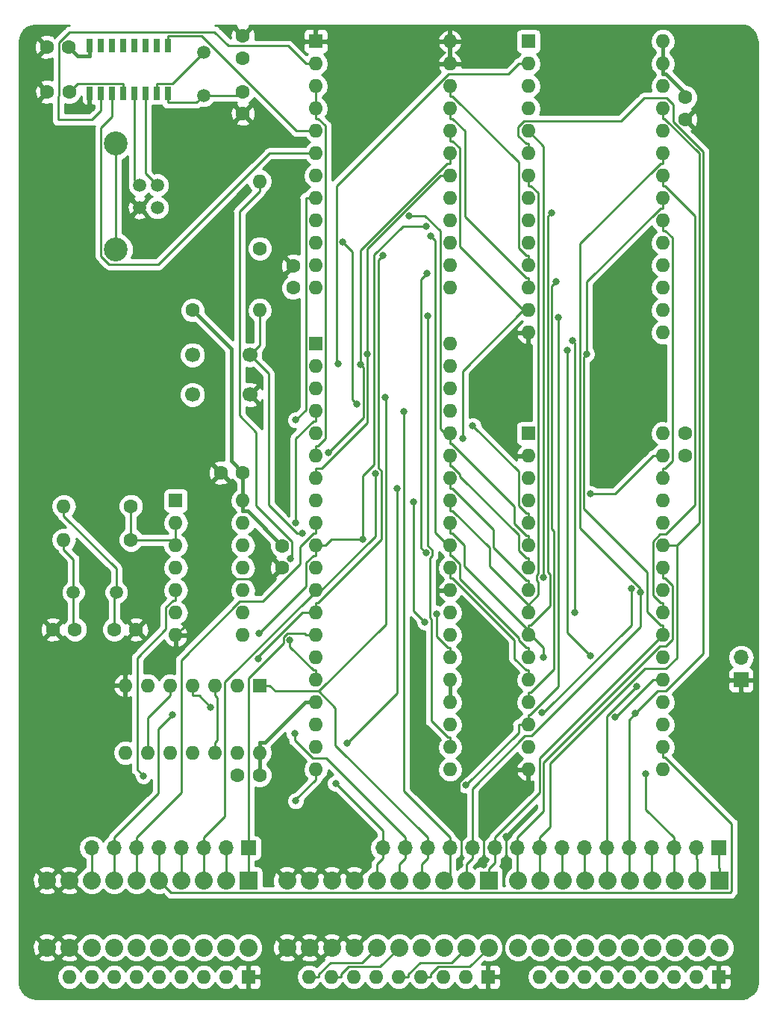
<source format=gbr>
%TF.GenerationSoftware,KiCad,Pcbnew,(5.0.0-rc2-dev-493-gd776eaca8)*%
%TF.CreationDate,2018-09-19T19:52:29-07:00*%
%TF.ProjectId,Z80,5A38302E6B696361645F706362000000,rev?*%
%TF.SameCoordinates,Original*%
%TF.FileFunction,Copper,L1,Top,Signal*%
%TF.FilePolarity,Positive*%
%FSLAX46Y46*%
G04 Gerber Fmt 4.6, Leading zero omitted, Abs format (unit mm)*
G04 Created by KiCad (PCBNEW (5.0.0-rc2-dev-493-gd776eaca8)) date 09/19/18 19:52:29*
%MOMM*%
%LPD*%
G01*
G04 APERTURE LIST*
%ADD10O,1.700000X1.700000*%
%ADD11R,1.700000X1.700000*%
%ADD12R,2.032000X2.032000*%
%ADD13C,2.032000*%
%ADD14C,1.600000*%
%ADD15C,2.700000*%
%ADD16C,1.520000*%
%ADD17O,1.600000X1.600000*%
%ADD18R,1.600000X1.600000*%
%ADD19C,1.700000*%
%ADD20R,0.635000X1.524000*%
%ADD21C,1.500000*%
%ADD22C,0.800000*%
%ADD23C,0.250000*%
%ADD24C,0.400000*%
%ADD25C,0.254000*%
G04 APERTURE END LIST*
D10*
X158750000Y-100330000D03*
D11*
X158750000Y-102870000D03*
D10*
X85090000Y-121920000D03*
X87630000Y-121920000D03*
X90170000Y-121920000D03*
X92710000Y-121920000D03*
X95250000Y-121920000D03*
X97790000Y-121920000D03*
X100330000Y-121920000D03*
D11*
X102870000Y-121920000D03*
D10*
X118110000Y-121920000D03*
X120650000Y-121920000D03*
X123190000Y-121920000D03*
X125730000Y-121920000D03*
X128270000Y-121920000D03*
X130810000Y-121920000D03*
X133350000Y-121920000D03*
X135890000Y-121920000D03*
X138430000Y-121920000D03*
X140970000Y-121920000D03*
X143510000Y-121920000D03*
X146050000Y-121920000D03*
X148590000Y-121920000D03*
X151130000Y-121920000D03*
X153670000Y-121920000D03*
D11*
X156210000Y-121920000D03*
D12*
X102870000Y-125603000D03*
D13*
X100330000Y-125603000D03*
X97790000Y-125603000D03*
X95250000Y-125603000D03*
X85090000Y-133223000D03*
X87630000Y-133223000D03*
X90170000Y-133223000D03*
X92710000Y-133223000D03*
X92710000Y-125603000D03*
X90170000Y-125603000D03*
X87630000Y-125603000D03*
X85090000Y-125603000D03*
X82550000Y-133223000D03*
X80010000Y-133223000D03*
X80010000Y-125603000D03*
X82550000Y-125603000D03*
X95250000Y-133223000D03*
X97790000Y-133223000D03*
X100330000Y-133223000D03*
X102870000Y-133223000D03*
X130112000Y-133223000D03*
X127572000Y-133223000D03*
X125032000Y-133223000D03*
X122492000Y-133223000D03*
X109792000Y-125603000D03*
X107252000Y-125603000D03*
X107252000Y-133223000D03*
X109792000Y-133223000D03*
X112332000Y-125603000D03*
X114872000Y-125603000D03*
X117412000Y-125603000D03*
X119952000Y-125603000D03*
X119952000Y-133223000D03*
X117412000Y-133223000D03*
X114872000Y-133223000D03*
X112332000Y-133223000D03*
X122492000Y-125603000D03*
X125032000Y-125603000D03*
X127572000Y-125603000D03*
D12*
X130112000Y-125603000D03*
D13*
X156337000Y-133223000D03*
X153797000Y-133223000D03*
X151257000Y-133223000D03*
X148717000Y-133223000D03*
X136017000Y-125603000D03*
X133477000Y-125603000D03*
X133477000Y-133223000D03*
X136017000Y-133223000D03*
X138557000Y-125603000D03*
X141097000Y-125603000D03*
X143637000Y-125603000D03*
X146177000Y-125603000D03*
X146177000Y-133223000D03*
X143637000Y-133223000D03*
X141097000Y-133223000D03*
X138557000Y-133223000D03*
X148717000Y-125603000D03*
X151257000Y-125603000D03*
X153797000Y-125603000D03*
D12*
X156337000Y-125603000D03*
D14*
X106680000Y-90170000D03*
X106680000Y-87670000D03*
X83185000Y-97155000D03*
X80685000Y-97155000D03*
X90130000Y-97155000D03*
X87630000Y-97155000D03*
X99735000Y-79375000D03*
X102235000Y-79375000D03*
X152400000Y-36830000D03*
X152400000Y-39330000D03*
X152400000Y-77430000D03*
X152400000Y-74930000D03*
X104140000Y-113665000D03*
X101640000Y-113665000D03*
X107950000Y-55920000D03*
X107950000Y-58420000D03*
X102235000Y-29885000D03*
X102235000Y-32385000D03*
X102235000Y-36195000D03*
X102235000Y-38695000D03*
X82550000Y-36195000D03*
X80050000Y-36195000D03*
X82510000Y-31115000D03*
X80010000Y-31115000D03*
D15*
X87819500Y-54069500D03*
X87819500Y-42069500D03*
D16*
X90519500Y-46799500D03*
X90519500Y-49339500D03*
X92519500Y-49339500D03*
X92519500Y-46799500D03*
D17*
X81915000Y-86995000D03*
D14*
X89535000Y-86995000D03*
X89535000Y-83185000D03*
D17*
X81915000Y-83185000D03*
X104140000Y-46355000D03*
D14*
X104140000Y-53975000D03*
X96520000Y-60960000D03*
D17*
X104140000Y-60960000D03*
X82550000Y-136525000D03*
X85090000Y-136525000D03*
X87630000Y-136525000D03*
X90170000Y-136525000D03*
X92710000Y-136525000D03*
X95250000Y-136525000D03*
X97790000Y-136525000D03*
X100330000Y-136525000D03*
D18*
X102870000Y-136525000D03*
D17*
X109728000Y-136525000D03*
X112268000Y-136525000D03*
X114808000Y-136525000D03*
X117348000Y-136525000D03*
X119888000Y-136525000D03*
X122428000Y-136525000D03*
X124968000Y-136525000D03*
X127508000Y-136525000D03*
D18*
X130048000Y-136525000D03*
X156210000Y-136525000D03*
D17*
X153670000Y-136525000D03*
X151130000Y-136525000D03*
X148590000Y-136525000D03*
X146050000Y-136525000D03*
X143510000Y-136525000D03*
X140970000Y-136525000D03*
X138430000Y-136525000D03*
X135890000Y-136525000D03*
D19*
X96520000Y-66040000D03*
X103020000Y-66040000D03*
X96520000Y-70540000D03*
X103020000Y-70540000D03*
D17*
X102235000Y-82550000D03*
X94615000Y-97790000D03*
X102235000Y-85090000D03*
X94615000Y-95250000D03*
X102235000Y-87630000D03*
X94615000Y-92710000D03*
X102235000Y-90170000D03*
X94615000Y-90170000D03*
X102235000Y-92710000D03*
X94615000Y-87630000D03*
X102235000Y-95250000D03*
X94615000Y-85090000D03*
X102235000Y-97790000D03*
D18*
X94615000Y-82550000D03*
D17*
X125730000Y-30480000D03*
X110490000Y-58420000D03*
X125730000Y-33020000D03*
X110490000Y-55880000D03*
X125730000Y-35560000D03*
X110490000Y-53340000D03*
X125730000Y-38100000D03*
X110490000Y-50800000D03*
X125730000Y-40640000D03*
X110490000Y-48260000D03*
X125730000Y-43180000D03*
X110490000Y-45720000D03*
X125730000Y-45720000D03*
X110490000Y-43180000D03*
X125730000Y-48260000D03*
X110490000Y-40640000D03*
X125730000Y-50800000D03*
X110490000Y-38100000D03*
X125730000Y-53340000D03*
X110490000Y-35560000D03*
X125730000Y-55880000D03*
X110490000Y-33020000D03*
X125730000Y-58420000D03*
D18*
X110490000Y-30480000D03*
D17*
X125730000Y-64770000D03*
X110490000Y-113030000D03*
X125730000Y-67310000D03*
X110490000Y-110490000D03*
X125730000Y-69850000D03*
X110490000Y-107950000D03*
X125730000Y-72390000D03*
X110490000Y-105410000D03*
X125730000Y-74930000D03*
X110490000Y-102870000D03*
X125730000Y-77470000D03*
X110490000Y-100330000D03*
X125730000Y-80010000D03*
X110490000Y-97790000D03*
X125730000Y-82550000D03*
X110490000Y-95250000D03*
X125730000Y-85090000D03*
X110490000Y-92710000D03*
X125730000Y-87630000D03*
X110490000Y-90170000D03*
X125730000Y-90170000D03*
X110490000Y-87630000D03*
X125730000Y-92710000D03*
X110490000Y-85090000D03*
X125730000Y-95250000D03*
X110490000Y-82550000D03*
X125730000Y-97790000D03*
X110490000Y-80010000D03*
X125730000Y-100330000D03*
X110490000Y-77470000D03*
X125730000Y-102870000D03*
X110490000Y-74930000D03*
X125730000Y-105410000D03*
X110490000Y-72390000D03*
X125730000Y-107950000D03*
X110490000Y-69850000D03*
X125730000Y-110490000D03*
X110490000Y-67310000D03*
X125730000Y-113030000D03*
D18*
X110490000Y-64770000D03*
D17*
X149860000Y-30480000D03*
X134620000Y-63500000D03*
X149860000Y-33020000D03*
X134620000Y-60960000D03*
X149860000Y-35560000D03*
X134620000Y-58420000D03*
X149860000Y-38100000D03*
X134620000Y-55880000D03*
X149860000Y-40640000D03*
X134620000Y-53340000D03*
X149860000Y-43180000D03*
X134620000Y-50800000D03*
X149860000Y-45720000D03*
X134620000Y-48260000D03*
X149860000Y-48260000D03*
X134620000Y-45720000D03*
X149860000Y-50800000D03*
X134620000Y-43180000D03*
X149860000Y-53340000D03*
X134620000Y-40640000D03*
X149860000Y-55880000D03*
X134620000Y-38100000D03*
X149860000Y-58420000D03*
X134620000Y-35560000D03*
X149860000Y-60960000D03*
X134620000Y-33020000D03*
X149860000Y-63500000D03*
D18*
X134620000Y-30480000D03*
D17*
X149860000Y-74930000D03*
X134620000Y-113030000D03*
X149860000Y-77470000D03*
X134620000Y-110490000D03*
X149860000Y-80010000D03*
X134620000Y-107950000D03*
X149860000Y-82550000D03*
X134620000Y-105410000D03*
X149860000Y-85090000D03*
X134620000Y-102870000D03*
X149860000Y-87630000D03*
X134620000Y-100330000D03*
X149860000Y-90170000D03*
X134620000Y-97790000D03*
X149860000Y-92710000D03*
X134620000Y-95250000D03*
X149860000Y-95250000D03*
X134620000Y-92710000D03*
X149860000Y-97790000D03*
X134620000Y-90170000D03*
X149860000Y-100330000D03*
X134620000Y-87630000D03*
X149860000Y-102870000D03*
X134620000Y-85090000D03*
X149860000Y-105410000D03*
X134620000Y-82550000D03*
X149860000Y-107950000D03*
X134620000Y-80010000D03*
X149860000Y-110490000D03*
X134620000Y-77470000D03*
X149860000Y-113030000D03*
D18*
X134620000Y-74930000D03*
X104140000Y-103505000D03*
D17*
X88900000Y-111125000D03*
X101600000Y-103505000D03*
X91440000Y-111125000D03*
X99060000Y-103505000D03*
X93980000Y-111125000D03*
X96520000Y-103505000D03*
X96520000Y-111125000D03*
X93980000Y-103505000D03*
X99060000Y-111125000D03*
X91440000Y-103505000D03*
X101600000Y-111125000D03*
X88900000Y-103505000D03*
X104140000Y-111125000D03*
D20*
X86106000Y-36350000D03*
X88646000Y-30960000D03*
X84836000Y-36350000D03*
X87376000Y-36350000D03*
X88646000Y-36350000D03*
X87376000Y-30960000D03*
X89916000Y-30960000D03*
X91186000Y-30960000D03*
X91186000Y-36350000D03*
X93726000Y-30960000D03*
X89916000Y-36350000D03*
X92456000Y-36350000D03*
X92456000Y-30960000D03*
X93726000Y-36350000D03*
X86106000Y-30960000D03*
X84836000Y-30960000D03*
D21*
X87874500Y-92964000D03*
X82994500Y-92964000D03*
X97790000Y-31750000D03*
X97790000Y-36630000D03*
D22*
X137740500Y-57738900D03*
X127518800Y-114804200D03*
X137998000Y-61827300D03*
X127171000Y-75461800D03*
X117237600Y-79492800D03*
X115543900Y-67087800D03*
X111932300Y-77123500D03*
X116343700Y-65950400D03*
X139037200Y-65505800D03*
X141650900Y-100170400D03*
X139625100Y-64440100D03*
X139878900Y-95196800D03*
X123016700Y-51436900D03*
X115826000Y-86957800D03*
X94246000Y-106789000D03*
X104025500Y-97581700D03*
X144414200Y-107109200D03*
X103990800Y-100463200D03*
X118112100Y-54765100D03*
X128270000Y-95250000D03*
X127000000Y-118110000D03*
X81280000Y-119380000D03*
X80010000Y-120650000D03*
X82550000Y-120650000D03*
X80010000Y-118110000D03*
X82550000Y-118110000D03*
X132080000Y-120650000D03*
X132080000Y-123820300D03*
X129540000Y-120650000D03*
X129536855Y-123820300D03*
X127000000Y-120650000D03*
X126847000Y-123827484D03*
X106680000Y-114300000D03*
X85090000Y-38100000D03*
X156210000Y-81280000D03*
X134620000Y-68580000D03*
X144780000Y-76200000D03*
X148590000Y-76200000D03*
X106680000Y-63500000D03*
X119717300Y-81167000D03*
X114029100Y-110028300D03*
X112745400Y-114611400D03*
X141675000Y-81762100D03*
X108224900Y-85048000D03*
X108094000Y-108954400D03*
X118368600Y-70856000D03*
X120486700Y-72444900D03*
X113043000Y-67046500D03*
X147300200Y-92936300D03*
X141241400Y-65939300D03*
X115131600Y-71581300D03*
X113565400Y-53260700D03*
X128318000Y-74089700D03*
X121066600Y-50274600D03*
X146903200Y-103584100D03*
X136350400Y-91236000D03*
X146767100Y-106688400D03*
X147953200Y-113511000D03*
X136355200Y-100295700D03*
X137225600Y-49911600D03*
X123516200Y-52523600D03*
X123073000Y-56800800D03*
X122987900Y-88455100D03*
X107638300Y-89122200D03*
X107560100Y-98359900D03*
X124184400Y-95367000D03*
X108960400Y-86279500D03*
X90951300Y-113732300D03*
X108219600Y-116583300D03*
X108213000Y-73409300D03*
X121613000Y-82678600D03*
X122877000Y-96313100D03*
X98598000Y-105974300D03*
X123223100Y-61645100D03*
X146280200Y-92514500D03*
X136191600Y-106561900D03*
D23*
X125730000Y-35560000D02*
X125730000Y-36685300D01*
X134620000Y-55880000D02*
X134620000Y-54754700D01*
X134620000Y-54754700D02*
X134338600Y-54754700D01*
X134338600Y-54754700D02*
X133494700Y-53910800D01*
X133494700Y-53910800D02*
X133494700Y-44168700D01*
X133494700Y-44168700D02*
X126011300Y-36685300D01*
X126011300Y-36685300D02*
X125730000Y-36685300D01*
X109364700Y-97790000D02*
X109209300Y-97634600D01*
X109209300Y-97634600D02*
X107259700Y-97634600D01*
X107259700Y-97634600D02*
X106834800Y-98059500D01*
X106834800Y-98059500D02*
X106834800Y-98730400D01*
X106834800Y-98730400D02*
X102870000Y-102695200D01*
X102870000Y-102695200D02*
X102870000Y-121920000D01*
X102870000Y-121920000D02*
X102870000Y-125603000D01*
X134620000Y-104284700D02*
X134901300Y-104284700D01*
X134901300Y-104284700D02*
X137531500Y-101654500D01*
X137531500Y-101654500D02*
X137531500Y-85967900D01*
X137531500Y-85967900D02*
X137272700Y-85709100D01*
X137272700Y-85709100D02*
X137272700Y-58206700D01*
X137272700Y-58206700D02*
X137740500Y-57738900D01*
X110490000Y-97790000D02*
X109364700Y-97790000D01*
X134620000Y-105410000D02*
X134620000Y-104284700D01*
X134620000Y-107950000D02*
X133494700Y-107950000D01*
X133494700Y-107950000D02*
X133494700Y-108828300D01*
X133494700Y-108828300D02*
X127518800Y-114804200D01*
X134620000Y-107950000D02*
X134620000Y-107387300D01*
X137998000Y-61827300D02*
X137998000Y-103629500D01*
X137998000Y-103629500D02*
X134802800Y-106824700D01*
X134802800Y-106824700D02*
X134620000Y-106824700D01*
X134620000Y-107387300D02*
X134620000Y-106824700D01*
X100330000Y-125603000D02*
X100330000Y-123095300D01*
X100330000Y-121920000D02*
X100330000Y-123095300D01*
X125730000Y-38100000D02*
X125730000Y-39225300D01*
X134620000Y-58420000D02*
X134620000Y-57294700D01*
X134620000Y-57294700D02*
X134338700Y-57294700D01*
X134338700Y-57294700D02*
X127425300Y-50381300D01*
X127425300Y-50381300D02*
X127425300Y-40639300D01*
X127425300Y-40639300D02*
X126011300Y-39225300D01*
X126011300Y-39225300D02*
X125730000Y-39225300D01*
X110490000Y-93272600D02*
X110537000Y-93272600D01*
X110537000Y-93272600D02*
X117237600Y-86572000D01*
X117237600Y-86572000D02*
X117237600Y-79492800D01*
X134057300Y-60960000D02*
X127171000Y-67846300D01*
X127171000Y-67846300D02*
X127171000Y-75461800D01*
X134620000Y-60960000D02*
X134057300Y-60960000D01*
X134057300Y-60960000D02*
X126855300Y-53758000D01*
X126855300Y-53758000D02*
X126855300Y-42609200D01*
X126855300Y-42609200D02*
X126011400Y-41765300D01*
X126011400Y-41765300D02*
X125730000Y-41765300D01*
X125730000Y-40640000D02*
X125730000Y-41765300D01*
X97790000Y-121920000D02*
X97790000Y-120744700D01*
X97790000Y-120744700D02*
X100185400Y-118349300D01*
X100185400Y-118349300D02*
X100185400Y-103138700D01*
X100185400Y-103138700D02*
X110051500Y-93272600D01*
X110051500Y-93272600D02*
X110490000Y-93272600D01*
X97790000Y-125603000D02*
X97790000Y-121920000D01*
X110490000Y-92710000D02*
X110490000Y-93272600D01*
X125730000Y-44305300D02*
X125373300Y-44305300D01*
X125373300Y-44305300D02*
X115543900Y-54134700D01*
X115543900Y-54134700D02*
X115543900Y-67087800D01*
X111932300Y-77123500D02*
X115893300Y-73162500D01*
X115893300Y-73162500D02*
X115893300Y-67437200D01*
X115893300Y-67437200D02*
X115543900Y-67087800D01*
X125730000Y-43180000D02*
X125730000Y-44305300D01*
X95250000Y-125603000D02*
X95250000Y-121920000D01*
X149860000Y-110490000D02*
X149860000Y-111615300D01*
X149860000Y-111615300D02*
X150141300Y-111615300D01*
X150141300Y-111615300D02*
X157678400Y-119152400D01*
X157678400Y-119152400D02*
X157678400Y-126809500D01*
X157678400Y-126809500D02*
X157502800Y-126985100D01*
X157502800Y-126985100D02*
X94092100Y-126985100D01*
X94092100Y-126985100D02*
X92710000Y-125603000D01*
X125730000Y-45720000D02*
X124595500Y-45720000D01*
X124595500Y-45720000D02*
X116343700Y-53971800D01*
X116343700Y-53971800D02*
X116343700Y-65950400D01*
X110490000Y-78884700D02*
X111196900Y-78884700D01*
X111196900Y-78884700D02*
X116343700Y-73737900D01*
X116343700Y-73737900D02*
X116343700Y-65950400D01*
X110490000Y-80010000D02*
X110490000Y-78884700D01*
X139037200Y-65505800D02*
X139037200Y-97556700D01*
X139037200Y-97556700D02*
X141650900Y-100170400D01*
X92710000Y-125603000D02*
X92710000Y-121920000D01*
X139625100Y-64440100D02*
X139878900Y-64693900D01*
X139878900Y-64693900D02*
X139878900Y-95196800D01*
X90170000Y-120744700D02*
X95250000Y-115664700D01*
X95250000Y-115664700D02*
X95250000Y-100612400D01*
X95250000Y-100612400D02*
X101898700Y-93963700D01*
X101898700Y-93963700D02*
X104510600Y-93963700D01*
X104510600Y-93963700D02*
X108748000Y-89726300D01*
X108748000Y-89726300D02*
X108748000Y-87750400D01*
X108748000Y-87750400D02*
X110283100Y-86215300D01*
X110283100Y-86215300D02*
X110490000Y-86215300D01*
X90170000Y-121920000D02*
X90170000Y-120744700D01*
X110490000Y-85090000D02*
X110490000Y-86215300D01*
X90170000Y-125603000D02*
X90170000Y-121920000D01*
X115826000Y-86957800D02*
X115826000Y-79735500D01*
X115826000Y-79735500D02*
X117133000Y-78428500D01*
X117133000Y-78428500D02*
X117133000Y-54676600D01*
X117133000Y-54676600D02*
X120372700Y-51436900D01*
X120372700Y-51436900D02*
X123016700Y-51436900D01*
X115826000Y-86957800D02*
X112287500Y-86957800D01*
X112287500Y-86957800D02*
X111615300Y-87630000D01*
X110490000Y-87630000D02*
X111615300Y-87630000D01*
X110490000Y-87630000D02*
X110490000Y-88755300D01*
X110490000Y-88755300D02*
X110208600Y-88755300D01*
X110208600Y-88755300D02*
X109364700Y-89599200D01*
X109364700Y-89599200D02*
X109364700Y-92242500D01*
X109364700Y-92242500D02*
X104025500Y-97581700D01*
X87630000Y-121920000D02*
X87630000Y-120744700D01*
X94246000Y-106789000D02*
X92628300Y-108406700D01*
X92628300Y-108406700D02*
X92628300Y-115746400D01*
X92628300Y-115746400D02*
X87630000Y-120744700D01*
X87630000Y-125603000D02*
X87630000Y-121920000D01*
X118112100Y-54765100D02*
X117611600Y-55265600D01*
X117611600Y-55265600D02*
X117611600Y-78841000D01*
X117611600Y-78841000D02*
X117962900Y-79192300D01*
X117962900Y-79192300D02*
X117962900Y-86933100D01*
X117962900Y-86933100D02*
X110771300Y-94124700D01*
X110771300Y-94124700D02*
X110490000Y-94124700D01*
X109364700Y-95250000D02*
X109007400Y-95250000D01*
X109007400Y-95250000D02*
X103990800Y-100266600D01*
X103990800Y-100266600D02*
X103990800Y-100463200D01*
X149860000Y-102870000D02*
X148734700Y-102870000D01*
X148734700Y-102870000D02*
X144495500Y-107109200D01*
X144495500Y-107109200D02*
X144414200Y-107109200D01*
X110490000Y-95250000D02*
X110490000Y-94124700D01*
X110490000Y-95250000D02*
X109364700Y-95250000D01*
X85090000Y-125603000D02*
X85090000Y-121920000D01*
X95414999Y-96990001D02*
X94615000Y-97790000D01*
X100965000Y-91440000D02*
X95414999Y-96990001D01*
X105410000Y-91440000D02*
X100965000Y-91440000D01*
X106680000Y-90170000D02*
X105410000Y-91440000D01*
X126793799Y-117903799D02*
X127000000Y-118110000D01*
X126793799Y-114456199D02*
X126793799Y-117903799D01*
X128270000Y-95250000D02*
X128270000Y-112979998D01*
X128270000Y-112979998D02*
X126793799Y-114456199D01*
X132080000Y-120650000D02*
X132080000Y-123820300D01*
X129540000Y-120650000D02*
X129540000Y-123817155D01*
X129540000Y-123817155D02*
X129536855Y-123820300D01*
X127000000Y-120650000D02*
X127000000Y-123674484D01*
X127000000Y-123674484D02*
X126847000Y-123827484D01*
X144780000Y-76200000D02*
X148590000Y-76200000D01*
X122428000Y-136525000D02*
X123553300Y-136525000D01*
X123553300Y-136525000D02*
X123553300Y-136243600D01*
X123553300Y-136243600D02*
X124397200Y-135399700D01*
X124397200Y-135399700D02*
X127935300Y-135399700D01*
X127935300Y-135399700D02*
X130112000Y-133223000D01*
X119888000Y-136525000D02*
X121013300Y-136525000D01*
X121013300Y-136525000D02*
X121013300Y-136243700D01*
X121013300Y-136243700D02*
X122340900Y-134916100D01*
X122340900Y-134916100D02*
X125878900Y-134916100D01*
X125878900Y-134916100D02*
X127572000Y-133223000D01*
X118110000Y-121920000D02*
X118110000Y-123095300D01*
X118110000Y-123095300D02*
X117412000Y-123793300D01*
X117412000Y-123793300D02*
X117412000Y-125603000D01*
X112745400Y-114611400D02*
X118110000Y-119976000D01*
X118110000Y-119976000D02*
X118110000Y-121920000D01*
X114029100Y-110028300D02*
X119717300Y-104340100D01*
X119717300Y-104340100D02*
X119717300Y-81167000D01*
X149860000Y-77470000D02*
X148734700Y-77470000D01*
X141675000Y-81762100D02*
X144442600Y-81762100D01*
X144442600Y-81762100D02*
X148734700Y-77470000D01*
X110490000Y-72390000D02*
X110490000Y-73515300D01*
X108224900Y-85048000D02*
X108224900Y-75499100D01*
X108224900Y-75499100D02*
X110208700Y-73515300D01*
X110208700Y-73515300D02*
X110490000Y-73515300D01*
X120650000Y-120744700D02*
X111668200Y-111762900D01*
X111668200Y-111762900D02*
X110133100Y-111762900D01*
X110133100Y-111762900D02*
X108094000Y-109723800D01*
X108094000Y-109723800D02*
X108094000Y-108954400D01*
X120650000Y-121920000D02*
X120650000Y-120744700D01*
X120650000Y-122507600D02*
X120650000Y-121920000D01*
X120650000Y-122507600D02*
X120650000Y-123095300D01*
X119952000Y-125603000D02*
X119952000Y-123793300D01*
X119952000Y-123793300D02*
X120650000Y-123095300D01*
X112268000Y-136525000D02*
X113393300Y-136525000D01*
X113393300Y-136525000D02*
X113393300Y-136243600D01*
X113393300Y-136243600D02*
X114237200Y-135399700D01*
X114237200Y-135399700D02*
X117775300Y-135399700D01*
X117775300Y-135399700D02*
X119952000Y-133223000D01*
X109728000Y-136525000D02*
X110853300Y-136525000D01*
X110853300Y-136525000D02*
X110853300Y-136243700D01*
X110853300Y-136243700D02*
X112180900Y-134916100D01*
X112180900Y-134916100D02*
X115718900Y-134916100D01*
X115718900Y-134916100D02*
X117412000Y-133223000D01*
X110831300Y-104140000D02*
X112719600Y-106028300D01*
X112719600Y-106028300D02*
X112719600Y-110274300D01*
X112719600Y-110274300D02*
X123190000Y-120744700D01*
X105265300Y-103505000D02*
X105900300Y-104140000D01*
X105900300Y-104140000D02*
X110831300Y-104140000D01*
X118368600Y-70856000D02*
X118427500Y-70914900D01*
X118427500Y-70914900D02*
X118427500Y-96543800D01*
X118427500Y-96543800D02*
X110831300Y-104140000D01*
X123190000Y-121920000D02*
X123190000Y-120744700D01*
X104140000Y-103505000D02*
X105265300Y-103505000D01*
X123190000Y-122507600D02*
X123190000Y-121920000D01*
X123190000Y-122507600D02*
X123190000Y-123095300D01*
X122492000Y-125603000D02*
X122492000Y-123793300D01*
X122492000Y-123793300D02*
X123190000Y-123095300D01*
X133494700Y-33020000D02*
X132369400Y-34145300D01*
X132369400Y-34145300D02*
X125547600Y-34145300D01*
X125547600Y-34145300D02*
X112840100Y-46852800D01*
X112840100Y-46852800D02*
X112840100Y-66843600D01*
X112840100Y-66843600D02*
X113043000Y-67046500D01*
X125730000Y-121920000D02*
X125730000Y-120744700D01*
X120486700Y-72444900D02*
X120486700Y-115501400D01*
X120486700Y-115501400D02*
X125730000Y-120744700D01*
X134620000Y-33020000D02*
X133494700Y-33020000D01*
X125032000Y-125603000D02*
X125730000Y-124905000D01*
X125730000Y-124905000D02*
X125730000Y-121920000D01*
X147300200Y-92936300D02*
X147300200Y-92508700D01*
X147300200Y-92508700D02*
X140445900Y-85654400D01*
X140445900Y-85654400D02*
X140445900Y-53438100D01*
X140445900Y-53438100D02*
X149578700Y-44305300D01*
X149578700Y-44305300D02*
X149860000Y-44305300D01*
X128270000Y-121920000D02*
X128270000Y-123095300D01*
X128270000Y-123095300D02*
X127572000Y-123793300D01*
X127572000Y-123793300D02*
X127572000Y-125603000D01*
X147300200Y-92936300D02*
X147300200Y-96864400D01*
X147300200Y-96864400D02*
X134944600Y-109220000D01*
X134944600Y-109220000D02*
X134233400Y-109220000D01*
X134233400Y-109220000D02*
X128270000Y-115183400D01*
X128270000Y-115183400D02*
X128270000Y-121920000D01*
X149860000Y-43180000D02*
X149860000Y-44305300D01*
X149860000Y-97790000D02*
X149860000Y-96664700D01*
X141241400Y-65939300D02*
X140923000Y-66257700D01*
X140923000Y-66257700D02*
X140923000Y-83464700D01*
X140923000Y-83464700D02*
X148083300Y-90625000D01*
X148083300Y-90625000D02*
X148083300Y-95169300D01*
X148083300Y-95169300D02*
X149578700Y-96664700D01*
X149578700Y-96664700D02*
X149860000Y-96664700D01*
X149860000Y-49385300D02*
X149578700Y-49385300D01*
X149578700Y-49385300D02*
X141241400Y-57722600D01*
X141241400Y-57722600D02*
X141241400Y-65939300D01*
X130810000Y-121920000D02*
X130810000Y-120744700D01*
X149860000Y-97790000D02*
X135889100Y-111760900D01*
X135889100Y-111760900D02*
X135889100Y-115665600D01*
X135889100Y-115665600D02*
X130810000Y-120744700D01*
X149860000Y-48260000D02*
X149860000Y-49385300D01*
X130112000Y-124261700D02*
X130810000Y-123563700D01*
X130810000Y-123563700D02*
X130810000Y-121920000D01*
X130112000Y-125603000D02*
X130112000Y-124261700D01*
X151454000Y-87630000D02*
X151454000Y-100362300D01*
X151454000Y-100362300D02*
X150216300Y-101600000D01*
X150216300Y-101600000D02*
X147811700Y-101600000D01*
X147811700Y-101600000D02*
X137065300Y-112346400D01*
X137065300Y-112346400D02*
X137065300Y-119569400D01*
X137065300Y-119569400D02*
X135890000Y-120744700D01*
X151454000Y-87630000D02*
X153978800Y-85105200D01*
X153978800Y-85105200D02*
X153978800Y-43163700D01*
X153978800Y-43163700D02*
X150040400Y-39225300D01*
X150040400Y-39225300D02*
X149860000Y-39225300D01*
X150985300Y-87630000D02*
X151454000Y-87630000D01*
X149860000Y-87630000D02*
X150985300Y-87630000D01*
X135890000Y-121920000D02*
X135890000Y-120744700D01*
X136017000Y-125603000D02*
X135890000Y-125476000D01*
X135890000Y-125476000D02*
X135890000Y-121920000D01*
X149860000Y-38100000D02*
X149860000Y-39225300D01*
X133350000Y-121920000D02*
X133350000Y-120744700D01*
X149860000Y-90170000D02*
X149860000Y-91295300D01*
X149860000Y-91295300D02*
X150141300Y-91295300D01*
X150141300Y-91295300D02*
X151003600Y-92157600D01*
X151003600Y-92157600D02*
X151003600Y-98275700D01*
X151003600Y-98275700D02*
X150219300Y-99060000D01*
X150219300Y-99060000D02*
X149538400Y-99060000D01*
X149538400Y-99060000D02*
X136339500Y-112258900D01*
X136339500Y-112258900D02*
X136339500Y-117755200D01*
X136339500Y-117755200D02*
X133350000Y-120744700D01*
X133477000Y-125603000D02*
X133350000Y-125476000D01*
X133350000Y-125476000D02*
X133350000Y-121920000D01*
X113565400Y-53260700D02*
X114639100Y-54334400D01*
X114639100Y-54334400D02*
X114639100Y-71088800D01*
X114639100Y-71088800D02*
X115131600Y-71581300D01*
X134620000Y-85090000D02*
X134620000Y-83964700D01*
X134620000Y-83964700D02*
X134338600Y-83964700D01*
X134338600Y-83964700D02*
X133494700Y-83120800D01*
X133494700Y-83120800D02*
X133494700Y-79266400D01*
X133494700Y-79266400D02*
X128318000Y-74089700D01*
X138557000Y-125603000D02*
X138430000Y-125476000D01*
X138430000Y-125476000D02*
X138430000Y-121920000D01*
X125730000Y-75492600D02*
X124604600Y-74367200D01*
X124604600Y-74367200D02*
X124604600Y-51999000D01*
X124604600Y-51999000D02*
X122880200Y-50274600D01*
X122880200Y-50274600D02*
X121066600Y-50274600D01*
X125730000Y-75492600D02*
X125730000Y-76055300D01*
X125730000Y-74930000D02*
X125730000Y-75492600D01*
X134620000Y-87630000D02*
X134620000Y-86504700D01*
X134620000Y-86504700D02*
X134398700Y-86504700D01*
X134398700Y-86504700D02*
X133044300Y-85150300D01*
X133044300Y-85150300D02*
X133044300Y-83185900D01*
X133044300Y-83185900D02*
X125913700Y-76055300D01*
X125913700Y-76055300D02*
X125730000Y-76055300D01*
X141097000Y-125603000D02*
X140970000Y-125476000D01*
X140970000Y-125476000D02*
X140970000Y-121920000D01*
X146903200Y-103584100D02*
X143510000Y-106977300D01*
X143510000Y-106977300D02*
X143510000Y-121920000D01*
X134620000Y-40640000D02*
X136350400Y-42370400D01*
X136350400Y-42370400D02*
X136350400Y-91236000D01*
X134620000Y-90170000D02*
X134620000Y-89044700D01*
X125730000Y-77470000D02*
X125730000Y-78595300D01*
X125730000Y-78595300D02*
X125906800Y-78595300D01*
X125906800Y-78595300D02*
X126855300Y-79543800D01*
X126855300Y-79543800D02*
X126855300Y-79819400D01*
X126855300Y-79819400D02*
X133494700Y-86458800D01*
X133494700Y-86458800D02*
X133494700Y-88200800D01*
X133494700Y-88200800D02*
X134338600Y-89044700D01*
X134338600Y-89044700D02*
X134620000Y-89044700D01*
X143637000Y-125603000D02*
X143510000Y-125476000D01*
X143510000Y-125476000D02*
X143510000Y-121920000D01*
X134620000Y-43180000D02*
X134620000Y-42054700D01*
X134620000Y-42054700D02*
X134338700Y-42054700D01*
X134338700Y-42054700D02*
X133480700Y-41196700D01*
X133480700Y-41196700D02*
X133480700Y-40184400D01*
X133480700Y-40184400D02*
X134160100Y-39505000D01*
X134160100Y-39505000D02*
X145124000Y-39505000D01*
X145124000Y-39505000D02*
X147710600Y-36918400D01*
X147710600Y-36918400D02*
X150283800Y-36918400D01*
X150283800Y-36918400D02*
X151019400Y-37654000D01*
X151019400Y-37654000D02*
X151019400Y-39567300D01*
X151019400Y-39567300D02*
X154462300Y-43010200D01*
X154462300Y-43010200D02*
X154462300Y-99885600D01*
X154462300Y-99885600D02*
X150207900Y-104140000D01*
X150207900Y-104140000D02*
X149315500Y-104140000D01*
X149315500Y-104140000D02*
X146767100Y-106688400D01*
X146767100Y-106688400D02*
X146050000Y-107405500D01*
X146050000Y-107405500D02*
X146050000Y-121920000D01*
X125730000Y-80010000D02*
X125730000Y-81135300D01*
X134620000Y-92710000D02*
X134620000Y-91584700D01*
X134620000Y-91584700D02*
X134338700Y-91584700D01*
X134338700Y-91584700D02*
X130651700Y-87897700D01*
X130651700Y-87897700D02*
X130651700Y-85810900D01*
X130651700Y-85810900D02*
X125976100Y-81135300D01*
X125976100Y-81135300D02*
X125730000Y-81135300D01*
X146177000Y-125603000D02*
X146050000Y-125476000D01*
X146050000Y-125476000D02*
X146050000Y-121920000D01*
X134600700Y-94342200D02*
X130201300Y-89942900D01*
X130201300Y-89942900D02*
X130201300Y-87865300D01*
X130201300Y-87865300D02*
X126011300Y-83675300D01*
X126011300Y-83675300D02*
X125730000Y-83675300D01*
X134620000Y-94687300D02*
X134620000Y-94361600D01*
X134620000Y-94361600D02*
X134600700Y-94342200D01*
X134620000Y-46845300D02*
X134901400Y-46845300D01*
X134901400Y-46845300D02*
X135745300Y-47689200D01*
X135745300Y-47689200D02*
X135745300Y-90815400D01*
X135745300Y-90815400D02*
X135558600Y-91002100D01*
X135558600Y-91002100D02*
X135558600Y-91615300D01*
X135558600Y-91615300D02*
X135745300Y-91802000D01*
X135745300Y-91802000D02*
X135745300Y-93197600D01*
X135745300Y-93197600D02*
X134600700Y-94342200D01*
X125730000Y-82550000D02*
X125730000Y-83675300D01*
X134620000Y-45720000D02*
X134620000Y-46845300D01*
X134620000Y-95250000D02*
X134620000Y-94687300D01*
X148717000Y-125603000D02*
X148590000Y-125476000D01*
X148590000Y-125476000D02*
X148590000Y-121920000D01*
X151130000Y-121920000D02*
X151130000Y-120744700D01*
X147953200Y-113511000D02*
X147953200Y-117567900D01*
X147953200Y-117567900D02*
X151130000Y-120744700D01*
X134620000Y-97508600D02*
X136355200Y-99243800D01*
X136355200Y-99243800D02*
X136355200Y-100295700D01*
X134620000Y-97508600D02*
X134620000Y-97227300D01*
X134620000Y-97790000D02*
X134620000Y-97508600D01*
X134620000Y-96664700D02*
X134901300Y-96664700D01*
X134901300Y-96664700D02*
X137075700Y-94490300D01*
X137075700Y-94490300D02*
X137075700Y-90935500D01*
X137075700Y-90935500D02*
X136822400Y-90682200D01*
X136822400Y-90682200D02*
X136822400Y-50314800D01*
X136822400Y-50314800D02*
X137225600Y-49911600D01*
X125730000Y-85090000D02*
X125730000Y-86215300D01*
X134620000Y-97227300D02*
X127381800Y-89989100D01*
X127381800Y-89989100D02*
X127381800Y-87585800D01*
X127381800Y-87585800D02*
X126011300Y-86215300D01*
X126011300Y-86215300D02*
X125730000Y-86215300D01*
X134620000Y-97227300D02*
X134620000Y-96664700D01*
X151257000Y-125603000D02*
X151130000Y-125476000D01*
X151130000Y-125476000D02*
X151130000Y-121920000D01*
X125730000Y-87859100D02*
X124084100Y-86213200D01*
X124084100Y-86213200D02*
X124084100Y-53091500D01*
X124084100Y-53091500D02*
X123516200Y-52523600D01*
X125730000Y-87859100D02*
X125730000Y-88088200D01*
X125730000Y-87630000D02*
X125730000Y-87859100D01*
X125730000Y-88192600D02*
X125730000Y-88755300D01*
X125730000Y-88192600D02*
X125730000Y-88088200D01*
X153670000Y-121920000D02*
X153670000Y-123095300D01*
X153797000Y-125603000D02*
X153797000Y-123222300D01*
X153797000Y-123222300D02*
X153670000Y-123095300D01*
X134620000Y-100330000D02*
X134620000Y-99204700D01*
X125730000Y-88755300D02*
X125906800Y-88755300D01*
X125906800Y-88755300D02*
X126855300Y-89703800D01*
X126855300Y-89703800D02*
X126855300Y-91429000D01*
X126855300Y-91429000D02*
X133494700Y-98068400D01*
X133494700Y-98068400D02*
X133494700Y-98360800D01*
X133494700Y-98360800D02*
X134338600Y-99204700D01*
X134338600Y-99204700D02*
X134620000Y-99204700D01*
X122987900Y-88455100D02*
X122445300Y-87912500D01*
X122445300Y-87912500D02*
X122445300Y-57428500D01*
X122445300Y-57428500D02*
X123073000Y-56800800D01*
X125730000Y-90170000D02*
X125730000Y-91295300D01*
X134620000Y-102870000D02*
X134620000Y-101744700D01*
X134620000Y-101744700D02*
X134338700Y-101744700D01*
X134338700Y-101744700D02*
X133044300Y-100450300D01*
X133044300Y-100450300D02*
X133044300Y-98343800D01*
X133044300Y-98343800D02*
X125995800Y-91295300D01*
X125995800Y-91295300D02*
X125730000Y-91295300D01*
X156337000Y-125603000D02*
X156337000Y-124261700D01*
X156337000Y-124261700D02*
X156210000Y-124134700D01*
X156210000Y-124134700D02*
X156210000Y-121920000D01*
D24*
X104140000Y-111125000D02*
X104140000Y-109924700D01*
X110490000Y-105410000D02*
X109289700Y-105410000D01*
X109289700Y-105410000D02*
X104775000Y-109924700D01*
X104775000Y-109924700D02*
X104140000Y-109924700D01*
X149860000Y-33020000D02*
X149860000Y-34220300D01*
X149860000Y-34220300D02*
X150235100Y-34220300D01*
X150235100Y-34220300D02*
X152400000Y-36385200D01*
X152400000Y-36385200D02*
X152400000Y-36830000D01*
X149860000Y-33020000D02*
X149860000Y-30480000D01*
X102235000Y-82550000D02*
X102235000Y-83750300D01*
X102235000Y-83750300D02*
X102760300Y-83750300D01*
X102760300Y-83750300D02*
X106680000Y-87670000D01*
X102235000Y-82550000D02*
X102235000Y-79375000D01*
X96520000Y-60960000D02*
X100935400Y-65375400D01*
X100935400Y-65375400D02*
X100935400Y-78075400D01*
X100935400Y-78075400D02*
X102235000Y-79375000D01*
X125730000Y-105410000D02*
X125730000Y-102870000D01*
X104140000Y-111125000D02*
X104140000Y-113665000D01*
X84836000Y-30960000D02*
X84836000Y-32122300D01*
X84836000Y-32122300D02*
X83517300Y-32122300D01*
X83517300Y-32122300D02*
X82510000Y-31115000D01*
D23*
X81915000Y-86995000D02*
X81915000Y-88120300D01*
X81915000Y-88120300D02*
X82994500Y-89199800D01*
X82994500Y-89199800D02*
X82994500Y-92964000D01*
X82994500Y-92964000D02*
X82994500Y-96964500D01*
X82994500Y-96964500D02*
X83185000Y-97155000D01*
X81915000Y-83185000D02*
X81915000Y-84310300D01*
X81915000Y-84310300D02*
X87874500Y-90269800D01*
X87874500Y-90269800D02*
X87874500Y-92964000D01*
X87874500Y-92964000D02*
X87630000Y-93208500D01*
X87630000Y-93208500D02*
X87630000Y-97155000D01*
X92456000Y-36350000D02*
X92456000Y-35262700D01*
X92456000Y-35262700D02*
X94277300Y-35262700D01*
X94277300Y-35262700D02*
X97790000Y-31750000D01*
X97790000Y-36630000D02*
X101800000Y-36630000D01*
X101800000Y-36630000D02*
X102235000Y-36195000D01*
X93726000Y-37437300D02*
X96982700Y-37437300D01*
X96982700Y-37437300D02*
X97790000Y-36630000D01*
X93726000Y-36350000D02*
X93726000Y-37437300D01*
X88646000Y-36350000D02*
X88646000Y-35262700D01*
X82550000Y-36195000D02*
X83482300Y-35262700D01*
X83482300Y-35262700D02*
X88646000Y-35262700D01*
X87819500Y-42069500D02*
X87819500Y-54069500D01*
X89916000Y-36350000D02*
X89916000Y-46196000D01*
X89916000Y-46196000D02*
X90519500Y-46799500D01*
X91186000Y-36350000D02*
X91186000Y-45466000D01*
X91186000Y-45466000D02*
X92519500Y-46799500D01*
X94615000Y-86995000D02*
X94615000Y-87630000D01*
X94615000Y-85090000D02*
X94615000Y-86995000D01*
X94615000Y-86995000D02*
X89535000Y-86995000D01*
X89535000Y-83185000D02*
X89535000Y-86995000D01*
X110490000Y-102870000D02*
X110490000Y-101744700D01*
X104140000Y-46355000D02*
X104140000Y-47480300D01*
X107638300Y-89122200D02*
X107808500Y-88952000D01*
X107808500Y-88952000D02*
X107808500Y-87185100D01*
X107808500Y-87185100D02*
X103744800Y-83121400D01*
X103744800Y-83121400D02*
X103744800Y-74831700D01*
X103744800Y-74831700D02*
X101832800Y-72919700D01*
X101832800Y-72919700D02*
X101832800Y-49787500D01*
X101832800Y-49787500D02*
X104140000Y-47480300D01*
X110490000Y-101744700D02*
X110208700Y-101744700D01*
X110208700Y-101744700D02*
X107560100Y-99096100D01*
X107560100Y-99096100D02*
X107560100Y-98359900D01*
X103020000Y-66040000D02*
X105157200Y-68177200D01*
X105157200Y-68177200D02*
X105157200Y-83034100D01*
X105157200Y-83034100D02*
X108402600Y-86279500D01*
X108402600Y-86279500D02*
X108960400Y-86279500D01*
X103020000Y-66040000D02*
X104140000Y-64920000D01*
X104140000Y-64920000D02*
X104140000Y-60960000D01*
X125730000Y-100330000D02*
X125730000Y-99204700D01*
X124184400Y-95367000D02*
X124184400Y-97940400D01*
X124184400Y-97940400D02*
X125448700Y-99204700D01*
X125448700Y-99204700D02*
X125730000Y-99204700D01*
X110490000Y-113030000D02*
X110490000Y-114155300D01*
X110490000Y-114155300D02*
X108219600Y-116425700D01*
X108219600Y-116425700D02*
X108219600Y-116583300D01*
X94615000Y-92710000D02*
X94615000Y-93835300D01*
X90951300Y-113732300D02*
X90243900Y-113024900D01*
X90243900Y-113024900D02*
X90243900Y-100353600D01*
X90243900Y-100353600D02*
X93489700Y-97107800D01*
X93489700Y-97107800D02*
X93489700Y-94679200D01*
X93489700Y-94679200D02*
X94333600Y-93835300D01*
X94333600Y-93835300D02*
X94615000Y-93835300D01*
X110490000Y-38100000D02*
X110490000Y-39225300D01*
X110490000Y-77470000D02*
X110490000Y-76344700D01*
X110490000Y-76344700D02*
X110771300Y-76344700D01*
X110771300Y-76344700D02*
X111615300Y-75500700D01*
X111615300Y-75500700D02*
X111615300Y-40069200D01*
X111615300Y-40069200D02*
X110771400Y-39225300D01*
X110771400Y-39225300D02*
X110490000Y-39225300D01*
X110490000Y-35560000D02*
X110490000Y-38100000D01*
X110490000Y-48260000D02*
X109364700Y-48260000D01*
X108213000Y-73409300D02*
X109364700Y-72257600D01*
X109364700Y-72257600D02*
X109364700Y-48260000D01*
X122877000Y-96313100D02*
X121613000Y-95049100D01*
X121613000Y-95049100D02*
X121613000Y-82678600D01*
X87376000Y-36350000D02*
X87376000Y-39047200D01*
X87376000Y-39047200D02*
X86137000Y-40286200D01*
X86137000Y-40286200D02*
X86137000Y-54830300D01*
X86137000Y-54830300D02*
X87067700Y-55761000D01*
X87067700Y-55761000D02*
X92640300Y-55761000D01*
X92640300Y-55761000D02*
X105221300Y-43180000D01*
X105221300Y-43180000D02*
X110490000Y-43180000D01*
X93726000Y-30960000D02*
X93726000Y-29872700D01*
X93726000Y-29872700D02*
X97504300Y-29872700D01*
X97504300Y-29872700D02*
X108271600Y-40640000D01*
X108271600Y-40640000D02*
X110490000Y-40640000D01*
X110490000Y-33020000D02*
X109364700Y-33020000D01*
X81381200Y-36620500D02*
X81381200Y-30628100D01*
X81381200Y-30628100D02*
X82598700Y-29410600D01*
X82598700Y-29410600D02*
X99012400Y-29410600D01*
X99012400Y-29410600D02*
X100612200Y-31010400D01*
X100612200Y-31010400D02*
X107355100Y-31010400D01*
X107355100Y-31010400D02*
X109364700Y-33020000D01*
X81280000Y-36721700D02*
X81381200Y-36620500D01*
X81280000Y-39370000D02*
X81280000Y-36721700D01*
X85090000Y-39370000D02*
X81280000Y-39370000D01*
X86106000Y-36350000D02*
X86106000Y-38354000D01*
X86106000Y-38354000D02*
X85090000Y-39370000D01*
X96520000Y-103505000D02*
X96520000Y-104630300D01*
X96520000Y-104630300D02*
X97254000Y-104630300D01*
X97254000Y-104630300D02*
X98598000Y-105974300D01*
X125730000Y-109364700D02*
X125448700Y-109364700D01*
X125448700Y-109364700D02*
X123602300Y-107518300D01*
X123602300Y-107518300D02*
X123602300Y-96012600D01*
X123602300Y-96012600D02*
X123413600Y-95823900D01*
X123413600Y-95823900D02*
X123413600Y-89055200D01*
X123413600Y-89055200D02*
X123713200Y-88755600D01*
X123713200Y-88755600D02*
X123713200Y-88154600D01*
X123713200Y-88154600D02*
X123223100Y-87664500D01*
X123223100Y-87664500D02*
X123223100Y-61645100D01*
X125730000Y-110490000D02*
X125730000Y-109364700D01*
X93980000Y-103505000D02*
X93980000Y-104630300D01*
X93980000Y-104630300D02*
X91440000Y-107170300D01*
X91440000Y-107170300D02*
X91440000Y-111125000D01*
X149860000Y-45720000D02*
X149860000Y-46845300D01*
X149860000Y-95250000D02*
X149860000Y-94124700D01*
X149860000Y-94124700D02*
X149578700Y-94124700D01*
X149578700Y-94124700D02*
X148734600Y-93280600D01*
X148734600Y-93280600D02*
X148734600Y-87156500D01*
X148734600Y-87156500D02*
X149531100Y-86360000D01*
X149531100Y-86360000D02*
X150200800Y-86360000D01*
X150200800Y-86360000D02*
X153528400Y-83032400D01*
X153528400Y-83032400D02*
X153528400Y-50232400D01*
X153528400Y-50232400D02*
X150141300Y-46845300D01*
X150141300Y-46845300D02*
X149860000Y-46845300D01*
X136191600Y-106561900D02*
X136353300Y-106561900D01*
X136353300Y-106561900D02*
X146280200Y-96635000D01*
X146280200Y-96635000D02*
X146280200Y-92514500D01*
X149860000Y-50800000D02*
X149860000Y-51925300D01*
X149860000Y-80010000D02*
X149860000Y-78884700D01*
X149860000Y-78884700D02*
X150141300Y-78884700D01*
X150141300Y-78884700D02*
X150985300Y-78040700D01*
X150985300Y-78040700D02*
X150985300Y-52769200D01*
X150985300Y-52769200D02*
X150141400Y-51925300D01*
X150141400Y-51925300D02*
X149860000Y-51925300D01*
X99060000Y-103505000D02*
X99060000Y-104630300D01*
X99060000Y-111125000D02*
X99060000Y-109999700D01*
X99060000Y-109999700D02*
X99323300Y-109736400D01*
X99323300Y-109736400D02*
X99323300Y-104893600D01*
X99323300Y-104893600D02*
X99060000Y-104630300D01*
D25*
G36*
X82523852Y-28650600D02*
X82523848Y-28650600D01*
X82302163Y-28694696D01*
X82050771Y-28862671D01*
X82008371Y-28926127D01*
X80896728Y-30037771D01*
X80833272Y-30080171D01*
X80831004Y-30083566D01*
X80764005Y-29861136D01*
X80226777Y-29668035D01*
X79656546Y-29695222D01*
X79255995Y-29861136D01*
X79181861Y-30107255D01*
X80010000Y-30935395D01*
X80024142Y-30921252D01*
X80203748Y-31100858D01*
X80189605Y-31115000D01*
X80203748Y-31129142D01*
X80024142Y-31308748D01*
X80010000Y-31294605D01*
X79181861Y-32122745D01*
X79255995Y-32368864D01*
X79793223Y-32561965D01*
X80363454Y-32534778D01*
X80621201Y-32428016D01*
X80621200Y-34875429D01*
X80266777Y-34748035D01*
X79696546Y-34775222D01*
X79295995Y-34941136D01*
X79221861Y-35187255D01*
X80050000Y-36015395D01*
X80064142Y-36001252D01*
X80243748Y-36180858D01*
X80229605Y-36195000D01*
X80243748Y-36209142D01*
X80064143Y-36388748D01*
X80050000Y-36374605D01*
X79221861Y-37202745D01*
X79295995Y-37448864D01*
X79833223Y-37641965D01*
X80403454Y-37614778D01*
X80520001Y-37566503D01*
X80520000Y-39295148D01*
X80505111Y-39370000D01*
X80564096Y-39666537D01*
X80696779Y-39865111D01*
X80732071Y-39917929D01*
X80983463Y-40085904D01*
X81280000Y-40144889D01*
X81354852Y-40130000D01*
X85015153Y-40130000D01*
X85090000Y-40144888D01*
X85164847Y-40130000D01*
X85164852Y-40130000D01*
X85386537Y-40085904D01*
X85404316Y-40074025D01*
X85377000Y-40211349D01*
X85377000Y-40211353D01*
X85362112Y-40286200D01*
X85377000Y-40361047D01*
X85377001Y-54755448D01*
X85362112Y-54830300D01*
X85421097Y-55126837D01*
X85538558Y-55302629D01*
X85589072Y-55378229D01*
X85652528Y-55420629D01*
X86477371Y-56245473D01*
X86519771Y-56308929D01*
X86771163Y-56476904D01*
X86992848Y-56521000D01*
X86992852Y-56521000D01*
X87067700Y-56535888D01*
X87142548Y-56521000D01*
X92565453Y-56521000D01*
X92640300Y-56535888D01*
X92715147Y-56521000D01*
X92715152Y-56521000D01*
X92936837Y-56476904D01*
X93188229Y-56308929D01*
X93230631Y-56245470D01*
X102750587Y-46725515D01*
X102788260Y-46914909D01*
X103105423Y-47389577D01*
X103135694Y-47409804D01*
X101348328Y-49197171D01*
X101284872Y-49239571D01*
X101242472Y-49303027D01*
X101242471Y-49303028D01*
X101116897Y-49490963D01*
X101057912Y-49787500D01*
X101072801Y-49862352D01*
X101072800Y-64331932D01*
X97955000Y-61214133D01*
X97955000Y-60674561D01*
X97736534Y-60147138D01*
X97332862Y-59743466D01*
X96805439Y-59525000D01*
X96234561Y-59525000D01*
X95707138Y-59743466D01*
X95303466Y-60147138D01*
X95085000Y-60674561D01*
X95085000Y-61245439D01*
X95303466Y-61772862D01*
X95707138Y-62176534D01*
X96234561Y-62395000D01*
X96774133Y-62395000D01*
X100100400Y-65721268D01*
X100100401Y-77981456D01*
X99951777Y-77928035D01*
X99381546Y-77955222D01*
X98980995Y-78121136D01*
X98906861Y-78367255D01*
X99735000Y-79195395D01*
X99749143Y-79181253D01*
X99928748Y-79360858D01*
X99914605Y-79375000D01*
X100742745Y-80203139D01*
X100988864Y-80129005D01*
X100991290Y-80122254D01*
X101018466Y-80187862D01*
X101400001Y-80569397D01*
X101400000Y-81382070D01*
X101200423Y-81515423D01*
X100883260Y-81990091D01*
X100771887Y-82550000D01*
X100883260Y-83109909D01*
X101200423Y-83584577D01*
X101391244Y-83712080D01*
X101383642Y-83750300D01*
X101415720Y-83911566D01*
X101200423Y-84055423D01*
X100883260Y-84530091D01*
X100771887Y-85090000D01*
X100883260Y-85649909D01*
X101200423Y-86124577D01*
X101552758Y-86360000D01*
X101200423Y-86595423D01*
X100883260Y-87070091D01*
X100771887Y-87630000D01*
X100883260Y-88189909D01*
X101200423Y-88664577D01*
X101552758Y-88900000D01*
X101200423Y-89135423D01*
X100883260Y-89610091D01*
X100771887Y-90170000D01*
X100883260Y-90729909D01*
X101200423Y-91204577D01*
X101552758Y-91440000D01*
X101200423Y-91675423D01*
X100883260Y-92150091D01*
X100771887Y-92710000D01*
X100883260Y-93269909D01*
X101137377Y-93650221D01*
X94765528Y-100022071D01*
X94702072Y-100064471D01*
X94659672Y-100127927D01*
X94659671Y-100127928D01*
X94534097Y-100315863D01*
X94475112Y-100612400D01*
X94490001Y-100687252D01*
X94490001Y-102143333D01*
X94121333Y-102070000D01*
X93838667Y-102070000D01*
X93420091Y-102153260D01*
X92945423Y-102470423D01*
X92710000Y-102822758D01*
X92474577Y-102470423D01*
X91999909Y-102153260D01*
X91581333Y-102070000D01*
X91298667Y-102070000D01*
X91003900Y-102128633D01*
X91003900Y-100668401D01*
X93313938Y-98358365D01*
X93383959Y-98527423D01*
X93759866Y-98942389D01*
X94265959Y-99181914D01*
X94488000Y-99060629D01*
X94488000Y-97917000D01*
X94742000Y-97917000D01*
X94742000Y-99060629D01*
X94964041Y-99181914D01*
X95470134Y-98942389D01*
X95846041Y-98527423D01*
X96006904Y-98139039D01*
X95884915Y-97917000D01*
X94742000Y-97917000D01*
X94488000Y-97917000D01*
X94468000Y-97917000D01*
X94468000Y-97663000D01*
X94488000Y-97663000D01*
X94488000Y-97643000D01*
X94742000Y-97643000D01*
X94742000Y-97663000D01*
X95884915Y-97663000D01*
X96006904Y-97440961D01*
X95846041Y-97052577D01*
X95470134Y-96637611D01*
X95265892Y-96540947D01*
X95649577Y-96284577D01*
X95966740Y-95809909D01*
X96078113Y-95250000D01*
X95966740Y-94690091D01*
X95649577Y-94215423D01*
X95353614Y-94017667D01*
X95370896Y-93930786D01*
X95649577Y-93744577D01*
X95966740Y-93269909D01*
X96078113Y-92710000D01*
X95966740Y-92150091D01*
X95649577Y-91675423D01*
X95297242Y-91440000D01*
X95649577Y-91204577D01*
X95966740Y-90729909D01*
X96078113Y-90170000D01*
X95966740Y-89610091D01*
X95649577Y-89135423D01*
X95297242Y-88900000D01*
X95649577Y-88664577D01*
X95966740Y-88189909D01*
X96078113Y-87630000D01*
X95966740Y-87070091D01*
X95649577Y-86595423D01*
X95375000Y-86411957D01*
X95375000Y-86308043D01*
X95649577Y-86124577D01*
X95966740Y-85649909D01*
X96078113Y-85090000D01*
X95966740Y-84530091D01*
X95649577Y-84055423D01*
X95528894Y-83974785D01*
X95662765Y-83948157D01*
X95872809Y-83807809D01*
X96013157Y-83597765D01*
X96062440Y-83350000D01*
X96062440Y-81750000D01*
X96013157Y-81502235D01*
X95872809Y-81292191D01*
X95662765Y-81151843D01*
X95415000Y-81102560D01*
X93815000Y-81102560D01*
X93567235Y-81151843D01*
X93357191Y-81292191D01*
X93216843Y-81502235D01*
X93167560Y-81750000D01*
X93167560Y-83350000D01*
X93216843Y-83597765D01*
X93357191Y-83807809D01*
X93567235Y-83948157D01*
X93701106Y-83974785D01*
X93580423Y-84055423D01*
X93263260Y-84530091D01*
X93151887Y-85090000D01*
X93263260Y-85649909D01*
X93580423Y-86124577D01*
X93745683Y-86235000D01*
X90773430Y-86235000D01*
X90751534Y-86182138D01*
X90347862Y-85778466D01*
X90295000Y-85756570D01*
X90295000Y-84423430D01*
X90347862Y-84401534D01*
X90751534Y-83997862D01*
X90970000Y-83470439D01*
X90970000Y-82899561D01*
X90751534Y-82372138D01*
X90347862Y-81968466D01*
X89820439Y-81750000D01*
X89249561Y-81750000D01*
X88722138Y-81968466D01*
X88318466Y-82372138D01*
X88100000Y-82899561D01*
X88100000Y-83470439D01*
X88318466Y-83997862D01*
X88722138Y-84401534D01*
X88775000Y-84423430D01*
X88775001Y-85756570D01*
X88722138Y-85778466D01*
X88318466Y-86182138D01*
X88100000Y-86709561D01*
X88100000Y-87280439D01*
X88318466Y-87807862D01*
X88722138Y-88211534D01*
X89249561Y-88430000D01*
X89820439Y-88430000D01*
X90347862Y-88211534D01*
X90751534Y-87807862D01*
X90773430Y-87755000D01*
X93176751Y-87755000D01*
X93263260Y-88189909D01*
X93580423Y-88664577D01*
X93932758Y-88900000D01*
X93580423Y-89135423D01*
X93263260Y-89610091D01*
X93151887Y-90170000D01*
X93263260Y-90729909D01*
X93580423Y-91204577D01*
X93932758Y-91440000D01*
X93580423Y-91675423D01*
X93263260Y-92150091D01*
X93151887Y-92710000D01*
X93263260Y-93269909D01*
X93487937Y-93606162D01*
X93005228Y-94088871D01*
X92941772Y-94131271D01*
X92899372Y-94194727D01*
X92899371Y-94194728D01*
X92773797Y-94382663D01*
X92714812Y-94679200D01*
X92729701Y-94754052D01*
X92729700Y-96792997D01*
X89759428Y-99763271D01*
X89695972Y-99805671D01*
X89653572Y-99869127D01*
X89653571Y-99869128D01*
X89527997Y-100057063D01*
X89469012Y-100353600D01*
X89483901Y-100428452D01*
X89483901Y-102210372D01*
X89249039Y-102113096D01*
X89027000Y-102235085D01*
X89027000Y-103378000D01*
X89047000Y-103378000D01*
X89047000Y-103632000D01*
X89027000Y-103632000D01*
X89027000Y-104774915D01*
X89249039Y-104896904D01*
X89483901Y-104799628D01*
X89483900Y-109789290D01*
X89459909Y-109773260D01*
X89041333Y-109690000D01*
X88758667Y-109690000D01*
X88340091Y-109773260D01*
X87865423Y-110090423D01*
X87548260Y-110565091D01*
X87436887Y-111125000D01*
X87548260Y-111684909D01*
X87865423Y-112159577D01*
X88340091Y-112476740D01*
X88758667Y-112560000D01*
X89041333Y-112560000D01*
X89459909Y-112476740D01*
X89483900Y-112460710D01*
X89483900Y-112950053D01*
X89469012Y-113024900D01*
X89483900Y-113099747D01*
X89483900Y-113099751D01*
X89527996Y-113321436D01*
X89695971Y-113572829D01*
X89759430Y-113615231D01*
X89916300Y-113772101D01*
X89916300Y-113938174D01*
X90073869Y-114318580D01*
X90365020Y-114609731D01*
X90745426Y-114767300D01*
X91157174Y-114767300D01*
X91537580Y-114609731D01*
X91828731Y-114318580D01*
X91868301Y-114223050D01*
X91868301Y-115431597D01*
X87145528Y-120154371D01*
X87082072Y-120196771D01*
X87039673Y-120260226D01*
X87039671Y-120260228D01*
X86914097Y-120448163D01*
X86876430Y-120637525D01*
X86559375Y-120849375D01*
X86360000Y-121147761D01*
X86160625Y-120849375D01*
X85669418Y-120521161D01*
X85236256Y-120435000D01*
X84943744Y-120435000D01*
X84510582Y-120521161D01*
X84019375Y-120849375D01*
X83691161Y-121340582D01*
X83575908Y-121920000D01*
X83691161Y-122499418D01*
X84019375Y-122990625D01*
X84330001Y-123198178D01*
X84330000Y-124130773D01*
X84154784Y-124203350D01*
X83732677Y-124625457D01*
X83714107Y-124618498D01*
X82729605Y-125603000D01*
X83714107Y-126587502D01*
X83732677Y-126580543D01*
X84154784Y-127002650D01*
X84761596Y-127254000D01*
X85418404Y-127254000D01*
X86025216Y-127002650D01*
X86360000Y-126667866D01*
X86694784Y-127002650D01*
X87301596Y-127254000D01*
X87958404Y-127254000D01*
X88565216Y-127002650D01*
X88900000Y-126667866D01*
X89234784Y-127002650D01*
X89841596Y-127254000D01*
X90498404Y-127254000D01*
X91105216Y-127002650D01*
X91440000Y-126667866D01*
X91774784Y-127002650D01*
X92381596Y-127254000D01*
X93038404Y-127254000D01*
X93213621Y-127181423D01*
X93501771Y-127469573D01*
X93544171Y-127533029D01*
X93795563Y-127701004D01*
X94017248Y-127745100D01*
X94017252Y-127745100D01*
X94092100Y-127759988D01*
X94166948Y-127745100D01*
X157427953Y-127745100D01*
X157502800Y-127759988D01*
X157577647Y-127745100D01*
X157577652Y-127745100D01*
X157799337Y-127701004D01*
X158050729Y-127533029D01*
X158093131Y-127469570D01*
X158162870Y-127399831D01*
X158226329Y-127357429D01*
X158394304Y-127106037D01*
X158438400Y-126884352D01*
X158438400Y-126884347D01*
X158453288Y-126809500D01*
X158438400Y-126734653D01*
X158438400Y-119227246D01*
X158453288Y-119152399D01*
X158438400Y-119077552D01*
X158438400Y-119077548D01*
X158394304Y-118855863D01*
X158226329Y-118604471D01*
X158162873Y-118562071D01*
X150987023Y-111386222D01*
X151211740Y-111049909D01*
X151323113Y-110490000D01*
X151211740Y-109930091D01*
X150894577Y-109455423D01*
X150542242Y-109220000D01*
X150894577Y-108984577D01*
X151211740Y-108509909D01*
X151323113Y-107950000D01*
X151211740Y-107390091D01*
X150894577Y-106915423D01*
X150542242Y-106680000D01*
X150894577Y-106444577D01*
X151211740Y-105969909D01*
X151323113Y-105410000D01*
X151211740Y-104850091D01*
X150955740Y-104466961D01*
X152266951Y-103155750D01*
X157265000Y-103155750D01*
X157265000Y-103846310D01*
X157361673Y-104079699D01*
X157540302Y-104258327D01*
X157773691Y-104355000D01*
X158464250Y-104355000D01*
X158623000Y-104196250D01*
X158623000Y-102997000D01*
X158877000Y-102997000D01*
X158877000Y-104196250D01*
X159035750Y-104355000D01*
X159726309Y-104355000D01*
X159959698Y-104258327D01*
X160138327Y-104079699D01*
X160235000Y-103846310D01*
X160235000Y-103155750D01*
X160076250Y-102997000D01*
X158877000Y-102997000D01*
X158623000Y-102997000D01*
X157423750Y-102997000D01*
X157265000Y-103155750D01*
X152266951Y-103155750D01*
X154946773Y-100475929D01*
X155010229Y-100433529D01*
X155079404Y-100330000D01*
X157235908Y-100330000D01*
X157351161Y-100909418D01*
X157679375Y-101400625D01*
X157701033Y-101415096D01*
X157540302Y-101481673D01*
X157361673Y-101660301D01*
X157265000Y-101893690D01*
X157265000Y-102584250D01*
X157423750Y-102743000D01*
X158623000Y-102743000D01*
X158623000Y-102723000D01*
X158877000Y-102723000D01*
X158877000Y-102743000D01*
X160076250Y-102743000D01*
X160235000Y-102584250D01*
X160235000Y-101893690D01*
X160138327Y-101660301D01*
X159959698Y-101481673D01*
X159798967Y-101415096D01*
X159820625Y-101400625D01*
X160148839Y-100909418D01*
X160264092Y-100330000D01*
X160148839Y-99750582D01*
X159820625Y-99259375D01*
X159329418Y-98931161D01*
X158896256Y-98845000D01*
X158603744Y-98845000D01*
X158170582Y-98931161D01*
X157679375Y-99259375D01*
X157351161Y-99750582D01*
X157235908Y-100330000D01*
X155079404Y-100330000D01*
X155178204Y-100182137D01*
X155222300Y-99960452D01*
X155222300Y-99960448D01*
X155237188Y-99885601D01*
X155222300Y-99810754D01*
X155222300Y-43085047D01*
X155237188Y-43010200D01*
X155222300Y-42935353D01*
X155222300Y-42935348D01*
X155178204Y-42713663D01*
X155010229Y-42462271D01*
X154946773Y-42419871D01*
X153123430Y-40596529D01*
X153154005Y-40583864D01*
X153228139Y-40337745D01*
X152400000Y-39509605D01*
X152385858Y-39523748D01*
X152206253Y-39344143D01*
X152220395Y-39330000D01*
X152579605Y-39330000D01*
X153407745Y-40158139D01*
X153653864Y-40084005D01*
X153846965Y-39546777D01*
X153819778Y-38976546D01*
X153653864Y-38575995D01*
X153407745Y-38501861D01*
X152579605Y-39330000D01*
X152220395Y-39330000D01*
X152206252Y-39315858D01*
X152385858Y-39136252D01*
X152400000Y-39150395D01*
X153228139Y-38322255D01*
X153154005Y-38076136D01*
X153147254Y-38073710D01*
X153212862Y-38046534D01*
X153616534Y-37642862D01*
X153835000Y-37115439D01*
X153835000Y-36544561D01*
X153616534Y-36017138D01*
X153212862Y-35613466D01*
X152685439Y-35395000D01*
X152590668Y-35395000D01*
X151037037Y-33841370D01*
X151211740Y-33579909D01*
X151323113Y-33020000D01*
X151211740Y-32460091D01*
X150894577Y-31985423D01*
X150695000Y-31852070D01*
X150695000Y-31647930D01*
X150894577Y-31514577D01*
X151211740Y-31039909D01*
X151323113Y-30480000D01*
X151211740Y-29920091D01*
X150894577Y-29445423D01*
X150419909Y-29128260D01*
X150001333Y-29045000D01*
X149718667Y-29045000D01*
X149300091Y-29128260D01*
X148825423Y-29445423D01*
X148508260Y-29920091D01*
X148396887Y-30480000D01*
X148508260Y-31039909D01*
X148825423Y-31514577D01*
X149025001Y-31647930D01*
X149025000Y-31852070D01*
X148825423Y-31985423D01*
X148508260Y-32460091D01*
X148396887Y-33020000D01*
X148508260Y-33579909D01*
X148825423Y-34054577D01*
X149016244Y-34182080D01*
X149008642Y-34220300D01*
X149040720Y-34381566D01*
X148825423Y-34525423D01*
X148508260Y-35000091D01*
X148396887Y-35560000D01*
X148508260Y-36119909D01*
X148533979Y-36158400D01*
X147785448Y-36158400D01*
X147710600Y-36143512D01*
X147635752Y-36158400D01*
X147635748Y-36158400D01*
X147462205Y-36192920D01*
X147414062Y-36202496D01*
X147305330Y-36275149D01*
X147162671Y-36370471D01*
X147120271Y-36433927D01*
X144809199Y-38745000D01*
X135914884Y-38745000D01*
X135971740Y-38659909D01*
X136083113Y-38100000D01*
X135971740Y-37540091D01*
X135654577Y-37065423D01*
X135302242Y-36830000D01*
X135654577Y-36594577D01*
X135971740Y-36119909D01*
X136083113Y-35560000D01*
X135971740Y-35000091D01*
X135654577Y-34525423D01*
X135302242Y-34290000D01*
X135654577Y-34054577D01*
X135971740Y-33579909D01*
X136083113Y-33020000D01*
X135971740Y-32460091D01*
X135654577Y-31985423D01*
X135533894Y-31904785D01*
X135667765Y-31878157D01*
X135877809Y-31737809D01*
X136018157Y-31527765D01*
X136067440Y-31280000D01*
X136067440Y-29680000D01*
X136018157Y-29432235D01*
X135877809Y-29222191D01*
X135667765Y-29081843D01*
X135420000Y-29032560D01*
X133820000Y-29032560D01*
X133572235Y-29081843D01*
X133362191Y-29222191D01*
X133221843Y-29432235D01*
X133172560Y-29680000D01*
X133172560Y-31280000D01*
X133221843Y-31527765D01*
X133362191Y-31737809D01*
X133572235Y-31878157D01*
X133706106Y-31904785D01*
X133585423Y-31985423D01*
X133399214Y-32264104D01*
X133198163Y-32304096D01*
X132946771Y-32472071D01*
X132904371Y-32535527D01*
X132054599Y-33385300D01*
X127115169Y-33385300D01*
X127121904Y-33369039D01*
X126999915Y-33147000D01*
X125857000Y-33147000D01*
X125857000Y-33167000D01*
X125603000Y-33167000D01*
X125603000Y-33147000D01*
X124460085Y-33147000D01*
X124338096Y-33369039D01*
X124498959Y-33757423D01*
X124670885Y-33947213D01*
X112375300Y-46242799D01*
X112375300Y-40144048D01*
X112390188Y-40069200D01*
X112375300Y-39994352D01*
X112375300Y-39994348D01*
X112331204Y-39772663D01*
X112331204Y-39772662D01*
X112205629Y-39584727D01*
X112163229Y-39521271D01*
X112099773Y-39478871D01*
X111617063Y-38996162D01*
X111841740Y-38659909D01*
X111953113Y-38100000D01*
X111841740Y-37540091D01*
X111524577Y-37065423D01*
X111250000Y-36881957D01*
X111250000Y-36778043D01*
X111524577Y-36594577D01*
X111841740Y-36119909D01*
X111953113Y-35560000D01*
X111841740Y-35000091D01*
X111524577Y-34525423D01*
X111172242Y-34290000D01*
X111524577Y-34054577D01*
X111841740Y-33579909D01*
X111953113Y-33020000D01*
X111841740Y-32460091D01*
X111524577Y-31985423D01*
X111418082Y-31914265D01*
X111649698Y-31818327D01*
X111828327Y-31639699D01*
X111925000Y-31406310D01*
X111925000Y-30829039D01*
X124338096Y-30829039D01*
X124498959Y-31217423D01*
X124874866Y-31632389D01*
X125123367Y-31750000D01*
X124874866Y-31867611D01*
X124498959Y-32282577D01*
X124338096Y-32670961D01*
X124460085Y-32893000D01*
X125603000Y-32893000D01*
X125603000Y-30607000D01*
X125857000Y-30607000D01*
X125857000Y-32893000D01*
X126999915Y-32893000D01*
X127121904Y-32670961D01*
X126961041Y-32282577D01*
X126585134Y-31867611D01*
X126336633Y-31750000D01*
X126585134Y-31632389D01*
X126961041Y-31217423D01*
X127121904Y-30829039D01*
X126999915Y-30607000D01*
X125857000Y-30607000D01*
X125603000Y-30607000D01*
X124460085Y-30607000D01*
X124338096Y-30829039D01*
X111925000Y-30829039D01*
X111925000Y-30765750D01*
X111766250Y-30607000D01*
X110617000Y-30607000D01*
X110617000Y-30627000D01*
X110363000Y-30627000D01*
X110363000Y-30607000D01*
X109213750Y-30607000D01*
X109055000Y-30765750D01*
X109055000Y-31406310D01*
X109151673Y-31639699D01*
X109330302Y-31818327D01*
X109561918Y-31914265D01*
X109455423Y-31985423D01*
X109435196Y-32015694D01*
X107945431Y-30525930D01*
X107903029Y-30462471D01*
X107651637Y-30294496D01*
X107429952Y-30250400D01*
X107429947Y-30250400D01*
X107355100Y-30235512D01*
X107280253Y-30250400D01*
X103628544Y-30250400D01*
X103681965Y-30101777D01*
X103655834Y-29553690D01*
X109055000Y-29553690D01*
X109055000Y-30194250D01*
X109213750Y-30353000D01*
X110363000Y-30353000D01*
X110363000Y-29203750D01*
X110617000Y-29203750D01*
X110617000Y-30353000D01*
X111766250Y-30353000D01*
X111925000Y-30194250D01*
X111925000Y-30130961D01*
X124338096Y-30130961D01*
X124460085Y-30353000D01*
X125603000Y-30353000D01*
X125603000Y-29209371D01*
X125857000Y-29209371D01*
X125857000Y-30353000D01*
X126999915Y-30353000D01*
X127121904Y-30130961D01*
X126961041Y-29742577D01*
X126585134Y-29327611D01*
X126079041Y-29088086D01*
X125857000Y-29209371D01*
X125603000Y-29209371D01*
X125380959Y-29088086D01*
X124874866Y-29327611D01*
X124498959Y-29742577D01*
X124338096Y-30130961D01*
X111925000Y-30130961D01*
X111925000Y-29553690D01*
X111828327Y-29320301D01*
X111649698Y-29141673D01*
X111416309Y-29045000D01*
X110775750Y-29045000D01*
X110617000Y-29203750D01*
X110363000Y-29203750D01*
X110204250Y-29045000D01*
X109563691Y-29045000D01*
X109330302Y-29141673D01*
X109151673Y-29320301D01*
X109055000Y-29553690D01*
X103655834Y-29553690D01*
X103654778Y-29531546D01*
X103488864Y-29130995D01*
X103242745Y-29056861D01*
X102414605Y-29885000D01*
X102428748Y-29899143D01*
X102249143Y-30078748D01*
X102235000Y-30064605D01*
X102220858Y-30078748D01*
X102041253Y-29899143D01*
X102055395Y-29885000D01*
X101227255Y-29056861D01*
X100981136Y-29130995D01*
X100788035Y-29668223D01*
X100810224Y-30133622D01*
X99602731Y-28926130D01*
X99560329Y-28862671D01*
X99308937Y-28694696D01*
X99087252Y-28650600D01*
X99087247Y-28650600D01*
X99084230Y-28650000D01*
X101475313Y-28650000D01*
X101406861Y-28877255D01*
X102235000Y-29705395D01*
X103063139Y-28877255D01*
X102994687Y-28650000D01*
X158705334Y-28650000D01*
X159203698Y-28712958D01*
X159628893Y-28881305D01*
X159998858Y-29150101D01*
X160290356Y-29502462D01*
X160485067Y-29916244D01*
X160577093Y-30398662D01*
X160580000Y-30491164D01*
X160580001Y-137115326D01*
X160517042Y-137613699D01*
X160348697Y-138038889D01*
X160079899Y-138408859D01*
X159727541Y-138700355D01*
X159313756Y-138895067D01*
X158831339Y-138987093D01*
X158738836Y-138990000D01*
X78784667Y-138990000D01*
X78286301Y-138927042D01*
X77861111Y-138758697D01*
X77491141Y-138489899D01*
X77199645Y-138137541D01*
X77004933Y-137723756D01*
X76912907Y-137241339D01*
X76910000Y-137148836D01*
X76910000Y-136525000D01*
X81086887Y-136525000D01*
X81198260Y-137084909D01*
X81515423Y-137559577D01*
X81990091Y-137876740D01*
X82408667Y-137960000D01*
X82691333Y-137960000D01*
X83109909Y-137876740D01*
X83584577Y-137559577D01*
X83820000Y-137207242D01*
X84055423Y-137559577D01*
X84530091Y-137876740D01*
X84948667Y-137960000D01*
X85231333Y-137960000D01*
X85649909Y-137876740D01*
X86124577Y-137559577D01*
X86360000Y-137207242D01*
X86595423Y-137559577D01*
X87070091Y-137876740D01*
X87488667Y-137960000D01*
X87771333Y-137960000D01*
X88189909Y-137876740D01*
X88664577Y-137559577D01*
X88900000Y-137207242D01*
X89135423Y-137559577D01*
X89610091Y-137876740D01*
X90028667Y-137960000D01*
X90311333Y-137960000D01*
X90729909Y-137876740D01*
X91204577Y-137559577D01*
X91440000Y-137207242D01*
X91675423Y-137559577D01*
X92150091Y-137876740D01*
X92568667Y-137960000D01*
X92851333Y-137960000D01*
X93269909Y-137876740D01*
X93744577Y-137559577D01*
X93980000Y-137207242D01*
X94215423Y-137559577D01*
X94690091Y-137876740D01*
X95108667Y-137960000D01*
X95391333Y-137960000D01*
X95809909Y-137876740D01*
X96284577Y-137559577D01*
X96520000Y-137207242D01*
X96755423Y-137559577D01*
X97230091Y-137876740D01*
X97648667Y-137960000D01*
X97931333Y-137960000D01*
X98349909Y-137876740D01*
X98824577Y-137559577D01*
X99060000Y-137207242D01*
X99295423Y-137559577D01*
X99770091Y-137876740D01*
X100188667Y-137960000D01*
X100471333Y-137960000D01*
X100889909Y-137876740D01*
X101364577Y-137559577D01*
X101435734Y-137453083D01*
X101531673Y-137684699D01*
X101710302Y-137863327D01*
X101943691Y-137960000D01*
X102584250Y-137960000D01*
X102743000Y-137801250D01*
X102743000Y-136652000D01*
X102997000Y-136652000D01*
X102997000Y-137801250D01*
X103155750Y-137960000D01*
X103796309Y-137960000D01*
X104029698Y-137863327D01*
X104208327Y-137684699D01*
X104305000Y-137451310D01*
X104305000Y-136810750D01*
X104146250Y-136652000D01*
X102997000Y-136652000D01*
X102743000Y-136652000D01*
X102723000Y-136652000D01*
X102723000Y-136525000D01*
X108264887Y-136525000D01*
X108376260Y-137084909D01*
X108693423Y-137559577D01*
X109168091Y-137876740D01*
X109586667Y-137960000D01*
X109869333Y-137960000D01*
X110287909Y-137876740D01*
X110762577Y-137559577D01*
X110948786Y-137280896D01*
X111035667Y-137263614D01*
X111233423Y-137559577D01*
X111708091Y-137876740D01*
X112126667Y-137960000D01*
X112409333Y-137960000D01*
X112827909Y-137876740D01*
X113302577Y-137559577D01*
X113488786Y-137280896D01*
X113575667Y-137263614D01*
X113773423Y-137559577D01*
X114248091Y-137876740D01*
X114666667Y-137960000D01*
X114949333Y-137960000D01*
X115367909Y-137876740D01*
X115842577Y-137559577D01*
X116078000Y-137207242D01*
X116313423Y-137559577D01*
X116788091Y-137876740D01*
X117206667Y-137960000D01*
X117489333Y-137960000D01*
X117907909Y-137876740D01*
X118382577Y-137559577D01*
X118618000Y-137207242D01*
X118853423Y-137559577D01*
X119328091Y-137876740D01*
X119746667Y-137960000D01*
X120029333Y-137960000D01*
X120447909Y-137876740D01*
X120922577Y-137559577D01*
X121108786Y-137280896D01*
X121195667Y-137263614D01*
X121393423Y-137559577D01*
X121868091Y-137876740D01*
X122286667Y-137960000D01*
X122569333Y-137960000D01*
X122987909Y-137876740D01*
X123462577Y-137559577D01*
X123648786Y-137280896D01*
X123735667Y-137263614D01*
X123933423Y-137559577D01*
X124408091Y-137876740D01*
X124826667Y-137960000D01*
X125109333Y-137960000D01*
X125527909Y-137876740D01*
X126002577Y-137559577D01*
X126238000Y-137207242D01*
X126473423Y-137559577D01*
X126948091Y-137876740D01*
X127366667Y-137960000D01*
X127649333Y-137960000D01*
X128067909Y-137876740D01*
X128542577Y-137559577D01*
X128613734Y-137453083D01*
X128709673Y-137684699D01*
X128888302Y-137863327D01*
X129121691Y-137960000D01*
X129762250Y-137960000D01*
X129921000Y-137801250D01*
X129921000Y-136652000D01*
X130175000Y-136652000D01*
X130175000Y-137801250D01*
X130333750Y-137960000D01*
X130974309Y-137960000D01*
X131207698Y-137863327D01*
X131386327Y-137684699D01*
X131483000Y-137451310D01*
X131483000Y-136810750D01*
X131324250Y-136652000D01*
X130175000Y-136652000D01*
X129921000Y-136652000D01*
X129901000Y-136652000D01*
X129901000Y-136525000D01*
X134426887Y-136525000D01*
X134538260Y-137084909D01*
X134855423Y-137559577D01*
X135330091Y-137876740D01*
X135748667Y-137960000D01*
X136031333Y-137960000D01*
X136449909Y-137876740D01*
X136924577Y-137559577D01*
X137160000Y-137207242D01*
X137395423Y-137559577D01*
X137870091Y-137876740D01*
X138288667Y-137960000D01*
X138571333Y-137960000D01*
X138989909Y-137876740D01*
X139464577Y-137559577D01*
X139700000Y-137207242D01*
X139935423Y-137559577D01*
X140410091Y-137876740D01*
X140828667Y-137960000D01*
X141111333Y-137960000D01*
X141529909Y-137876740D01*
X142004577Y-137559577D01*
X142240000Y-137207242D01*
X142475423Y-137559577D01*
X142950091Y-137876740D01*
X143368667Y-137960000D01*
X143651333Y-137960000D01*
X144069909Y-137876740D01*
X144544577Y-137559577D01*
X144780000Y-137207242D01*
X145015423Y-137559577D01*
X145490091Y-137876740D01*
X145908667Y-137960000D01*
X146191333Y-137960000D01*
X146609909Y-137876740D01*
X147084577Y-137559577D01*
X147320000Y-137207242D01*
X147555423Y-137559577D01*
X148030091Y-137876740D01*
X148448667Y-137960000D01*
X148731333Y-137960000D01*
X149149909Y-137876740D01*
X149624577Y-137559577D01*
X149860000Y-137207242D01*
X150095423Y-137559577D01*
X150570091Y-137876740D01*
X150988667Y-137960000D01*
X151271333Y-137960000D01*
X151689909Y-137876740D01*
X152164577Y-137559577D01*
X152400000Y-137207242D01*
X152635423Y-137559577D01*
X153110091Y-137876740D01*
X153528667Y-137960000D01*
X153811333Y-137960000D01*
X154229909Y-137876740D01*
X154704577Y-137559577D01*
X154775734Y-137453083D01*
X154871673Y-137684699D01*
X155050302Y-137863327D01*
X155283691Y-137960000D01*
X155924250Y-137960000D01*
X156083000Y-137801250D01*
X156083000Y-136652000D01*
X156337000Y-136652000D01*
X156337000Y-137801250D01*
X156495750Y-137960000D01*
X157136309Y-137960000D01*
X157369698Y-137863327D01*
X157548327Y-137684699D01*
X157645000Y-137451310D01*
X157645000Y-136810750D01*
X157486250Y-136652000D01*
X156337000Y-136652000D01*
X156083000Y-136652000D01*
X156063000Y-136652000D01*
X156063000Y-136398000D01*
X156083000Y-136398000D01*
X156083000Y-135248750D01*
X156337000Y-135248750D01*
X156337000Y-136398000D01*
X157486250Y-136398000D01*
X157645000Y-136239250D01*
X157645000Y-135598690D01*
X157548327Y-135365301D01*
X157369698Y-135186673D01*
X157136309Y-135090000D01*
X156495750Y-135090000D01*
X156337000Y-135248750D01*
X156083000Y-135248750D01*
X155924250Y-135090000D01*
X155283691Y-135090000D01*
X155050302Y-135186673D01*
X154871673Y-135365301D01*
X154775734Y-135596917D01*
X154704577Y-135490423D01*
X154229909Y-135173260D01*
X153811333Y-135090000D01*
X153528667Y-135090000D01*
X153110091Y-135173260D01*
X152635423Y-135490423D01*
X152400000Y-135842758D01*
X152164577Y-135490423D01*
X151689909Y-135173260D01*
X151271333Y-135090000D01*
X150988667Y-135090000D01*
X150570091Y-135173260D01*
X150095423Y-135490423D01*
X149860000Y-135842758D01*
X149624577Y-135490423D01*
X149149909Y-135173260D01*
X148731333Y-135090000D01*
X148448667Y-135090000D01*
X148030091Y-135173260D01*
X147555423Y-135490423D01*
X147320000Y-135842758D01*
X147084577Y-135490423D01*
X146609909Y-135173260D01*
X146191333Y-135090000D01*
X145908667Y-135090000D01*
X145490091Y-135173260D01*
X145015423Y-135490423D01*
X144780000Y-135842758D01*
X144544577Y-135490423D01*
X144069909Y-135173260D01*
X143651333Y-135090000D01*
X143368667Y-135090000D01*
X142950091Y-135173260D01*
X142475423Y-135490423D01*
X142240000Y-135842758D01*
X142004577Y-135490423D01*
X141529909Y-135173260D01*
X141111333Y-135090000D01*
X140828667Y-135090000D01*
X140410091Y-135173260D01*
X139935423Y-135490423D01*
X139700000Y-135842758D01*
X139464577Y-135490423D01*
X138989909Y-135173260D01*
X138571333Y-135090000D01*
X138288667Y-135090000D01*
X137870091Y-135173260D01*
X137395423Y-135490423D01*
X137160000Y-135842758D01*
X136924577Y-135490423D01*
X136449909Y-135173260D01*
X136031333Y-135090000D01*
X135748667Y-135090000D01*
X135330091Y-135173260D01*
X134855423Y-135490423D01*
X134538260Y-135965091D01*
X134426887Y-136525000D01*
X129901000Y-136525000D01*
X129901000Y-136398000D01*
X129921000Y-136398000D01*
X129921000Y-135248750D01*
X130175000Y-135248750D01*
X130175000Y-136398000D01*
X131324250Y-136398000D01*
X131483000Y-136239250D01*
X131483000Y-135598690D01*
X131386327Y-135365301D01*
X131207698Y-135186673D01*
X130974309Y-135090000D01*
X130333750Y-135090000D01*
X130175000Y-135248750D01*
X129921000Y-135248750D01*
X129762250Y-135090000D01*
X129319801Y-135090000D01*
X129608379Y-134801423D01*
X129783596Y-134874000D01*
X130440404Y-134874000D01*
X131047216Y-134622650D01*
X131511650Y-134158216D01*
X131763000Y-133551404D01*
X131763000Y-132894596D01*
X131826000Y-132894596D01*
X131826000Y-133551404D01*
X132077350Y-134158216D01*
X132541784Y-134622650D01*
X133148596Y-134874000D01*
X133805404Y-134874000D01*
X134412216Y-134622650D01*
X134747000Y-134287866D01*
X135081784Y-134622650D01*
X135688596Y-134874000D01*
X136345404Y-134874000D01*
X136952216Y-134622650D01*
X137287000Y-134287866D01*
X137621784Y-134622650D01*
X138228596Y-134874000D01*
X138885404Y-134874000D01*
X139492216Y-134622650D01*
X139827000Y-134287866D01*
X140161784Y-134622650D01*
X140768596Y-134874000D01*
X141425404Y-134874000D01*
X142032216Y-134622650D01*
X142367000Y-134287866D01*
X142701784Y-134622650D01*
X143308596Y-134874000D01*
X143965404Y-134874000D01*
X144572216Y-134622650D01*
X144907000Y-134287866D01*
X145241784Y-134622650D01*
X145848596Y-134874000D01*
X146505404Y-134874000D01*
X147112216Y-134622650D01*
X147447000Y-134287866D01*
X147781784Y-134622650D01*
X148388596Y-134874000D01*
X149045404Y-134874000D01*
X149652216Y-134622650D01*
X149987000Y-134287866D01*
X150321784Y-134622650D01*
X150928596Y-134874000D01*
X151585404Y-134874000D01*
X152192216Y-134622650D01*
X152527000Y-134287866D01*
X152861784Y-134622650D01*
X153468596Y-134874000D01*
X154125404Y-134874000D01*
X154732216Y-134622650D01*
X155067000Y-134287866D01*
X155401784Y-134622650D01*
X156008596Y-134874000D01*
X156665404Y-134874000D01*
X157272216Y-134622650D01*
X157736650Y-134158216D01*
X157988000Y-133551404D01*
X157988000Y-132894596D01*
X157736650Y-132287784D01*
X157272216Y-131823350D01*
X156665404Y-131572000D01*
X156008596Y-131572000D01*
X155401784Y-131823350D01*
X155067000Y-132158134D01*
X154732216Y-131823350D01*
X154125404Y-131572000D01*
X153468596Y-131572000D01*
X152861784Y-131823350D01*
X152527000Y-132158134D01*
X152192216Y-131823350D01*
X151585404Y-131572000D01*
X150928596Y-131572000D01*
X150321784Y-131823350D01*
X149987000Y-132158134D01*
X149652216Y-131823350D01*
X149045404Y-131572000D01*
X148388596Y-131572000D01*
X147781784Y-131823350D01*
X147447000Y-132158134D01*
X147112216Y-131823350D01*
X146505404Y-131572000D01*
X145848596Y-131572000D01*
X145241784Y-131823350D01*
X144907000Y-132158134D01*
X144572216Y-131823350D01*
X143965404Y-131572000D01*
X143308596Y-131572000D01*
X142701784Y-131823350D01*
X142367000Y-132158134D01*
X142032216Y-131823350D01*
X141425404Y-131572000D01*
X140768596Y-131572000D01*
X140161784Y-131823350D01*
X139827000Y-132158134D01*
X139492216Y-131823350D01*
X138885404Y-131572000D01*
X138228596Y-131572000D01*
X137621784Y-131823350D01*
X137287000Y-132158134D01*
X136952216Y-131823350D01*
X136345404Y-131572000D01*
X135688596Y-131572000D01*
X135081784Y-131823350D01*
X134747000Y-132158134D01*
X134412216Y-131823350D01*
X133805404Y-131572000D01*
X133148596Y-131572000D01*
X132541784Y-131823350D01*
X132077350Y-132287784D01*
X131826000Y-132894596D01*
X131763000Y-132894596D01*
X131511650Y-132287784D01*
X131047216Y-131823350D01*
X130440404Y-131572000D01*
X129783596Y-131572000D01*
X129176784Y-131823350D01*
X128842000Y-132158134D01*
X128507216Y-131823350D01*
X127900404Y-131572000D01*
X127243596Y-131572000D01*
X126636784Y-131823350D01*
X126302000Y-132158134D01*
X125967216Y-131823350D01*
X125360404Y-131572000D01*
X124703596Y-131572000D01*
X124096784Y-131823350D01*
X123762000Y-132158134D01*
X123427216Y-131823350D01*
X122820404Y-131572000D01*
X122163596Y-131572000D01*
X121556784Y-131823350D01*
X121222000Y-132158134D01*
X120887216Y-131823350D01*
X120280404Y-131572000D01*
X119623596Y-131572000D01*
X119016784Y-131823350D01*
X118682000Y-132158134D01*
X118347216Y-131823350D01*
X117740404Y-131572000D01*
X117083596Y-131572000D01*
X116476784Y-131823350D01*
X116054677Y-132245457D01*
X116036107Y-132238498D01*
X115051605Y-133223000D01*
X115065748Y-133237143D01*
X114886143Y-133416748D01*
X114872000Y-133402605D01*
X114857858Y-133416748D01*
X114678253Y-133237143D01*
X114692395Y-133223000D01*
X113707893Y-132238498D01*
X113602000Y-132278180D01*
X113496107Y-132238498D01*
X112511605Y-133223000D01*
X112525748Y-133237143D01*
X112346143Y-133416748D01*
X112332000Y-133402605D01*
X111347498Y-134387107D01*
X111425892Y-134596306D01*
X110624222Y-135397977D01*
X110287909Y-135173260D01*
X109869333Y-135090000D01*
X109586667Y-135090000D01*
X109168091Y-135173260D01*
X108693423Y-135490423D01*
X108376260Y-135965091D01*
X108264887Y-136525000D01*
X102723000Y-136525000D01*
X102723000Y-136398000D01*
X102743000Y-136398000D01*
X102743000Y-135248750D01*
X102997000Y-135248750D01*
X102997000Y-136398000D01*
X104146250Y-136398000D01*
X104305000Y-136239250D01*
X104305000Y-135598690D01*
X104208327Y-135365301D01*
X104029698Y-135186673D01*
X103796309Y-135090000D01*
X103155750Y-135090000D01*
X102997000Y-135248750D01*
X102743000Y-135248750D01*
X102584250Y-135090000D01*
X101943691Y-135090000D01*
X101710302Y-135186673D01*
X101531673Y-135365301D01*
X101435734Y-135596917D01*
X101364577Y-135490423D01*
X100889909Y-135173260D01*
X100471333Y-135090000D01*
X100188667Y-135090000D01*
X99770091Y-135173260D01*
X99295423Y-135490423D01*
X99060000Y-135842758D01*
X98824577Y-135490423D01*
X98349909Y-135173260D01*
X97931333Y-135090000D01*
X97648667Y-135090000D01*
X97230091Y-135173260D01*
X96755423Y-135490423D01*
X96520000Y-135842758D01*
X96284577Y-135490423D01*
X95809909Y-135173260D01*
X95391333Y-135090000D01*
X95108667Y-135090000D01*
X94690091Y-135173260D01*
X94215423Y-135490423D01*
X93980000Y-135842758D01*
X93744577Y-135490423D01*
X93269909Y-135173260D01*
X92851333Y-135090000D01*
X92568667Y-135090000D01*
X92150091Y-135173260D01*
X91675423Y-135490423D01*
X91440000Y-135842758D01*
X91204577Y-135490423D01*
X90729909Y-135173260D01*
X90311333Y-135090000D01*
X90028667Y-135090000D01*
X89610091Y-135173260D01*
X89135423Y-135490423D01*
X88900000Y-135842758D01*
X88664577Y-135490423D01*
X88189909Y-135173260D01*
X87771333Y-135090000D01*
X87488667Y-135090000D01*
X87070091Y-135173260D01*
X86595423Y-135490423D01*
X86360000Y-135842758D01*
X86124577Y-135490423D01*
X85649909Y-135173260D01*
X85231333Y-135090000D01*
X84948667Y-135090000D01*
X84530091Y-135173260D01*
X84055423Y-135490423D01*
X83820000Y-135842758D01*
X83584577Y-135490423D01*
X83109909Y-135173260D01*
X82691333Y-135090000D01*
X82408667Y-135090000D01*
X81990091Y-135173260D01*
X81515423Y-135490423D01*
X81198260Y-135965091D01*
X81086887Y-136525000D01*
X76910000Y-136525000D01*
X76910000Y-134387107D01*
X79025498Y-134387107D01*
X79126120Y-134655622D01*
X79741642Y-134884816D01*
X80398019Y-134861014D01*
X80893880Y-134655622D01*
X80994502Y-134387107D01*
X81565498Y-134387107D01*
X81666120Y-134655622D01*
X82281642Y-134884816D01*
X82938019Y-134861014D01*
X83433880Y-134655622D01*
X83534502Y-134387107D01*
X82550000Y-133402605D01*
X81565498Y-134387107D01*
X80994502Y-134387107D01*
X80010000Y-133402605D01*
X79025498Y-134387107D01*
X76910000Y-134387107D01*
X76910000Y-132954642D01*
X78348184Y-132954642D01*
X78371986Y-133611019D01*
X78577378Y-134106880D01*
X78845893Y-134207502D01*
X79830395Y-133223000D01*
X80189605Y-133223000D01*
X81174107Y-134207502D01*
X81280000Y-134167820D01*
X81385893Y-134207502D01*
X82370395Y-133223000D01*
X82729605Y-133223000D01*
X83714107Y-134207502D01*
X83732677Y-134200543D01*
X84154784Y-134622650D01*
X84761596Y-134874000D01*
X85418404Y-134874000D01*
X86025216Y-134622650D01*
X86360000Y-134287866D01*
X86694784Y-134622650D01*
X87301596Y-134874000D01*
X87958404Y-134874000D01*
X88565216Y-134622650D01*
X88900000Y-134287866D01*
X89234784Y-134622650D01*
X89841596Y-134874000D01*
X90498404Y-134874000D01*
X91105216Y-134622650D01*
X91440000Y-134287866D01*
X91774784Y-134622650D01*
X92381596Y-134874000D01*
X93038404Y-134874000D01*
X93645216Y-134622650D01*
X93980000Y-134287866D01*
X94314784Y-134622650D01*
X94921596Y-134874000D01*
X95578404Y-134874000D01*
X96185216Y-134622650D01*
X96520000Y-134287866D01*
X96854784Y-134622650D01*
X97461596Y-134874000D01*
X98118404Y-134874000D01*
X98725216Y-134622650D01*
X99060000Y-134287866D01*
X99394784Y-134622650D01*
X100001596Y-134874000D01*
X100658404Y-134874000D01*
X101265216Y-134622650D01*
X101600000Y-134287866D01*
X101934784Y-134622650D01*
X102541596Y-134874000D01*
X103198404Y-134874000D01*
X103805216Y-134622650D01*
X104040759Y-134387107D01*
X106267498Y-134387107D01*
X106368120Y-134655622D01*
X106983642Y-134884816D01*
X107640019Y-134861014D01*
X108135880Y-134655622D01*
X108236502Y-134387107D01*
X108807498Y-134387107D01*
X108908120Y-134655622D01*
X109523642Y-134884816D01*
X110180019Y-134861014D01*
X110675880Y-134655622D01*
X110776502Y-134387107D01*
X109792000Y-133402605D01*
X108807498Y-134387107D01*
X108236502Y-134387107D01*
X107252000Y-133402605D01*
X106267498Y-134387107D01*
X104040759Y-134387107D01*
X104269650Y-134158216D01*
X104521000Y-133551404D01*
X104521000Y-132954642D01*
X105590184Y-132954642D01*
X105613986Y-133611019D01*
X105819378Y-134106880D01*
X106087893Y-134207502D01*
X107072395Y-133223000D01*
X107431605Y-133223000D01*
X108416107Y-134207502D01*
X108522000Y-134167820D01*
X108627893Y-134207502D01*
X109612395Y-133223000D01*
X109971605Y-133223000D01*
X110956107Y-134207502D01*
X111062000Y-134167820D01*
X111167893Y-134207502D01*
X112152395Y-133223000D01*
X111167893Y-132238498D01*
X111062000Y-132278180D01*
X110956107Y-132238498D01*
X109971605Y-133223000D01*
X109612395Y-133223000D01*
X108627893Y-132238498D01*
X108522000Y-132278180D01*
X108416107Y-132238498D01*
X107431605Y-133223000D01*
X107072395Y-133223000D01*
X106087893Y-132238498D01*
X105819378Y-132339120D01*
X105590184Y-132954642D01*
X104521000Y-132954642D01*
X104521000Y-132894596D01*
X104269650Y-132287784D01*
X104040759Y-132058893D01*
X106267498Y-132058893D01*
X107252000Y-133043395D01*
X108236502Y-132058893D01*
X108807498Y-132058893D01*
X109792000Y-133043395D01*
X110776502Y-132058893D01*
X111347498Y-132058893D01*
X112332000Y-133043395D01*
X113316502Y-132058893D01*
X113887498Y-132058893D01*
X114872000Y-133043395D01*
X115856502Y-132058893D01*
X115755880Y-131790378D01*
X115140358Y-131561184D01*
X114483981Y-131584986D01*
X113988120Y-131790378D01*
X113887498Y-132058893D01*
X113316502Y-132058893D01*
X113215880Y-131790378D01*
X112600358Y-131561184D01*
X111943981Y-131584986D01*
X111448120Y-131790378D01*
X111347498Y-132058893D01*
X110776502Y-132058893D01*
X110675880Y-131790378D01*
X110060358Y-131561184D01*
X109403981Y-131584986D01*
X108908120Y-131790378D01*
X108807498Y-132058893D01*
X108236502Y-132058893D01*
X108135880Y-131790378D01*
X107520358Y-131561184D01*
X106863981Y-131584986D01*
X106368120Y-131790378D01*
X106267498Y-132058893D01*
X104040759Y-132058893D01*
X103805216Y-131823350D01*
X103198404Y-131572000D01*
X102541596Y-131572000D01*
X101934784Y-131823350D01*
X101600000Y-132158134D01*
X101265216Y-131823350D01*
X100658404Y-131572000D01*
X100001596Y-131572000D01*
X99394784Y-131823350D01*
X99060000Y-132158134D01*
X98725216Y-131823350D01*
X98118404Y-131572000D01*
X97461596Y-131572000D01*
X96854784Y-131823350D01*
X96520000Y-132158134D01*
X96185216Y-131823350D01*
X95578404Y-131572000D01*
X94921596Y-131572000D01*
X94314784Y-131823350D01*
X93980000Y-132158134D01*
X93645216Y-131823350D01*
X93038404Y-131572000D01*
X92381596Y-131572000D01*
X91774784Y-131823350D01*
X91440000Y-132158134D01*
X91105216Y-131823350D01*
X90498404Y-131572000D01*
X89841596Y-131572000D01*
X89234784Y-131823350D01*
X88900000Y-132158134D01*
X88565216Y-131823350D01*
X87958404Y-131572000D01*
X87301596Y-131572000D01*
X86694784Y-131823350D01*
X86360000Y-132158134D01*
X86025216Y-131823350D01*
X85418404Y-131572000D01*
X84761596Y-131572000D01*
X84154784Y-131823350D01*
X83732677Y-132245457D01*
X83714107Y-132238498D01*
X82729605Y-133223000D01*
X82370395Y-133223000D01*
X81385893Y-132238498D01*
X81280000Y-132278180D01*
X81174107Y-132238498D01*
X80189605Y-133223000D01*
X79830395Y-133223000D01*
X78845893Y-132238498D01*
X78577378Y-132339120D01*
X78348184Y-132954642D01*
X76910000Y-132954642D01*
X76910000Y-132058893D01*
X79025498Y-132058893D01*
X80010000Y-133043395D01*
X80994502Y-132058893D01*
X81565498Y-132058893D01*
X82550000Y-133043395D01*
X83534502Y-132058893D01*
X83433880Y-131790378D01*
X82818358Y-131561184D01*
X82161981Y-131584986D01*
X81666120Y-131790378D01*
X81565498Y-132058893D01*
X80994502Y-132058893D01*
X80893880Y-131790378D01*
X80278358Y-131561184D01*
X79621981Y-131584986D01*
X79126120Y-131790378D01*
X79025498Y-132058893D01*
X76910000Y-132058893D01*
X76910000Y-126767107D01*
X79025498Y-126767107D01*
X79126120Y-127035622D01*
X79741642Y-127264816D01*
X80398019Y-127241014D01*
X80893880Y-127035622D01*
X80994502Y-126767107D01*
X81565498Y-126767107D01*
X81666120Y-127035622D01*
X82281642Y-127264816D01*
X82938019Y-127241014D01*
X83433880Y-127035622D01*
X83534502Y-126767107D01*
X82550000Y-125782605D01*
X81565498Y-126767107D01*
X80994502Y-126767107D01*
X80010000Y-125782605D01*
X79025498Y-126767107D01*
X76910000Y-126767107D01*
X76910000Y-125334642D01*
X78348184Y-125334642D01*
X78371986Y-125991019D01*
X78577378Y-126486880D01*
X78845893Y-126587502D01*
X79830395Y-125603000D01*
X80189605Y-125603000D01*
X81174107Y-126587502D01*
X81280000Y-126547820D01*
X81385893Y-126587502D01*
X82370395Y-125603000D01*
X81385893Y-124618498D01*
X81280000Y-124658180D01*
X81174107Y-124618498D01*
X80189605Y-125603000D01*
X79830395Y-125603000D01*
X78845893Y-124618498D01*
X78577378Y-124719120D01*
X78348184Y-125334642D01*
X76910000Y-125334642D01*
X76910000Y-124438893D01*
X79025498Y-124438893D01*
X80010000Y-125423395D01*
X80994502Y-124438893D01*
X81565498Y-124438893D01*
X82550000Y-125423395D01*
X83534502Y-124438893D01*
X83433880Y-124170378D01*
X82818358Y-123941184D01*
X82161981Y-123964986D01*
X81666120Y-124170378D01*
X81565498Y-124438893D01*
X80994502Y-124438893D01*
X80893880Y-124170378D01*
X80278358Y-123941184D01*
X79621981Y-123964986D01*
X79126120Y-124170378D01*
X79025498Y-124438893D01*
X76910000Y-124438893D01*
X76910000Y-103854041D01*
X87508086Y-103854041D01*
X87747611Y-104360134D01*
X88162577Y-104736041D01*
X88550961Y-104896904D01*
X88773000Y-104774915D01*
X88773000Y-103632000D01*
X87629371Y-103632000D01*
X87508086Y-103854041D01*
X76910000Y-103854041D01*
X76910000Y-103155959D01*
X87508086Y-103155959D01*
X87629371Y-103378000D01*
X88773000Y-103378000D01*
X88773000Y-102235085D01*
X88550961Y-102113096D01*
X88162577Y-102273959D01*
X87747611Y-102649866D01*
X87508086Y-103155959D01*
X76910000Y-103155959D01*
X76910000Y-98162745D01*
X79856861Y-98162745D01*
X79930995Y-98408864D01*
X80468223Y-98601965D01*
X81038454Y-98574778D01*
X81439005Y-98408864D01*
X81513139Y-98162745D01*
X80685000Y-97334605D01*
X79856861Y-98162745D01*
X76910000Y-98162745D01*
X76910000Y-96938223D01*
X79238035Y-96938223D01*
X79265222Y-97508454D01*
X79431136Y-97909005D01*
X79677255Y-97983139D01*
X80505395Y-97155000D01*
X79677255Y-96326861D01*
X79431136Y-96400995D01*
X79238035Y-96938223D01*
X76910000Y-96938223D01*
X76910000Y-96147255D01*
X79856861Y-96147255D01*
X80685000Y-96975395D01*
X81513139Y-96147255D01*
X81439005Y-95901136D01*
X80901777Y-95708035D01*
X80331546Y-95735222D01*
X79930995Y-95901136D01*
X79856861Y-96147255D01*
X76910000Y-96147255D01*
X76910000Y-83185000D01*
X80451887Y-83185000D01*
X80563260Y-83744909D01*
X80880423Y-84219577D01*
X81159106Y-84405787D01*
X81199097Y-84606837D01*
X81323797Y-84793463D01*
X81367072Y-84858229D01*
X81430528Y-84900629D01*
X82098233Y-85568335D01*
X82056333Y-85560000D01*
X81773667Y-85560000D01*
X81355091Y-85643260D01*
X80880423Y-85960423D01*
X80563260Y-86435091D01*
X80451887Y-86995000D01*
X80563260Y-87554909D01*
X80880423Y-88029577D01*
X81159106Y-88215787D01*
X81164870Y-88244769D01*
X81199097Y-88416837D01*
X81308924Y-88581204D01*
X81367072Y-88668229D01*
X81430528Y-88710629D01*
X82234500Y-89514602D01*
X82234501Y-91779688D01*
X82209960Y-91789853D01*
X81820353Y-92179460D01*
X81609500Y-92688506D01*
X81609500Y-93239494D01*
X81820353Y-93748540D01*
X82209960Y-94138147D01*
X82234500Y-94148312D01*
X82234501Y-96076103D01*
X81968466Y-96342138D01*
X81941475Y-96407299D01*
X81938864Y-96400995D01*
X81692745Y-96326861D01*
X80864605Y-97155000D01*
X81692745Y-97983139D01*
X81938864Y-97909005D01*
X81941290Y-97902254D01*
X81968466Y-97967862D01*
X82372138Y-98371534D01*
X82899561Y-98590000D01*
X83470439Y-98590000D01*
X83997862Y-98371534D01*
X84401534Y-97967862D01*
X84620000Y-97440439D01*
X84620000Y-96869561D01*
X84401534Y-96342138D01*
X83997862Y-95938466D01*
X83754500Y-95837662D01*
X83754500Y-94148312D01*
X83779040Y-94138147D01*
X84168647Y-93748540D01*
X84379500Y-93239494D01*
X84379500Y-92688506D01*
X84168647Y-92179460D01*
X83779040Y-91789853D01*
X83754500Y-91779688D01*
X83754500Y-89274648D01*
X83769388Y-89199800D01*
X83754500Y-89124952D01*
X83754500Y-89124948D01*
X83710404Y-88903263D01*
X83542429Y-88651871D01*
X83478973Y-88609471D01*
X82919305Y-88049804D01*
X82949577Y-88029577D01*
X83266740Y-87554909D01*
X83378113Y-86995000D01*
X83341666Y-86811767D01*
X87114500Y-90584602D01*
X87114501Y-91779688D01*
X87089960Y-91789853D01*
X86700353Y-92179460D01*
X86489500Y-92688506D01*
X86489500Y-93239494D01*
X86700353Y-93748540D01*
X86870000Y-93918187D01*
X86870001Y-95916570D01*
X86817138Y-95938466D01*
X86413466Y-96342138D01*
X86195000Y-96869561D01*
X86195000Y-97440439D01*
X86413466Y-97967862D01*
X86817138Y-98371534D01*
X87344561Y-98590000D01*
X87915439Y-98590000D01*
X88442862Y-98371534D01*
X88651651Y-98162745D01*
X89301861Y-98162745D01*
X89375995Y-98408864D01*
X89913223Y-98601965D01*
X90483454Y-98574778D01*
X90884005Y-98408864D01*
X90958139Y-98162745D01*
X90130000Y-97334605D01*
X89301861Y-98162745D01*
X88651651Y-98162745D01*
X88846534Y-97967862D01*
X88873525Y-97902701D01*
X88876136Y-97909005D01*
X89122255Y-97983139D01*
X89950395Y-97155000D01*
X90309605Y-97155000D01*
X91137745Y-97983139D01*
X91383864Y-97909005D01*
X91576965Y-97371777D01*
X91549778Y-96801546D01*
X91383864Y-96400995D01*
X91137745Y-96326861D01*
X90309605Y-97155000D01*
X89950395Y-97155000D01*
X89122255Y-96326861D01*
X88876136Y-96400995D01*
X88873710Y-96407746D01*
X88846534Y-96342138D01*
X88651651Y-96147255D01*
X89301861Y-96147255D01*
X90130000Y-96975395D01*
X90958139Y-96147255D01*
X90884005Y-95901136D01*
X90346777Y-95708035D01*
X89776546Y-95735222D01*
X89375995Y-95901136D01*
X89301861Y-96147255D01*
X88651651Y-96147255D01*
X88442862Y-95938466D01*
X88390000Y-95916570D01*
X88390000Y-94249587D01*
X88659040Y-94138147D01*
X89048647Y-93748540D01*
X89259500Y-93239494D01*
X89259500Y-92688506D01*
X89048647Y-92179460D01*
X88659040Y-91789853D01*
X88634500Y-91779688D01*
X88634500Y-90344648D01*
X88649388Y-90269800D01*
X88634500Y-90194952D01*
X88634500Y-90194948D01*
X88593554Y-89989100D01*
X88590404Y-89973262D01*
X88464829Y-89785327D01*
X88422429Y-89721871D01*
X88358973Y-89679471D01*
X82919305Y-84239804D01*
X82949577Y-84219577D01*
X83266740Y-83744909D01*
X83378113Y-83185000D01*
X83266740Y-82625091D01*
X82949577Y-82150423D01*
X82474909Y-81833260D01*
X82056333Y-81750000D01*
X81773667Y-81750000D01*
X81355091Y-81833260D01*
X80880423Y-82150423D01*
X80563260Y-82625091D01*
X80451887Y-83185000D01*
X76910000Y-83185000D01*
X76910000Y-80382745D01*
X98906861Y-80382745D01*
X98980995Y-80628864D01*
X99518223Y-80821965D01*
X100088454Y-80794778D01*
X100489005Y-80628864D01*
X100563139Y-80382745D01*
X99735000Y-79554605D01*
X98906861Y-80382745D01*
X76910000Y-80382745D01*
X76910000Y-79158223D01*
X98288035Y-79158223D01*
X98315222Y-79728454D01*
X98481136Y-80129005D01*
X98727255Y-80203139D01*
X99555395Y-79375000D01*
X98727255Y-78546861D01*
X98481136Y-78620995D01*
X98288035Y-79158223D01*
X76910000Y-79158223D01*
X76910000Y-70244615D01*
X95035000Y-70244615D01*
X95035000Y-70835385D01*
X95261078Y-71381185D01*
X95678815Y-71798922D01*
X96224615Y-72025000D01*
X96815385Y-72025000D01*
X97361185Y-71798922D01*
X97778922Y-71381185D01*
X98005000Y-70835385D01*
X98005000Y-70244615D01*
X97778922Y-69698815D01*
X97361185Y-69281078D01*
X96815385Y-69055000D01*
X96224615Y-69055000D01*
X95678815Y-69281078D01*
X95261078Y-69698815D01*
X95035000Y-70244615D01*
X76910000Y-70244615D01*
X76910000Y-65744615D01*
X95035000Y-65744615D01*
X95035000Y-66335385D01*
X95261078Y-66881185D01*
X95678815Y-67298922D01*
X96224615Y-67525000D01*
X96815385Y-67525000D01*
X97361185Y-67298922D01*
X97778922Y-66881185D01*
X98005000Y-66335385D01*
X98005000Y-65744615D01*
X97778922Y-65198815D01*
X97361185Y-64781078D01*
X96815385Y-64555000D01*
X96224615Y-64555000D01*
X95678815Y-64781078D01*
X95261078Y-65198815D01*
X95035000Y-65744615D01*
X76910000Y-65744615D01*
X76910000Y-35978223D01*
X78603035Y-35978223D01*
X78630222Y-36548454D01*
X78796136Y-36949005D01*
X79042255Y-37023139D01*
X79870395Y-36195000D01*
X79042255Y-35366861D01*
X78796136Y-35440995D01*
X78603035Y-35978223D01*
X76910000Y-35978223D01*
X76910000Y-30898223D01*
X78563035Y-30898223D01*
X78590222Y-31468454D01*
X78756136Y-31869005D01*
X79002255Y-31943139D01*
X79830395Y-31115000D01*
X79002255Y-30286861D01*
X78756136Y-30360995D01*
X78563035Y-30898223D01*
X76910000Y-30898223D01*
X76910000Y-30524666D01*
X76972958Y-30026302D01*
X77141305Y-29601107D01*
X77410101Y-29231142D01*
X77762462Y-28939644D01*
X78176244Y-28744933D01*
X78658662Y-28652907D01*
X78751164Y-28650000D01*
X82526869Y-28650000D01*
X82523852Y-28650600D01*
X82523852Y-28650600D01*
G37*
X82523852Y-28650600D02*
X82523848Y-28650600D01*
X82302163Y-28694696D01*
X82050771Y-28862671D01*
X82008371Y-28926127D01*
X80896728Y-30037771D01*
X80833272Y-30080171D01*
X80831004Y-30083566D01*
X80764005Y-29861136D01*
X80226777Y-29668035D01*
X79656546Y-29695222D01*
X79255995Y-29861136D01*
X79181861Y-30107255D01*
X80010000Y-30935395D01*
X80024142Y-30921252D01*
X80203748Y-31100858D01*
X80189605Y-31115000D01*
X80203748Y-31129142D01*
X80024142Y-31308748D01*
X80010000Y-31294605D01*
X79181861Y-32122745D01*
X79255995Y-32368864D01*
X79793223Y-32561965D01*
X80363454Y-32534778D01*
X80621201Y-32428016D01*
X80621200Y-34875429D01*
X80266777Y-34748035D01*
X79696546Y-34775222D01*
X79295995Y-34941136D01*
X79221861Y-35187255D01*
X80050000Y-36015395D01*
X80064142Y-36001252D01*
X80243748Y-36180858D01*
X80229605Y-36195000D01*
X80243748Y-36209142D01*
X80064143Y-36388748D01*
X80050000Y-36374605D01*
X79221861Y-37202745D01*
X79295995Y-37448864D01*
X79833223Y-37641965D01*
X80403454Y-37614778D01*
X80520001Y-37566503D01*
X80520000Y-39295148D01*
X80505111Y-39370000D01*
X80564096Y-39666537D01*
X80696779Y-39865111D01*
X80732071Y-39917929D01*
X80983463Y-40085904D01*
X81280000Y-40144889D01*
X81354852Y-40130000D01*
X85015153Y-40130000D01*
X85090000Y-40144888D01*
X85164847Y-40130000D01*
X85164852Y-40130000D01*
X85386537Y-40085904D01*
X85404316Y-40074025D01*
X85377000Y-40211349D01*
X85377000Y-40211353D01*
X85362112Y-40286200D01*
X85377000Y-40361047D01*
X85377001Y-54755448D01*
X85362112Y-54830300D01*
X85421097Y-55126837D01*
X85538558Y-55302629D01*
X85589072Y-55378229D01*
X85652528Y-55420629D01*
X86477371Y-56245473D01*
X86519771Y-56308929D01*
X86771163Y-56476904D01*
X86992848Y-56521000D01*
X86992852Y-56521000D01*
X87067700Y-56535888D01*
X87142548Y-56521000D01*
X92565453Y-56521000D01*
X92640300Y-56535888D01*
X92715147Y-56521000D01*
X92715152Y-56521000D01*
X92936837Y-56476904D01*
X93188229Y-56308929D01*
X93230631Y-56245470D01*
X102750587Y-46725515D01*
X102788260Y-46914909D01*
X103105423Y-47389577D01*
X103135694Y-47409804D01*
X101348328Y-49197171D01*
X101284872Y-49239571D01*
X101242472Y-49303027D01*
X101242471Y-49303028D01*
X101116897Y-49490963D01*
X101057912Y-49787500D01*
X101072801Y-49862352D01*
X101072800Y-64331932D01*
X97955000Y-61214133D01*
X97955000Y-60674561D01*
X97736534Y-60147138D01*
X97332862Y-59743466D01*
X96805439Y-59525000D01*
X96234561Y-59525000D01*
X95707138Y-59743466D01*
X95303466Y-60147138D01*
X95085000Y-60674561D01*
X95085000Y-61245439D01*
X95303466Y-61772862D01*
X95707138Y-62176534D01*
X96234561Y-62395000D01*
X96774133Y-62395000D01*
X100100400Y-65721268D01*
X100100401Y-77981456D01*
X99951777Y-77928035D01*
X99381546Y-77955222D01*
X98980995Y-78121136D01*
X98906861Y-78367255D01*
X99735000Y-79195395D01*
X99749143Y-79181253D01*
X99928748Y-79360858D01*
X99914605Y-79375000D01*
X100742745Y-80203139D01*
X100988864Y-80129005D01*
X100991290Y-80122254D01*
X101018466Y-80187862D01*
X101400001Y-80569397D01*
X101400000Y-81382070D01*
X101200423Y-81515423D01*
X100883260Y-81990091D01*
X100771887Y-82550000D01*
X100883260Y-83109909D01*
X101200423Y-83584577D01*
X101391244Y-83712080D01*
X101383642Y-83750300D01*
X101415720Y-83911566D01*
X101200423Y-84055423D01*
X100883260Y-84530091D01*
X100771887Y-85090000D01*
X100883260Y-85649909D01*
X101200423Y-86124577D01*
X101552758Y-86360000D01*
X101200423Y-86595423D01*
X100883260Y-87070091D01*
X100771887Y-87630000D01*
X100883260Y-88189909D01*
X101200423Y-88664577D01*
X101552758Y-88900000D01*
X101200423Y-89135423D01*
X100883260Y-89610091D01*
X100771887Y-90170000D01*
X100883260Y-90729909D01*
X101200423Y-91204577D01*
X101552758Y-91440000D01*
X101200423Y-91675423D01*
X100883260Y-92150091D01*
X100771887Y-92710000D01*
X100883260Y-93269909D01*
X101137377Y-93650221D01*
X94765528Y-100022071D01*
X94702072Y-100064471D01*
X94659672Y-100127927D01*
X94659671Y-100127928D01*
X94534097Y-100315863D01*
X94475112Y-100612400D01*
X94490001Y-100687252D01*
X94490001Y-102143333D01*
X94121333Y-102070000D01*
X93838667Y-102070000D01*
X93420091Y-102153260D01*
X92945423Y-102470423D01*
X92710000Y-102822758D01*
X92474577Y-102470423D01*
X91999909Y-102153260D01*
X91581333Y-102070000D01*
X91298667Y-102070000D01*
X91003900Y-102128633D01*
X91003900Y-100668401D01*
X93313938Y-98358365D01*
X93383959Y-98527423D01*
X93759866Y-98942389D01*
X94265959Y-99181914D01*
X94488000Y-99060629D01*
X94488000Y-97917000D01*
X94742000Y-97917000D01*
X94742000Y-99060629D01*
X94964041Y-99181914D01*
X95470134Y-98942389D01*
X95846041Y-98527423D01*
X96006904Y-98139039D01*
X95884915Y-97917000D01*
X94742000Y-97917000D01*
X94488000Y-97917000D01*
X94468000Y-97917000D01*
X94468000Y-97663000D01*
X94488000Y-97663000D01*
X94488000Y-97643000D01*
X94742000Y-97643000D01*
X94742000Y-97663000D01*
X95884915Y-97663000D01*
X96006904Y-97440961D01*
X95846041Y-97052577D01*
X95470134Y-96637611D01*
X95265892Y-96540947D01*
X95649577Y-96284577D01*
X95966740Y-95809909D01*
X96078113Y-95250000D01*
X95966740Y-94690091D01*
X95649577Y-94215423D01*
X95353614Y-94017667D01*
X95370896Y-93930786D01*
X95649577Y-93744577D01*
X95966740Y-93269909D01*
X96078113Y-92710000D01*
X95966740Y-92150091D01*
X95649577Y-91675423D01*
X95297242Y-91440000D01*
X95649577Y-91204577D01*
X95966740Y-90729909D01*
X96078113Y-90170000D01*
X95966740Y-89610091D01*
X95649577Y-89135423D01*
X95297242Y-88900000D01*
X95649577Y-88664577D01*
X95966740Y-88189909D01*
X96078113Y-87630000D01*
X95966740Y-87070091D01*
X95649577Y-86595423D01*
X95375000Y-86411957D01*
X95375000Y-86308043D01*
X95649577Y-86124577D01*
X95966740Y-85649909D01*
X96078113Y-85090000D01*
X95966740Y-84530091D01*
X95649577Y-84055423D01*
X95528894Y-83974785D01*
X95662765Y-83948157D01*
X95872809Y-83807809D01*
X96013157Y-83597765D01*
X96062440Y-83350000D01*
X96062440Y-81750000D01*
X96013157Y-81502235D01*
X95872809Y-81292191D01*
X95662765Y-81151843D01*
X95415000Y-81102560D01*
X93815000Y-81102560D01*
X93567235Y-81151843D01*
X93357191Y-81292191D01*
X93216843Y-81502235D01*
X93167560Y-81750000D01*
X93167560Y-83350000D01*
X93216843Y-83597765D01*
X93357191Y-83807809D01*
X93567235Y-83948157D01*
X93701106Y-83974785D01*
X93580423Y-84055423D01*
X93263260Y-84530091D01*
X93151887Y-85090000D01*
X93263260Y-85649909D01*
X93580423Y-86124577D01*
X93745683Y-86235000D01*
X90773430Y-86235000D01*
X90751534Y-86182138D01*
X90347862Y-85778466D01*
X90295000Y-85756570D01*
X90295000Y-84423430D01*
X90347862Y-84401534D01*
X90751534Y-83997862D01*
X90970000Y-83470439D01*
X90970000Y-82899561D01*
X90751534Y-82372138D01*
X90347862Y-81968466D01*
X89820439Y-81750000D01*
X89249561Y-81750000D01*
X88722138Y-81968466D01*
X88318466Y-82372138D01*
X88100000Y-82899561D01*
X88100000Y-83470439D01*
X88318466Y-83997862D01*
X88722138Y-84401534D01*
X88775000Y-84423430D01*
X88775001Y-85756570D01*
X88722138Y-85778466D01*
X88318466Y-86182138D01*
X88100000Y-86709561D01*
X88100000Y-87280439D01*
X88318466Y-87807862D01*
X88722138Y-88211534D01*
X89249561Y-88430000D01*
X89820439Y-88430000D01*
X90347862Y-88211534D01*
X90751534Y-87807862D01*
X90773430Y-87755000D01*
X93176751Y-87755000D01*
X93263260Y-88189909D01*
X93580423Y-88664577D01*
X93932758Y-88900000D01*
X93580423Y-89135423D01*
X93263260Y-89610091D01*
X93151887Y-90170000D01*
X93263260Y-90729909D01*
X93580423Y-91204577D01*
X93932758Y-91440000D01*
X93580423Y-91675423D01*
X93263260Y-92150091D01*
X93151887Y-92710000D01*
X93263260Y-93269909D01*
X93487937Y-93606162D01*
X93005228Y-94088871D01*
X92941772Y-94131271D01*
X92899372Y-94194727D01*
X92899371Y-94194728D01*
X92773797Y-94382663D01*
X92714812Y-94679200D01*
X92729701Y-94754052D01*
X92729700Y-96792997D01*
X89759428Y-99763271D01*
X89695972Y-99805671D01*
X89653572Y-99869127D01*
X89653571Y-99869128D01*
X89527997Y-100057063D01*
X89469012Y-100353600D01*
X89483901Y-100428452D01*
X89483901Y-102210372D01*
X89249039Y-102113096D01*
X89027000Y-102235085D01*
X89027000Y-103378000D01*
X89047000Y-103378000D01*
X89047000Y-103632000D01*
X89027000Y-103632000D01*
X89027000Y-104774915D01*
X89249039Y-104896904D01*
X89483901Y-104799628D01*
X89483900Y-109789290D01*
X89459909Y-109773260D01*
X89041333Y-109690000D01*
X88758667Y-109690000D01*
X88340091Y-109773260D01*
X87865423Y-110090423D01*
X87548260Y-110565091D01*
X87436887Y-111125000D01*
X87548260Y-111684909D01*
X87865423Y-112159577D01*
X88340091Y-112476740D01*
X88758667Y-112560000D01*
X89041333Y-112560000D01*
X89459909Y-112476740D01*
X89483900Y-112460710D01*
X89483900Y-112950053D01*
X89469012Y-113024900D01*
X89483900Y-113099747D01*
X89483900Y-113099751D01*
X89527996Y-113321436D01*
X89695971Y-113572829D01*
X89759430Y-113615231D01*
X89916300Y-113772101D01*
X89916300Y-113938174D01*
X90073869Y-114318580D01*
X90365020Y-114609731D01*
X90745426Y-114767300D01*
X91157174Y-114767300D01*
X91537580Y-114609731D01*
X91828731Y-114318580D01*
X91868301Y-114223050D01*
X91868301Y-115431597D01*
X87145528Y-120154371D01*
X87082072Y-120196771D01*
X87039673Y-120260226D01*
X87039671Y-120260228D01*
X86914097Y-120448163D01*
X86876430Y-120637525D01*
X86559375Y-120849375D01*
X86360000Y-121147761D01*
X86160625Y-120849375D01*
X85669418Y-120521161D01*
X85236256Y-120435000D01*
X84943744Y-120435000D01*
X84510582Y-120521161D01*
X84019375Y-120849375D01*
X83691161Y-121340582D01*
X83575908Y-121920000D01*
X83691161Y-122499418D01*
X84019375Y-122990625D01*
X84330001Y-123198178D01*
X84330000Y-124130773D01*
X84154784Y-124203350D01*
X83732677Y-124625457D01*
X83714107Y-124618498D01*
X82729605Y-125603000D01*
X83714107Y-126587502D01*
X83732677Y-126580543D01*
X84154784Y-127002650D01*
X84761596Y-127254000D01*
X85418404Y-127254000D01*
X86025216Y-127002650D01*
X86360000Y-126667866D01*
X86694784Y-127002650D01*
X87301596Y-127254000D01*
X87958404Y-127254000D01*
X88565216Y-127002650D01*
X88900000Y-126667866D01*
X89234784Y-127002650D01*
X89841596Y-127254000D01*
X90498404Y-127254000D01*
X91105216Y-127002650D01*
X91440000Y-126667866D01*
X91774784Y-127002650D01*
X92381596Y-127254000D01*
X93038404Y-127254000D01*
X93213621Y-127181423D01*
X93501771Y-127469573D01*
X93544171Y-127533029D01*
X93795563Y-127701004D01*
X94017248Y-127745100D01*
X94017252Y-127745100D01*
X94092100Y-127759988D01*
X94166948Y-127745100D01*
X157427953Y-127745100D01*
X157502800Y-127759988D01*
X157577647Y-127745100D01*
X157577652Y-127745100D01*
X157799337Y-127701004D01*
X158050729Y-127533029D01*
X158093131Y-127469570D01*
X158162870Y-127399831D01*
X158226329Y-127357429D01*
X158394304Y-127106037D01*
X158438400Y-126884352D01*
X158438400Y-126884347D01*
X158453288Y-126809500D01*
X158438400Y-126734653D01*
X158438400Y-119227246D01*
X158453288Y-119152399D01*
X158438400Y-119077552D01*
X158438400Y-119077548D01*
X158394304Y-118855863D01*
X158226329Y-118604471D01*
X158162873Y-118562071D01*
X150987023Y-111386222D01*
X151211740Y-111049909D01*
X151323113Y-110490000D01*
X151211740Y-109930091D01*
X150894577Y-109455423D01*
X150542242Y-109220000D01*
X150894577Y-108984577D01*
X151211740Y-108509909D01*
X151323113Y-107950000D01*
X151211740Y-107390091D01*
X150894577Y-106915423D01*
X150542242Y-106680000D01*
X150894577Y-106444577D01*
X151211740Y-105969909D01*
X151323113Y-105410000D01*
X151211740Y-104850091D01*
X150955740Y-104466961D01*
X152266951Y-103155750D01*
X157265000Y-103155750D01*
X157265000Y-103846310D01*
X157361673Y-104079699D01*
X157540302Y-104258327D01*
X157773691Y-104355000D01*
X158464250Y-104355000D01*
X158623000Y-104196250D01*
X158623000Y-102997000D01*
X158877000Y-102997000D01*
X158877000Y-104196250D01*
X159035750Y-104355000D01*
X159726309Y-104355000D01*
X159959698Y-104258327D01*
X160138327Y-104079699D01*
X160235000Y-103846310D01*
X160235000Y-103155750D01*
X160076250Y-102997000D01*
X158877000Y-102997000D01*
X158623000Y-102997000D01*
X157423750Y-102997000D01*
X157265000Y-103155750D01*
X152266951Y-103155750D01*
X154946773Y-100475929D01*
X155010229Y-100433529D01*
X155079404Y-100330000D01*
X157235908Y-100330000D01*
X157351161Y-100909418D01*
X157679375Y-101400625D01*
X157701033Y-101415096D01*
X157540302Y-101481673D01*
X157361673Y-101660301D01*
X157265000Y-101893690D01*
X157265000Y-102584250D01*
X157423750Y-102743000D01*
X158623000Y-102743000D01*
X158623000Y-102723000D01*
X158877000Y-102723000D01*
X158877000Y-102743000D01*
X160076250Y-102743000D01*
X160235000Y-102584250D01*
X160235000Y-101893690D01*
X160138327Y-101660301D01*
X159959698Y-101481673D01*
X159798967Y-101415096D01*
X159820625Y-101400625D01*
X160148839Y-100909418D01*
X160264092Y-100330000D01*
X160148839Y-99750582D01*
X159820625Y-99259375D01*
X159329418Y-98931161D01*
X158896256Y-98845000D01*
X158603744Y-98845000D01*
X158170582Y-98931161D01*
X157679375Y-99259375D01*
X157351161Y-99750582D01*
X157235908Y-100330000D01*
X155079404Y-100330000D01*
X155178204Y-100182137D01*
X155222300Y-99960452D01*
X155222300Y-99960448D01*
X155237188Y-99885601D01*
X155222300Y-99810754D01*
X155222300Y-43085047D01*
X155237188Y-43010200D01*
X155222300Y-42935353D01*
X155222300Y-42935348D01*
X155178204Y-42713663D01*
X155010229Y-42462271D01*
X154946773Y-42419871D01*
X153123430Y-40596529D01*
X153154005Y-40583864D01*
X153228139Y-40337745D01*
X152400000Y-39509605D01*
X152385858Y-39523748D01*
X152206253Y-39344143D01*
X152220395Y-39330000D01*
X152579605Y-39330000D01*
X153407745Y-40158139D01*
X153653864Y-40084005D01*
X153846965Y-39546777D01*
X153819778Y-38976546D01*
X153653864Y-38575995D01*
X153407745Y-38501861D01*
X152579605Y-39330000D01*
X152220395Y-39330000D01*
X152206252Y-39315858D01*
X152385858Y-39136252D01*
X152400000Y-39150395D01*
X153228139Y-38322255D01*
X153154005Y-38076136D01*
X153147254Y-38073710D01*
X153212862Y-38046534D01*
X153616534Y-37642862D01*
X153835000Y-37115439D01*
X153835000Y-36544561D01*
X153616534Y-36017138D01*
X153212862Y-35613466D01*
X152685439Y-35395000D01*
X152590668Y-35395000D01*
X151037037Y-33841370D01*
X151211740Y-33579909D01*
X151323113Y-33020000D01*
X151211740Y-32460091D01*
X150894577Y-31985423D01*
X150695000Y-31852070D01*
X150695000Y-31647930D01*
X150894577Y-31514577D01*
X151211740Y-31039909D01*
X151323113Y-30480000D01*
X151211740Y-29920091D01*
X150894577Y-29445423D01*
X150419909Y-29128260D01*
X150001333Y-29045000D01*
X149718667Y-29045000D01*
X149300091Y-29128260D01*
X148825423Y-29445423D01*
X148508260Y-29920091D01*
X148396887Y-30480000D01*
X148508260Y-31039909D01*
X148825423Y-31514577D01*
X149025001Y-31647930D01*
X149025000Y-31852070D01*
X148825423Y-31985423D01*
X148508260Y-32460091D01*
X148396887Y-33020000D01*
X148508260Y-33579909D01*
X148825423Y-34054577D01*
X149016244Y-34182080D01*
X149008642Y-34220300D01*
X149040720Y-34381566D01*
X148825423Y-34525423D01*
X148508260Y-35000091D01*
X148396887Y-35560000D01*
X148508260Y-36119909D01*
X148533979Y-36158400D01*
X147785448Y-36158400D01*
X147710600Y-36143512D01*
X147635752Y-36158400D01*
X147635748Y-36158400D01*
X147462205Y-36192920D01*
X147414062Y-36202496D01*
X147305330Y-36275149D01*
X147162671Y-36370471D01*
X147120271Y-36433927D01*
X144809199Y-38745000D01*
X135914884Y-38745000D01*
X135971740Y-38659909D01*
X136083113Y-38100000D01*
X135971740Y-37540091D01*
X135654577Y-37065423D01*
X135302242Y-36830000D01*
X135654577Y-36594577D01*
X135971740Y-36119909D01*
X136083113Y-35560000D01*
X135971740Y-35000091D01*
X135654577Y-34525423D01*
X135302242Y-34290000D01*
X135654577Y-34054577D01*
X135971740Y-33579909D01*
X136083113Y-33020000D01*
X135971740Y-32460091D01*
X135654577Y-31985423D01*
X135533894Y-31904785D01*
X135667765Y-31878157D01*
X135877809Y-31737809D01*
X136018157Y-31527765D01*
X136067440Y-31280000D01*
X136067440Y-29680000D01*
X136018157Y-29432235D01*
X135877809Y-29222191D01*
X135667765Y-29081843D01*
X135420000Y-29032560D01*
X133820000Y-29032560D01*
X133572235Y-29081843D01*
X133362191Y-29222191D01*
X133221843Y-29432235D01*
X133172560Y-29680000D01*
X133172560Y-31280000D01*
X133221843Y-31527765D01*
X133362191Y-31737809D01*
X133572235Y-31878157D01*
X133706106Y-31904785D01*
X133585423Y-31985423D01*
X133399214Y-32264104D01*
X133198163Y-32304096D01*
X132946771Y-32472071D01*
X132904371Y-32535527D01*
X132054599Y-33385300D01*
X127115169Y-33385300D01*
X127121904Y-33369039D01*
X126999915Y-33147000D01*
X125857000Y-33147000D01*
X125857000Y-33167000D01*
X125603000Y-33167000D01*
X125603000Y-33147000D01*
X124460085Y-33147000D01*
X124338096Y-33369039D01*
X124498959Y-33757423D01*
X124670885Y-33947213D01*
X112375300Y-46242799D01*
X112375300Y-40144048D01*
X112390188Y-40069200D01*
X112375300Y-39994352D01*
X112375300Y-39994348D01*
X112331204Y-39772663D01*
X112331204Y-39772662D01*
X112205629Y-39584727D01*
X112163229Y-39521271D01*
X112099773Y-39478871D01*
X111617063Y-38996162D01*
X111841740Y-38659909D01*
X111953113Y-38100000D01*
X111841740Y-37540091D01*
X111524577Y-37065423D01*
X111250000Y-36881957D01*
X111250000Y-36778043D01*
X111524577Y-36594577D01*
X111841740Y-36119909D01*
X111953113Y-35560000D01*
X111841740Y-35000091D01*
X111524577Y-34525423D01*
X111172242Y-34290000D01*
X111524577Y-34054577D01*
X111841740Y-33579909D01*
X111953113Y-33020000D01*
X111841740Y-32460091D01*
X111524577Y-31985423D01*
X111418082Y-31914265D01*
X111649698Y-31818327D01*
X111828327Y-31639699D01*
X111925000Y-31406310D01*
X111925000Y-30829039D01*
X124338096Y-30829039D01*
X124498959Y-31217423D01*
X124874866Y-31632389D01*
X125123367Y-31750000D01*
X124874866Y-31867611D01*
X124498959Y-32282577D01*
X124338096Y-32670961D01*
X124460085Y-32893000D01*
X125603000Y-32893000D01*
X125603000Y-30607000D01*
X125857000Y-30607000D01*
X125857000Y-32893000D01*
X126999915Y-32893000D01*
X127121904Y-32670961D01*
X126961041Y-32282577D01*
X126585134Y-31867611D01*
X126336633Y-31750000D01*
X126585134Y-31632389D01*
X126961041Y-31217423D01*
X127121904Y-30829039D01*
X126999915Y-30607000D01*
X125857000Y-30607000D01*
X125603000Y-30607000D01*
X124460085Y-30607000D01*
X124338096Y-30829039D01*
X111925000Y-30829039D01*
X111925000Y-30765750D01*
X111766250Y-30607000D01*
X110617000Y-30607000D01*
X110617000Y-30627000D01*
X110363000Y-30627000D01*
X110363000Y-30607000D01*
X109213750Y-30607000D01*
X109055000Y-30765750D01*
X109055000Y-31406310D01*
X109151673Y-31639699D01*
X109330302Y-31818327D01*
X109561918Y-31914265D01*
X109455423Y-31985423D01*
X109435196Y-32015694D01*
X107945431Y-30525930D01*
X107903029Y-30462471D01*
X107651637Y-30294496D01*
X107429952Y-30250400D01*
X107429947Y-30250400D01*
X107355100Y-30235512D01*
X107280253Y-30250400D01*
X103628544Y-30250400D01*
X103681965Y-30101777D01*
X103655834Y-29553690D01*
X109055000Y-29553690D01*
X109055000Y-30194250D01*
X109213750Y-30353000D01*
X110363000Y-30353000D01*
X110363000Y-29203750D01*
X110617000Y-29203750D01*
X110617000Y-30353000D01*
X111766250Y-30353000D01*
X111925000Y-30194250D01*
X111925000Y-30130961D01*
X124338096Y-30130961D01*
X124460085Y-30353000D01*
X125603000Y-30353000D01*
X125603000Y-29209371D01*
X125857000Y-29209371D01*
X125857000Y-30353000D01*
X126999915Y-30353000D01*
X127121904Y-30130961D01*
X126961041Y-29742577D01*
X126585134Y-29327611D01*
X126079041Y-29088086D01*
X125857000Y-29209371D01*
X125603000Y-29209371D01*
X125380959Y-29088086D01*
X124874866Y-29327611D01*
X124498959Y-29742577D01*
X124338096Y-30130961D01*
X111925000Y-30130961D01*
X111925000Y-29553690D01*
X111828327Y-29320301D01*
X111649698Y-29141673D01*
X111416309Y-29045000D01*
X110775750Y-29045000D01*
X110617000Y-29203750D01*
X110363000Y-29203750D01*
X110204250Y-29045000D01*
X109563691Y-29045000D01*
X109330302Y-29141673D01*
X109151673Y-29320301D01*
X109055000Y-29553690D01*
X103655834Y-29553690D01*
X103654778Y-29531546D01*
X103488864Y-29130995D01*
X103242745Y-29056861D01*
X102414605Y-29885000D01*
X102428748Y-29899143D01*
X102249143Y-30078748D01*
X102235000Y-30064605D01*
X102220858Y-30078748D01*
X102041253Y-29899143D01*
X102055395Y-29885000D01*
X101227255Y-29056861D01*
X100981136Y-29130995D01*
X100788035Y-29668223D01*
X100810224Y-30133622D01*
X99602731Y-28926130D01*
X99560329Y-28862671D01*
X99308937Y-28694696D01*
X99087252Y-28650600D01*
X99087247Y-28650600D01*
X99084230Y-28650000D01*
X101475313Y-28650000D01*
X101406861Y-28877255D01*
X102235000Y-29705395D01*
X103063139Y-28877255D01*
X102994687Y-28650000D01*
X158705334Y-28650000D01*
X159203698Y-28712958D01*
X159628893Y-28881305D01*
X159998858Y-29150101D01*
X160290356Y-29502462D01*
X160485067Y-29916244D01*
X160577093Y-30398662D01*
X160580000Y-30491164D01*
X160580001Y-137115326D01*
X160517042Y-137613699D01*
X160348697Y-138038889D01*
X160079899Y-138408859D01*
X159727541Y-138700355D01*
X159313756Y-138895067D01*
X158831339Y-138987093D01*
X158738836Y-138990000D01*
X78784667Y-138990000D01*
X78286301Y-138927042D01*
X77861111Y-138758697D01*
X77491141Y-138489899D01*
X77199645Y-138137541D01*
X77004933Y-137723756D01*
X76912907Y-137241339D01*
X76910000Y-137148836D01*
X76910000Y-136525000D01*
X81086887Y-136525000D01*
X81198260Y-137084909D01*
X81515423Y-137559577D01*
X81990091Y-137876740D01*
X82408667Y-137960000D01*
X82691333Y-137960000D01*
X83109909Y-137876740D01*
X83584577Y-137559577D01*
X83820000Y-137207242D01*
X84055423Y-137559577D01*
X84530091Y-137876740D01*
X84948667Y-137960000D01*
X85231333Y-137960000D01*
X85649909Y-137876740D01*
X86124577Y-137559577D01*
X86360000Y-137207242D01*
X86595423Y-137559577D01*
X87070091Y-137876740D01*
X87488667Y-137960000D01*
X87771333Y-137960000D01*
X88189909Y-137876740D01*
X88664577Y-137559577D01*
X88900000Y-137207242D01*
X89135423Y-137559577D01*
X89610091Y-137876740D01*
X90028667Y-137960000D01*
X90311333Y-137960000D01*
X90729909Y-137876740D01*
X91204577Y-137559577D01*
X91440000Y-137207242D01*
X91675423Y-137559577D01*
X92150091Y-137876740D01*
X92568667Y-137960000D01*
X92851333Y-137960000D01*
X93269909Y-137876740D01*
X93744577Y-137559577D01*
X93980000Y-137207242D01*
X94215423Y-137559577D01*
X94690091Y-137876740D01*
X95108667Y-137960000D01*
X95391333Y-137960000D01*
X95809909Y-137876740D01*
X96284577Y-137559577D01*
X96520000Y-137207242D01*
X96755423Y-137559577D01*
X97230091Y-137876740D01*
X97648667Y-137960000D01*
X97931333Y-137960000D01*
X98349909Y-137876740D01*
X98824577Y-137559577D01*
X99060000Y-137207242D01*
X99295423Y-137559577D01*
X99770091Y-137876740D01*
X100188667Y-137960000D01*
X100471333Y-137960000D01*
X100889909Y-137876740D01*
X101364577Y-137559577D01*
X101435734Y-137453083D01*
X101531673Y-137684699D01*
X101710302Y-137863327D01*
X101943691Y-137960000D01*
X102584250Y-137960000D01*
X102743000Y-137801250D01*
X102743000Y-136652000D01*
X102997000Y-136652000D01*
X102997000Y-137801250D01*
X103155750Y-137960000D01*
X103796309Y-137960000D01*
X104029698Y-137863327D01*
X104208327Y-137684699D01*
X104305000Y-137451310D01*
X104305000Y-136810750D01*
X104146250Y-136652000D01*
X102997000Y-136652000D01*
X102743000Y-136652000D01*
X102723000Y-136652000D01*
X102723000Y-136525000D01*
X108264887Y-136525000D01*
X108376260Y-137084909D01*
X108693423Y-137559577D01*
X109168091Y-137876740D01*
X109586667Y-137960000D01*
X109869333Y-137960000D01*
X110287909Y-137876740D01*
X110762577Y-137559577D01*
X110948786Y-137280896D01*
X111035667Y-137263614D01*
X111233423Y-137559577D01*
X111708091Y-137876740D01*
X112126667Y-137960000D01*
X112409333Y-137960000D01*
X112827909Y-137876740D01*
X113302577Y-137559577D01*
X113488786Y-137280896D01*
X113575667Y-137263614D01*
X113773423Y-137559577D01*
X114248091Y-137876740D01*
X114666667Y-137960000D01*
X114949333Y-137960000D01*
X115367909Y-137876740D01*
X115842577Y-137559577D01*
X116078000Y-137207242D01*
X116313423Y-137559577D01*
X116788091Y-137876740D01*
X117206667Y-137960000D01*
X117489333Y-137960000D01*
X117907909Y-137876740D01*
X118382577Y-137559577D01*
X118618000Y-137207242D01*
X118853423Y-137559577D01*
X119328091Y-137876740D01*
X119746667Y-137960000D01*
X120029333Y-137960000D01*
X120447909Y-137876740D01*
X120922577Y-137559577D01*
X121108786Y-137280896D01*
X121195667Y-137263614D01*
X121393423Y-137559577D01*
X121868091Y-137876740D01*
X122286667Y-137960000D01*
X122569333Y-137960000D01*
X122987909Y-137876740D01*
X123462577Y-137559577D01*
X123648786Y-137280896D01*
X123735667Y-137263614D01*
X123933423Y-137559577D01*
X124408091Y-137876740D01*
X124826667Y-137960000D01*
X125109333Y-137960000D01*
X125527909Y-137876740D01*
X126002577Y-137559577D01*
X126238000Y-137207242D01*
X126473423Y-137559577D01*
X126948091Y-137876740D01*
X127366667Y-137960000D01*
X127649333Y-137960000D01*
X128067909Y-137876740D01*
X128542577Y-137559577D01*
X128613734Y-137453083D01*
X128709673Y-137684699D01*
X128888302Y-137863327D01*
X129121691Y-137960000D01*
X129762250Y-137960000D01*
X129921000Y-137801250D01*
X129921000Y-136652000D01*
X130175000Y-136652000D01*
X130175000Y-137801250D01*
X130333750Y-137960000D01*
X130974309Y-137960000D01*
X131207698Y-137863327D01*
X131386327Y-137684699D01*
X131483000Y-137451310D01*
X131483000Y-136810750D01*
X131324250Y-136652000D01*
X130175000Y-136652000D01*
X129921000Y-136652000D01*
X129901000Y-136652000D01*
X129901000Y-136525000D01*
X134426887Y-136525000D01*
X134538260Y-137084909D01*
X134855423Y-137559577D01*
X135330091Y-137876740D01*
X135748667Y-137960000D01*
X136031333Y-137960000D01*
X136449909Y-137876740D01*
X136924577Y-137559577D01*
X137160000Y-137207242D01*
X137395423Y-137559577D01*
X137870091Y-137876740D01*
X138288667Y-137960000D01*
X138571333Y-137960000D01*
X138989909Y-137876740D01*
X139464577Y-137559577D01*
X139700000Y-137207242D01*
X139935423Y-137559577D01*
X140410091Y-137876740D01*
X140828667Y-137960000D01*
X141111333Y-137960000D01*
X141529909Y-137876740D01*
X142004577Y-137559577D01*
X142240000Y-137207242D01*
X142475423Y-137559577D01*
X142950091Y-137876740D01*
X143368667Y-137960000D01*
X143651333Y-137960000D01*
X144069909Y-137876740D01*
X144544577Y-137559577D01*
X144780000Y-137207242D01*
X145015423Y-137559577D01*
X145490091Y-137876740D01*
X145908667Y-137960000D01*
X146191333Y-137960000D01*
X146609909Y-137876740D01*
X147084577Y-137559577D01*
X147320000Y-137207242D01*
X147555423Y-137559577D01*
X148030091Y-137876740D01*
X148448667Y-137960000D01*
X148731333Y-137960000D01*
X149149909Y-137876740D01*
X149624577Y-137559577D01*
X149860000Y-137207242D01*
X150095423Y-137559577D01*
X150570091Y-137876740D01*
X150988667Y-137960000D01*
X151271333Y-137960000D01*
X151689909Y-137876740D01*
X152164577Y-137559577D01*
X152400000Y-137207242D01*
X152635423Y-137559577D01*
X153110091Y-137876740D01*
X153528667Y-137960000D01*
X153811333Y-137960000D01*
X154229909Y-137876740D01*
X154704577Y-137559577D01*
X154775734Y-137453083D01*
X154871673Y-137684699D01*
X155050302Y-137863327D01*
X155283691Y-137960000D01*
X155924250Y-137960000D01*
X156083000Y-137801250D01*
X156083000Y-136652000D01*
X156337000Y-136652000D01*
X156337000Y-137801250D01*
X156495750Y-137960000D01*
X157136309Y-137960000D01*
X157369698Y-137863327D01*
X157548327Y-137684699D01*
X157645000Y-137451310D01*
X157645000Y-136810750D01*
X157486250Y-136652000D01*
X156337000Y-136652000D01*
X156083000Y-136652000D01*
X156063000Y-136652000D01*
X156063000Y-136398000D01*
X156083000Y-136398000D01*
X156083000Y-135248750D01*
X156337000Y-135248750D01*
X156337000Y-136398000D01*
X157486250Y-136398000D01*
X157645000Y-136239250D01*
X157645000Y-135598690D01*
X157548327Y-135365301D01*
X157369698Y-135186673D01*
X157136309Y-135090000D01*
X156495750Y-135090000D01*
X156337000Y-135248750D01*
X156083000Y-135248750D01*
X155924250Y-135090000D01*
X155283691Y-135090000D01*
X155050302Y-135186673D01*
X154871673Y-135365301D01*
X154775734Y-135596917D01*
X154704577Y-135490423D01*
X154229909Y-135173260D01*
X153811333Y-135090000D01*
X153528667Y-135090000D01*
X153110091Y-135173260D01*
X152635423Y-135490423D01*
X152400000Y-135842758D01*
X152164577Y-135490423D01*
X151689909Y-135173260D01*
X151271333Y-135090000D01*
X150988667Y-135090000D01*
X150570091Y-135173260D01*
X150095423Y-135490423D01*
X149860000Y-135842758D01*
X149624577Y-135490423D01*
X149149909Y-135173260D01*
X148731333Y-135090000D01*
X148448667Y-135090000D01*
X148030091Y-135173260D01*
X147555423Y-135490423D01*
X147320000Y-135842758D01*
X147084577Y-135490423D01*
X146609909Y-135173260D01*
X146191333Y-135090000D01*
X145908667Y-135090000D01*
X145490091Y-135173260D01*
X145015423Y-135490423D01*
X144780000Y-135842758D01*
X144544577Y-135490423D01*
X144069909Y-135173260D01*
X143651333Y-135090000D01*
X143368667Y-135090000D01*
X142950091Y-135173260D01*
X142475423Y-135490423D01*
X142240000Y-135842758D01*
X142004577Y-135490423D01*
X141529909Y-135173260D01*
X141111333Y-135090000D01*
X140828667Y-135090000D01*
X140410091Y-135173260D01*
X139935423Y-135490423D01*
X139700000Y-135842758D01*
X139464577Y-135490423D01*
X138989909Y-135173260D01*
X138571333Y-135090000D01*
X138288667Y-135090000D01*
X137870091Y-135173260D01*
X137395423Y-135490423D01*
X137160000Y-135842758D01*
X136924577Y-135490423D01*
X136449909Y-135173260D01*
X136031333Y-135090000D01*
X135748667Y-135090000D01*
X135330091Y-135173260D01*
X134855423Y-135490423D01*
X134538260Y-135965091D01*
X134426887Y-136525000D01*
X129901000Y-136525000D01*
X129901000Y-136398000D01*
X129921000Y-136398000D01*
X129921000Y-135248750D01*
X130175000Y-135248750D01*
X130175000Y-136398000D01*
X131324250Y-136398000D01*
X131483000Y-136239250D01*
X131483000Y-135598690D01*
X131386327Y-135365301D01*
X131207698Y-135186673D01*
X130974309Y-135090000D01*
X130333750Y-135090000D01*
X130175000Y-135248750D01*
X129921000Y-135248750D01*
X129762250Y-135090000D01*
X129319801Y-135090000D01*
X129608379Y-134801423D01*
X129783596Y-134874000D01*
X130440404Y-134874000D01*
X131047216Y-134622650D01*
X131511650Y-134158216D01*
X131763000Y-133551404D01*
X131763000Y-132894596D01*
X131826000Y-132894596D01*
X131826000Y-133551404D01*
X132077350Y-134158216D01*
X132541784Y-134622650D01*
X133148596Y-134874000D01*
X133805404Y-134874000D01*
X134412216Y-134622650D01*
X134747000Y-134287866D01*
X135081784Y-134622650D01*
X135688596Y-134874000D01*
X136345404Y-134874000D01*
X136952216Y-134622650D01*
X137287000Y-134287866D01*
X137621784Y-134622650D01*
X138228596Y-134874000D01*
X138885404Y-134874000D01*
X139492216Y-134622650D01*
X139827000Y-134287866D01*
X140161784Y-134622650D01*
X140768596Y-134874000D01*
X141425404Y-134874000D01*
X142032216Y-134622650D01*
X142367000Y-134287866D01*
X142701784Y-134622650D01*
X143308596Y-134874000D01*
X143965404Y-134874000D01*
X144572216Y-134622650D01*
X144907000Y-134287866D01*
X145241784Y-134622650D01*
X145848596Y-134874000D01*
X146505404Y-134874000D01*
X147112216Y-134622650D01*
X147447000Y-134287866D01*
X147781784Y-134622650D01*
X148388596Y-134874000D01*
X149045404Y-134874000D01*
X149652216Y-134622650D01*
X149987000Y-134287866D01*
X150321784Y-134622650D01*
X150928596Y-134874000D01*
X151585404Y-134874000D01*
X152192216Y-134622650D01*
X152527000Y-134287866D01*
X152861784Y-134622650D01*
X153468596Y-134874000D01*
X154125404Y-134874000D01*
X154732216Y-134622650D01*
X155067000Y-134287866D01*
X155401784Y-134622650D01*
X156008596Y-134874000D01*
X156665404Y-134874000D01*
X157272216Y-134622650D01*
X157736650Y-134158216D01*
X157988000Y-133551404D01*
X157988000Y-132894596D01*
X157736650Y-132287784D01*
X157272216Y-131823350D01*
X156665404Y-131572000D01*
X156008596Y-131572000D01*
X155401784Y-131823350D01*
X155067000Y-132158134D01*
X154732216Y-131823350D01*
X154125404Y-131572000D01*
X153468596Y-131572000D01*
X152861784Y-131823350D01*
X152527000Y-132158134D01*
X152192216Y-131823350D01*
X151585404Y-131572000D01*
X150928596Y-131572000D01*
X150321784Y-131823350D01*
X149987000Y-132158134D01*
X149652216Y-131823350D01*
X149045404Y-131572000D01*
X148388596Y-131572000D01*
X147781784Y-131823350D01*
X147447000Y-132158134D01*
X147112216Y-131823350D01*
X146505404Y-131572000D01*
X145848596Y-131572000D01*
X145241784Y-131823350D01*
X144907000Y-132158134D01*
X144572216Y-131823350D01*
X143965404Y-131572000D01*
X143308596Y-131572000D01*
X142701784Y-131823350D01*
X142367000Y-132158134D01*
X142032216Y-131823350D01*
X141425404Y-131572000D01*
X140768596Y-131572000D01*
X140161784Y-131823350D01*
X139827000Y-132158134D01*
X139492216Y-131823350D01*
X138885404Y-131572000D01*
X138228596Y-131572000D01*
X137621784Y-131823350D01*
X137287000Y-132158134D01*
X136952216Y-131823350D01*
X136345404Y-131572000D01*
X135688596Y-131572000D01*
X135081784Y-131823350D01*
X134747000Y-132158134D01*
X134412216Y-131823350D01*
X133805404Y-131572000D01*
X133148596Y-131572000D01*
X132541784Y-131823350D01*
X132077350Y-132287784D01*
X131826000Y-132894596D01*
X131763000Y-132894596D01*
X131511650Y-132287784D01*
X131047216Y-131823350D01*
X130440404Y-131572000D01*
X129783596Y-131572000D01*
X129176784Y-131823350D01*
X128842000Y-132158134D01*
X128507216Y-131823350D01*
X127900404Y-131572000D01*
X127243596Y-131572000D01*
X126636784Y-131823350D01*
X126302000Y-132158134D01*
X125967216Y-131823350D01*
X125360404Y-131572000D01*
X124703596Y-131572000D01*
X124096784Y-131823350D01*
X123762000Y-132158134D01*
X123427216Y-131823350D01*
X122820404Y-131572000D01*
X122163596Y-131572000D01*
X121556784Y-131823350D01*
X121222000Y-132158134D01*
X120887216Y-131823350D01*
X120280404Y-131572000D01*
X119623596Y-131572000D01*
X119016784Y-131823350D01*
X118682000Y-132158134D01*
X118347216Y-131823350D01*
X117740404Y-131572000D01*
X117083596Y-131572000D01*
X116476784Y-131823350D01*
X116054677Y-132245457D01*
X116036107Y-132238498D01*
X115051605Y-133223000D01*
X115065748Y-133237143D01*
X114886143Y-133416748D01*
X114872000Y-133402605D01*
X114857858Y-133416748D01*
X114678253Y-133237143D01*
X114692395Y-133223000D01*
X113707893Y-132238498D01*
X113602000Y-132278180D01*
X113496107Y-132238498D01*
X112511605Y-133223000D01*
X112525748Y-133237143D01*
X112346143Y-133416748D01*
X112332000Y-133402605D01*
X111347498Y-134387107D01*
X111425892Y-134596306D01*
X110624222Y-135397977D01*
X110287909Y-135173260D01*
X109869333Y-135090000D01*
X109586667Y-135090000D01*
X109168091Y-135173260D01*
X108693423Y-135490423D01*
X108376260Y-135965091D01*
X108264887Y-136525000D01*
X102723000Y-136525000D01*
X102723000Y-136398000D01*
X102743000Y-136398000D01*
X102743000Y-135248750D01*
X102997000Y-135248750D01*
X102997000Y-136398000D01*
X104146250Y-136398000D01*
X104305000Y-136239250D01*
X104305000Y-135598690D01*
X104208327Y-135365301D01*
X104029698Y-135186673D01*
X103796309Y-135090000D01*
X103155750Y-135090000D01*
X102997000Y-135248750D01*
X102743000Y-135248750D01*
X102584250Y-135090000D01*
X101943691Y-135090000D01*
X101710302Y-135186673D01*
X101531673Y-135365301D01*
X101435734Y-135596917D01*
X101364577Y-135490423D01*
X100889909Y-135173260D01*
X100471333Y-135090000D01*
X100188667Y-135090000D01*
X99770091Y-135173260D01*
X99295423Y-135490423D01*
X99060000Y-135842758D01*
X98824577Y-135490423D01*
X98349909Y-135173260D01*
X97931333Y-135090000D01*
X97648667Y-135090000D01*
X97230091Y-135173260D01*
X96755423Y-135490423D01*
X96520000Y-135842758D01*
X96284577Y-135490423D01*
X95809909Y-135173260D01*
X95391333Y-135090000D01*
X95108667Y-135090000D01*
X94690091Y-135173260D01*
X94215423Y-135490423D01*
X93980000Y-135842758D01*
X93744577Y-135490423D01*
X93269909Y-135173260D01*
X92851333Y-135090000D01*
X92568667Y-135090000D01*
X92150091Y-135173260D01*
X91675423Y-135490423D01*
X91440000Y-135842758D01*
X91204577Y-135490423D01*
X90729909Y-135173260D01*
X90311333Y-135090000D01*
X90028667Y-135090000D01*
X89610091Y-135173260D01*
X89135423Y-135490423D01*
X88900000Y-135842758D01*
X88664577Y-135490423D01*
X88189909Y-135173260D01*
X87771333Y-135090000D01*
X87488667Y-135090000D01*
X87070091Y-135173260D01*
X86595423Y-135490423D01*
X86360000Y-135842758D01*
X86124577Y-135490423D01*
X85649909Y-135173260D01*
X85231333Y-135090000D01*
X84948667Y-135090000D01*
X84530091Y-135173260D01*
X84055423Y-135490423D01*
X83820000Y-135842758D01*
X83584577Y-135490423D01*
X83109909Y-135173260D01*
X82691333Y-135090000D01*
X82408667Y-135090000D01*
X81990091Y-135173260D01*
X81515423Y-135490423D01*
X81198260Y-135965091D01*
X81086887Y-136525000D01*
X76910000Y-136525000D01*
X76910000Y-134387107D01*
X79025498Y-134387107D01*
X79126120Y-134655622D01*
X79741642Y-134884816D01*
X80398019Y-134861014D01*
X80893880Y-134655622D01*
X80994502Y-134387107D01*
X81565498Y-134387107D01*
X81666120Y-134655622D01*
X82281642Y-134884816D01*
X82938019Y-134861014D01*
X83433880Y-134655622D01*
X83534502Y-134387107D01*
X82550000Y-133402605D01*
X81565498Y-134387107D01*
X80994502Y-134387107D01*
X80010000Y-133402605D01*
X79025498Y-134387107D01*
X76910000Y-134387107D01*
X76910000Y-132954642D01*
X78348184Y-132954642D01*
X78371986Y-133611019D01*
X78577378Y-134106880D01*
X78845893Y-134207502D01*
X79830395Y-133223000D01*
X80189605Y-133223000D01*
X81174107Y-134207502D01*
X81280000Y-134167820D01*
X81385893Y-134207502D01*
X82370395Y-133223000D01*
X82729605Y-133223000D01*
X83714107Y-134207502D01*
X83732677Y-134200543D01*
X84154784Y-134622650D01*
X84761596Y-134874000D01*
X85418404Y-134874000D01*
X86025216Y-134622650D01*
X86360000Y-134287866D01*
X86694784Y-134622650D01*
X87301596Y-134874000D01*
X87958404Y-134874000D01*
X88565216Y-134622650D01*
X88900000Y-134287866D01*
X89234784Y-134622650D01*
X89841596Y-134874000D01*
X90498404Y-134874000D01*
X91105216Y-134622650D01*
X91440000Y-134287866D01*
X91774784Y-134622650D01*
X92381596Y-134874000D01*
X93038404Y-134874000D01*
X93645216Y-134622650D01*
X93980000Y-134287866D01*
X94314784Y-134622650D01*
X94921596Y-134874000D01*
X95578404Y-134874000D01*
X96185216Y-134622650D01*
X96520000Y-134287866D01*
X96854784Y-134622650D01*
X97461596Y-134874000D01*
X98118404Y-134874000D01*
X98725216Y-134622650D01*
X99060000Y-134287866D01*
X99394784Y-134622650D01*
X100001596Y-134874000D01*
X100658404Y-134874000D01*
X101265216Y-134622650D01*
X101600000Y-134287866D01*
X101934784Y-134622650D01*
X102541596Y-134874000D01*
X103198404Y-134874000D01*
X103805216Y-134622650D01*
X104040759Y-134387107D01*
X106267498Y-134387107D01*
X106368120Y-134655622D01*
X106983642Y-134884816D01*
X107640019Y-134861014D01*
X108135880Y-134655622D01*
X108236502Y-134387107D01*
X108807498Y-134387107D01*
X108908120Y-134655622D01*
X109523642Y-134884816D01*
X110180019Y-134861014D01*
X110675880Y-134655622D01*
X110776502Y-134387107D01*
X109792000Y-133402605D01*
X108807498Y-134387107D01*
X108236502Y-134387107D01*
X107252000Y-133402605D01*
X106267498Y-134387107D01*
X104040759Y-134387107D01*
X104269650Y-134158216D01*
X104521000Y-133551404D01*
X104521000Y-132954642D01*
X105590184Y-132954642D01*
X105613986Y-133611019D01*
X105819378Y-134106880D01*
X106087893Y-134207502D01*
X107072395Y-133223000D01*
X107431605Y-133223000D01*
X108416107Y-134207502D01*
X108522000Y-134167820D01*
X108627893Y-134207502D01*
X109612395Y-133223000D01*
X109971605Y-133223000D01*
X110956107Y-134207502D01*
X111062000Y-134167820D01*
X111167893Y-134207502D01*
X112152395Y-133223000D01*
X111167893Y-132238498D01*
X111062000Y-132278180D01*
X110956107Y-132238498D01*
X109971605Y-133223000D01*
X109612395Y-133223000D01*
X108627893Y-132238498D01*
X108522000Y-132278180D01*
X108416107Y-132238498D01*
X107431605Y-133223000D01*
X107072395Y-133223000D01*
X106087893Y-132238498D01*
X105819378Y-132339120D01*
X105590184Y-132954642D01*
X104521000Y-132954642D01*
X104521000Y-132894596D01*
X104269650Y-132287784D01*
X104040759Y-132058893D01*
X106267498Y-132058893D01*
X107252000Y-133043395D01*
X108236502Y-132058893D01*
X108807498Y-132058893D01*
X109792000Y-133043395D01*
X110776502Y-132058893D01*
X111347498Y-132058893D01*
X112332000Y-133043395D01*
X113316502Y-132058893D01*
X113887498Y-132058893D01*
X114872000Y-133043395D01*
X115856502Y-132058893D01*
X115755880Y-131790378D01*
X115140358Y-131561184D01*
X114483981Y-131584986D01*
X113988120Y-131790378D01*
X113887498Y-132058893D01*
X113316502Y-132058893D01*
X113215880Y-131790378D01*
X112600358Y-131561184D01*
X111943981Y-131584986D01*
X111448120Y-131790378D01*
X111347498Y-132058893D01*
X110776502Y-132058893D01*
X110675880Y-131790378D01*
X110060358Y-131561184D01*
X109403981Y-131584986D01*
X108908120Y-131790378D01*
X108807498Y-132058893D01*
X108236502Y-132058893D01*
X108135880Y-131790378D01*
X107520358Y-131561184D01*
X106863981Y-131584986D01*
X106368120Y-131790378D01*
X106267498Y-132058893D01*
X104040759Y-132058893D01*
X103805216Y-131823350D01*
X103198404Y-131572000D01*
X102541596Y-131572000D01*
X101934784Y-131823350D01*
X101600000Y-132158134D01*
X101265216Y-131823350D01*
X100658404Y-131572000D01*
X100001596Y-131572000D01*
X99394784Y-131823350D01*
X99060000Y-132158134D01*
X98725216Y-131823350D01*
X98118404Y-131572000D01*
X97461596Y-131572000D01*
X96854784Y-131823350D01*
X96520000Y-132158134D01*
X96185216Y-131823350D01*
X95578404Y-131572000D01*
X94921596Y-131572000D01*
X94314784Y-131823350D01*
X93980000Y-132158134D01*
X93645216Y-131823350D01*
X93038404Y-131572000D01*
X92381596Y-131572000D01*
X91774784Y-131823350D01*
X91440000Y-132158134D01*
X91105216Y-131823350D01*
X90498404Y-131572000D01*
X89841596Y-131572000D01*
X89234784Y-131823350D01*
X88900000Y-132158134D01*
X88565216Y-131823350D01*
X87958404Y-131572000D01*
X87301596Y-131572000D01*
X86694784Y-131823350D01*
X86360000Y-132158134D01*
X86025216Y-131823350D01*
X85418404Y-131572000D01*
X84761596Y-131572000D01*
X84154784Y-131823350D01*
X83732677Y-132245457D01*
X83714107Y-132238498D01*
X82729605Y-133223000D01*
X82370395Y-133223000D01*
X81385893Y-132238498D01*
X81280000Y-132278180D01*
X81174107Y-132238498D01*
X80189605Y-133223000D01*
X79830395Y-133223000D01*
X78845893Y-132238498D01*
X78577378Y-132339120D01*
X78348184Y-132954642D01*
X76910000Y-132954642D01*
X76910000Y-132058893D01*
X79025498Y-132058893D01*
X80010000Y-133043395D01*
X80994502Y-132058893D01*
X81565498Y-132058893D01*
X82550000Y-133043395D01*
X83534502Y-132058893D01*
X83433880Y-131790378D01*
X82818358Y-131561184D01*
X82161981Y-131584986D01*
X81666120Y-131790378D01*
X81565498Y-132058893D01*
X80994502Y-132058893D01*
X80893880Y-131790378D01*
X80278358Y-131561184D01*
X79621981Y-131584986D01*
X79126120Y-131790378D01*
X79025498Y-132058893D01*
X76910000Y-132058893D01*
X76910000Y-126767107D01*
X79025498Y-126767107D01*
X79126120Y-127035622D01*
X79741642Y-127264816D01*
X80398019Y-127241014D01*
X80893880Y-127035622D01*
X80994502Y-126767107D01*
X81565498Y-126767107D01*
X81666120Y-127035622D01*
X82281642Y-127264816D01*
X82938019Y-127241014D01*
X83433880Y-127035622D01*
X83534502Y-126767107D01*
X82550000Y-125782605D01*
X81565498Y-126767107D01*
X80994502Y-126767107D01*
X80010000Y-125782605D01*
X79025498Y-126767107D01*
X76910000Y-126767107D01*
X76910000Y-125334642D01*
X78348184Y-125334642D01*
X78371986Y-125991019D01*
X78577378Y-126486880D01*
X78845893Y-126587502D01*
X79830395Y-125603000D01*
X80189605Y-125603000D01*
X81174107Y-126587502D01*
X81280000Y-126547820D01*
X81385893Y-126587502D01*
X82370395Y-125603000D01*
X81385893Y-124618498D01*
X81280000Y-124658180D01*
X81174107Y-124618498D01*
X80189605Y-125603000D01*
X79830395Y-125603000D01*
X78845893Y-124618498D01*
X78577378Y-124719120D01*
X78348184Y-125334642D01*
X76910000Y-125334642D01*
X76910000Y-124438893D01*
X79025498Y-124438893D01*
X80010000Y-125423395D01*
X80994502Y-124438893D01*
X81565498Y-124438893D01*
X82550000Y-125423395D01*
X83534502Y-124438893D01*
X83433880Y-124170378D01*
X82818358Y-123941184D01*
X82161981Y-123964986D01*
X81666120Y-124170378D01*
X81565498Y-124438893D01*
X80994502Y-124438893D01*
X80893880Y-124170378D01*
X80278358Y-123941184D01*
X79621981Y-123964986D01*
X79126120Y-124170378D01*
X79025498Y-124438893D01*
X76910000Y-124438893D01*
X76910000Y-103854041D01*
X87508086Y-103854041D01*
X87747611Y-104360134D01*
X88162577Y-104736041D01*
X88550961Y-104896904D01*
X88773000Y-104774915D01*
X88773000Y-103632000D01*
X87629371Y-103632000D01*
X87508086Y-103854041D01*
X76910000Y-103854041D01*
X76910000Y-103155959D01*
X87508086Y-103155959D01*
X87629371Y-103378000D01*
X88773000Y-103378000D01*
X88773000Y-102235085D01*
X88550961Y-102113096D01*
X88162577Y-102273959D01*
X87747611Y-102649866D01*
X87508086Y-103155959D01*
X76910000Y-103155959D01*
X76910000Y-98162745D01*
X79856861Y-98162745D01*
X79930995Y-98408864D01*
X80468223Y-98601965D01*
X81038454Y-98574778D01*
X81439005Y-98408864D01*
X81513139Y-98162745D01*
X80685000Y-97334605D01*
X79856861Y-98162745D01*
X76910000Y-98162745D01*
X76910000Y-96938223D01*
X79238035Y-96938223D01*
X79265222Y-97508454D01*
X79431136Y-97909005D01*
X79677255Y-97983139D01*
X80505395Y-97155000D01*
X79677255Y-96326861D01*
X79431136Y-96400995D01*
X79238035Y-96938223D01*
X76910000Y-96938223D01*
X76910000Y-96147255D01*
X79856861Y-96147255D01*
X80685000Y-96975395D01*
X81513139Y-96147255D01*
X81439005Y-95901136D01*
X80901777Y-95708035D01*
X80331546Y-95735222D01*
X79930995Y-95901136D01*
X79856861Y-96147255D01*
X76910000Y-96147255D01*
X76910000Y-83185000D01*
X80451887Y-83185000D01*
X80563260Y-83744909D01*
X80880423Y-84219577D01*
X81159106Y-84405787D01*
X81199097Y-84606837D01*
X81323797Y-84793463D01*
X81367072Y-84858229D01*
X81430528Y-84900629D01*
X82098233Y-85568335D01*
X82056333Y-85560000D01*
X81773667Y-85560000D01*
X81355091Y-85643260D01*
X80880423Y-85960423D01*
X80563260Y-86435091D01*
X80451887Y-86995000D01*
X80563260Y-87554909D01*
X80880423Y-88029577D01*
X81159106Y-88215787D01*
X81164870Y-88244769D01*
X81199097Y-88416837D01*
X81308924Y-88581204D01*
X81367072Y-88668229D01*
X81430528Y-88710629D01*
X82234500Y-89514602D01*
X82234501Y-91779688D01*
X82209960Y-91789853D01*
X81820353Y-92179460D01*
X81609500Y-92688506D01*
X81609500Y-93239494D01*
X81820353Y-93748540D01*
X82209960Y-94138147D01*
X82234500Y-94148312D01*
X82234501Y-96076103D01*
X81968466Y-96342138D01*
X81941475Y-96407299D01*
X81938864Y-96400995D01*
X81692745Y-96326861D01*
X80864605Y-97155000D01*
X81692745Y-97983139D01*
X81938864Y-97909005D01*
X81941290Y-97902254D01*
X81968466Y-97967862D01*
X82372138Y-98371534D01*
X82899561Y-98590000D01*
X83470439Y-98590000D01*
X83997862Y-98371534D01*
X84401534Y-97967862D01*
X84620000Y-97440439D01*
X84620000Y-96869561D01*
X84401534Y-96342138D01*
X83997862Y-95938466D01*
X83754500Y-95837662D01*
X83754500Y-94148312D01*
X83779040Y-94138147D01*
X84168647Y-93748540D01*
X84379500Y-93239494D01*
X84379500Y-92688506D01*
X84168647Y-92179460D01*
X83779040Y-91789853D01*
X83754500Y-91779688D01*
X83754500Y-89274648D01*
X83769388Y-89199800D01*
X83754500Y-89124952D01*
X83754500Y-89124948D01*
X83710404Y-88903263D01*
X83542429Y-88651871D01*
X83478973Y-88609471D01*
X82919305Y-88049804D01*
X82949577Y-88029577D01*
X83266740Y-87554909D01*
X83378113Y-86995000D01*
X83341666Y-86811767D01*
X87114500Y-90584602D01*
X87114501Y-91779688D01*
X87089960Y-91789853D01*
X86700353Y-92179460D01*
X86489500Y-92688506D01*
X86489500Y-93239494D01*
X86700353Y-93748540D01*
X86870000Y-93918187D01*
X86870001Y-95916570D01*
X86817138Y-95938466D01*
X86413466Y-96342138D01*
X86195000Y-96869561D01*
X86195000Y-97440439D01*
X86413466Y-97967862D01*
X86817138Y-98371534D01*
X87344561Y-98590000D01*
X87915439Y-98590000D01*
X88442862Y-98371534D01*
X88651651Y-98162745D01*
X89301861Y-98162745D01*
X89375995Y-98408864D01*
X89913223Y-98601965D01*
X90483454Y-98574778D01*
X90884005Y-98408864D01*
X90958139Y-98162745D01*
X90130000Y-97334605D01*
X89301861Y-98162745D01*
X88651651Y-98162745D01*
X88846534Y-97967862D01*
X88873525Y-97902701D01*
X88876136Y-97909005D01*
X89122255Y-97983139D01*
X89950395Y-97155000D01*
X90309605Y-97155000D01*
X91137745Y-97983139D01*
X91383864Y-97909005D01*
X91576965Y-97371777D01*
X91549778Y-96801546D01*
X91383864Y-96400995D01*
X91137745Y-96326861D01*
X90309605Y-97155000D01*
X89950395Y-97155000D01*
X89122255Y-96326861D01*
X88876136Y-96400995D01*
X88873710Y-96407746D01*
X88846534Y-96342138D01*
X88651651Y-96147255D01*
X89301861Y-96147255D01*
X90130000Y-96975395D01*
X90958139Y-96147255D01*
X90884005Y-95901136D01*
X90346777Y-95708035D01*
X89776546Y-95735222D01*
X89375995Y-95901136D01*
X89301861Y-96147255D01*
X88651651Y-96147255D01*
X88442862Y-95938466D01*
X88390000Y-95916570D01*
X88390000Y-94249587D01*
X88659040Y-94138147D01*
X89048647Y-93748540D01*
X89259500Y-93239494D01*
X89259500Y-92688506D01*
X89048647Y-92179460D01*
X88659040Y-91789853D01*
X88634500Y-91779688D01*
X88634500Y-90344648D01*
X88649388Y-90269800D01*
X88634500Y-90194952D01*
X88634500Y-90194948D01*
X88593554Y-89989100D01*
X88590404Y-89973262D01*
X88464829Y-89785327D01*
X88422429Y-89721871D01*
X88358973Y-89679471D01*
X82919305Y-84239804D01*
X82949577Y-84219577D01*
X83266740Y-83744909D01*
X83378113Y-83185000D01*
X83266740Y-82625091D01*
X82949577Y-82150423D01*
X82474909Y-81833260D01*
X82056333Y-81750000D01*
X81773667Y-81750000D01*
X81355091Y-81833260D01*
X80880423Y-82150423D01*
X80563260Y-82625091D01*
X80451887Y-83185000D01*
X76910000Y-83185000D01*
X76910000Y-80382745D01*
X98906861Y-80382745D01*
X98980995Y-80628864D01*
X99518223Y-80821965D01*
X100088454Y-80794778D01*
X100489005Y-80628864D01*
X100563139Y-80382745D01*
X99735000Y-79554605D01*
X98906861Y-80382745D01*
X76910000Y-80382745D01*
X76910000Y-79158223D01*
X98288035Y-79158223D01*
X98315222Y-79728454D01*
X98481136Y-80129005D01*
X98727255Y-80203139D01*
X99555395Y-79375000D01*
X98727255Y-78546861D01*
X98481136Y-78620995D01*
X98288035Y-79158223D01*
X76910000Y-79158223D01*
X76910000Y-70244615D01*
X95035000Y-70244615D01*
X95035000Y-70835385D01*
X95261078Y-71381185D01*
X95678815Y-71798922D01*
X96224615Y-72025000D01*
X96815385Y-72025000D01*
X97361185Y-71798922D01*
X97778922Y-71381185D01*
X98005000Y-70835385D01*
X98005000Y-70244615D01*
X97778922Y-69698815D01*
X97361185Y-69281078D01*
X96815385Y-69055000D01*
X96224615Y-69055000D01*
X95678815Y-69281078D01*
X95261078Y-69698815D01*
X95035000Y-70244615D01*
X76910000Y-70244615D01*
X76910000Y-65744615D01*
X95035000Y-65744615D01*
X95035000Y-66335385D01*
X95261078Y-66881185D01*
X95678815Y-67298922D01*
X96224615Y-67525000D01*
X96815385Y-67525000D01*
X97361185Y-67298922D01*
X97778922Y-66881185D01*
X98005000Y-66335385D01*
X98005000Y-65744615D01*
X97778922Y-65198815D01*
X97361185Y-64781078D01*
X96815385Y-64555000D01*
X96224615Y-64555000D01*
X95678815Y-64781078D01*
X95261078Y-65198815D01*
X95035000Y-65744615D01*
X76910000Y-65744615D01*
X76910000Y-35978223D01*
X78603035Y-35978223D01*
X78630222Y-36548454D01*
X78796136Y-36949005D01*
X79042255Y-37023139D01*
X79870395Y-36195000D01*
X79042255Y-35366861D01*
X78796136Y-35440995D01*
X78603035Y-35978223D01*
X76910000Y-35978223D01*
X76910000Y-30898223D01*
X78563035Y-30898223D01*
X78590222Y-31468454D01*
X78756136Y-31869005D01*
X79002255Y-31943139D01*
X79830395Y-31115000D01*
X79002255Y-30286861D01*
X78756136Y-30360995D01*
X78563035Y-30898223D01*
X76910000Y-30898223D01*
X76910000Y-30524666D01*
X76972958Y-30026302D01*
X77141305Y-29601107D01*
X77410101Y-29231142D01*
X77762462Y-28939644D01*
X78176244Y-28744933D01*
X78658662Y-28652907D01*
X78751164Y-28650000D01*
X82526869Y-28650000D01*
X82523852Y-28650600D01*
G36*
X132279375Y-122990625D02*
X132590001Y-123198178D01*
X132590000Y-124183378D01*
X132541784Y-124203350D01*
X132077350Y-124667784D01*
X131826000Y-125274596D01*
X131826000Y-125931404D01*
X131947653Y-126225100D01*
X131775440Y-126225100D01*
X131775440Y-124587000D01*
X131726157Y-124339235D01*
X131585809Y-124129191D01*
X131420154Y-124018503D01*
X131525904Y-123860237D01*
X131570000Y-123638552D01*
X131570000Y-123638548D01*
X131584888Y-123563701D01*
X131570000Y-123488854D01*
X131570000Y-123198178D01*
X131880625Y-122990625D01*
X132080000Y-122692239D01*
X132279375Y-122990625D01*
X132279375Y-122990625D01*
G37*
X132279375Y-122990625D02*
X132590001Y-123198178D01*
X132590000Y-124183378D01*
X132541784Y-124203350D01*
X132077350Y-124667784D01*
X131826000Y-125274596D01*
X131826000Y-125931404D01*
X131947653Y-126225100D01*
X131775440Y-126225100D01*
X131775440Y-124587000D01*
X131726157Y-124339235D01*
X131585809Y-124129191D01*
X131420154Y-124018503D01*
X131525904Y-123860237D01*
X131570000Y-123638552D01*
X131570000Y-123638548D01*
X131584888Y-123563701D01*
X131570000Y-123488854D01*
X131570000Y-123198178D01*
X131880625Y-122990625D01*
X132080000Y-122692239D01*
X132279375Y-122990625D01*
G36*
X107059000Y-109160274D02*
X107216569Y-109540680D01*
X107332481Y-109656592D01*
X107319112Y-109723800D01*
X107334000Y-109798647D01*
X107334000Y-109798651D01*
X107378096Y-110020336D01*
X107546071Y-110271729D01*
X107609530Y-110314131D01*
X109389493Y-112094095D01*
X109138260Y-112470091D01*
X109026887Y-113030000D01*
X109138260Y-113589909D01*
X109455423Y-114064577D01*
X109485694Y-114084803D01*
X108022199Y-115548300D01*
X108013726Y-115548300D01*
X107633320Y-115705869D01*
X107342169Y-115997020D01*
X107184600Y-116377426D01*
X107184600Y-116789174D01*
X107342169Y-117169580D01*
X107633320Y-117460731D01*
X108013726Y-117618300D01*
X108425474Y-117618300D01*
X108805880Y-117460731D01*
X109097031Y-117169580D01*
X109254600Y-116789174D01*
X109254600Y-116465501D01*
X110974476Y-114745627D01*
X111037929Y-114703229D01*
X111080327Y-114639776D01*
X111080329Y-114639774D01*
X111178307Y-114493139D01*
X111205904Y-114451837D01*
X111245896Y-114250786D01*
X111524577Y-114064577D01*
X111841740Y-113589909D01*
X111937747Y-113107248D01*
X112445744Y-113615246D01*
X112159120Y-113733969D01*
X111867969Y-114025120D01*
X111710400Y-114405526D01*
X111710400Y-114817274D01*
X111867969Y-115197680D01*
X112159120Y-115488831D01*
X112539526Y-115646400D01*
X112705599Y-115646400D01*
X117350000Y-120290802D01*
X117350000Y-120641822D01*
X117039375Y-120849375D01*
X116711161Y-121340582D01*
X116595908Y-121920000D01*
X116711161Y-122499418D01*
X117039375Y-122990625D01*
X117099620Y-123030879D01*
X116927530Y-123202969D01*
X116864071Y-123245371D01*
X116696096Y-123496764D01*
X116652000Y-123718449D01*
X116652000Y-123718453D01*
X116637112Y-123793300D01*
X116652000Y-123868147D01*
X116652000Y-124130773D01*
X116476784Y-124203350D01*
X116054677Y-124625457D01*
X116036107Y-124618498D01*
X115051605Y-125603000D01*
X115065748Y-125617143D01*
X114886143Y-125796748D01*
X114872000Y-125782605D01*
X114857858Y-125796748D01*
X114678253Y-125617143D01*
X114692395Y-125603000D01*
X113707893Y-124618498D01*
X113602000Y-124658180D01*
X113496107Y-124618498D01*
X112511605Y-125603000D01*
X112525748Y-125617143D01*
X112346143Y-125796748D01*
X112332000Y-125782605D01*
X112317858Y-125796748D01*
X112138253Y-125617143D01*
X112152395Y-125603000D01*
X111167893Y-124618498D01*
X111062000Y-124658180D01*
X110956107Y-124618498D01*
X109971605Y-125603000D01*
X109985748Y-125617143D01*
X109806143Y-125796748D01*
X109792000Y-125782605D01*
X109777858Y-125796748D01*
X109598253Y-125617143D01*
X109612395Y-125603000D01*
X108627893Y-124618498D01*
X108522000Y-124658180D01*
X108416107Y-124618498D01*
X107431605Y-125603000D01*
X107445748Y-125617143D01*
X107266143Y-125796748D01*
X107252000Y-125782605D01*
X107237858Y-125796748D01*
X107058253Y-125617143D01*
X107072395Y-125603000D01*
X106087893Y-124618498D01*
X105819378Y-124719120D01*
X105590184Y-125334642D01*
X105613986Y-125991019D01*
X105710945Y-126225100D01*
X104533440Y-126225100D01*
X104533440Y-124587000D01*
X104503980Y-124438893D01*
X106267498Y-124438893D01*
X107252000Y-125423395D01*
X108236502Y-124438893D01*
X108807498Y-124438893D01*
X109792000Y-125423395D01*
X110776502Y-124438893D01*
X111347498Y-124438893D01*
X112332000Y-125423395D01*
X113316502Y-124438893D01*
X113887498Y-124438893D01*
X114872000Y-125423395D01*
X115856502Y-124438893D01*
X115755880Y-124170378D01*
X115140358Y-123941184D01*
X114483981Y-123964986D01*
X113988120Y-124170378D01*
X113887498Y-124438893D01*
X113316502Y-124438893D01*
X113215880Y-124170378D01*
X112600358Y-123941184D01*
X111943981Y-123964986D01*
X111448120Y-124170378D01*
X111347498Y-124438893D01*
X110776502Y-124438893D01*
X110675880Y-124170378D01*
X110060358Y-123941184D01*
X109403981Y-123964986D01*
X108908120Y-124170378D01*
X108807498Y-124438893D01*
X108236502Y-124438893D01*
X108135880Y-124170378D01*
X107520358Y-123941184D01*
X106863981Y-123964986D01*
X106368120Y-124170378D01*
X106267498Y-124438893D01*
X104503980Y-124438893D01*
X104484157Y-124339235D01*
X104343809Y-124129191D01*
X104133765Y-123988843D01*
X103886000Y-123939560D01*
X103630000Y-123939560D01*
X103630000Y-123417440D01*
X103720000Y-123417440D01*
X103967765Y-123368157D01*
X104177809Y-123227809D01*
X104318157Y-123017765D01*
X104367440Y-122770000D01*
X104367440Y-121070000D01*
X104318157Y-120822235D01*
X104177809Y-120612191D01*
X103967765Y-120471843D01*
X103720000Y-120422560D01*
X103630000Y-120422560D01*
X103630000Y-115006984D01*
X103854561Y-115100000D01*
X104425439Y-115100000D01*
X104952862Y-114881534D01*
X105356534Y-114477862D01*
X105575000Y-113950439D01*
X105575000Y-113379561D01*
X105356534Y-112852138D01*
X104975000Y-112470604D01*
X104975000Y-112292930D01*
X105174577Y-112159577D01*
X105491740Y-111684909D01*
X105603113Y-111125000D01*
X105491740Y-110565091D01*
X105421545Y-110460036D01*
X105423587Y-110456980D01*
X107059000Y-108821567D01*
X107059000Y-109160274D01*
X107059000Y-109160274D01*
G37*
X107059000Y-109160274D02*
X107216569Y-109540680D01*
X107332481Y-109656592D01*
X107319112Y-109723800D01*
X107334000Y-109798647D01*
X107334000Y-109798651D01*
X107378096Y-110020336D01*
X107546071Y-110271729D01*
X107609530Y-110314131D01*
X109389493Y-112094095D01*
X109138260Y-112470091D01*
X109026887Y-113030000D01*
X109138260Y-113589909D01*
X109455423Y-114064577D01*
X109485694Y-114084803D01*
X108022199Y-115548300D01*
X108013726Y-115548300D01*
X107633320Y-115705869D01*
X107342169Y-115997020D01*
X107184600Y-116377426D01*
X107184600Y-116789174D01*
X107342169Y-117169580D01*
X107633320Y-117460731D01*
X108013726Y-117618300D01*
X108425474Y-117618300D01*
X108805880Y-117460731D01*
X109097031Y-117169580D01*
X109254600Y-116789174D01*
X109254600Y-116465501D01*
X110974476Y-114745627D01*
X111037929Y-114703229D01*
X111080327Y-114639776D01*
X111080329Y-114639774D01*
X111178307Y-114493139D01*
X111205904Y-114451837D01*
X111245896Y-114250786D01*
X111524577Y-114064577D01*
X111841740Y-113589909D01*
X111937747Y-113107248D01*
X112445744Y-113615246D01*
X112159120Y-113733969D01*
X111867969Y-114025120D01*
X111710400Y-114405526D01*
X111710400Y-114817274D01*
X111867969Y-115197680D01*
X112159120Y-115488831D01*
X112539526Y-115646400D01*
X112705599Y-115646400D01*
X117350000Y-120290802D01*
X117350000Y-120641822D01*
X117039375Y-120849375D01*
X116711161Y-121340582D01*
X116595908Y-121920000D01*
X116711161Y-122499418D01*
X117039375Y-122990625D01*
X117099620Y-123030879D01*
X116927530Y-123202969D01*
X116864071Y-123245371D01*
X116696096Y-123496764D01*
X116652000Y-123718449D01*
X116652000Y-123718453D01*
X116637112Y-123793300D01*
X116652000Y-123868147D01*
X116652000Y-124130773D01*
X116476784Y-124203350D01*
X116054677Y-124625457D01*
X116036107Y-124618498D01*
X115051605Y-125603000D01*
X115065748Y-125617143D01*
X114886143Y-125796748D01*
X114872000Y-125782605D01*
X114857858Y-125796748D01*
X114678253Y-125617143D01*
X114692395Y-125603000D01*
X113707893Y-124618498D01*
X113602000Y-124658180D01*
X113496107Y-124618498D01*
X112511605Y-125603000D01*
X112525748Y-125617143D01*
X112346143Y-125796748D01*
X112332000Y-125782605D01*
X112317858Y-125796748D01*
X112138253Y-125617143D01*
X112152395Y-125603000D01*
X111167893Y-124618498D01*
X111062000Y-124658180D01*
X110956107Y-124618498D01*
X109971605Y-125603000D01*
X109985748Y-125617143D01*
X109806143Y-125796748D01*
X109792000Y-125782605D01*
X109777858Y-125796748D01*
X109598253Y-125617143D01*
X109612395Y-125603000D01*
X108627893Y-124618498D01*
X108522000Y-124658180D01*
X108416107Y-124618498D01*
X107431605Y-125603000D01*
X107445748Y-125617143D01*
X107266143Y-125796748D01*
X107252000Y-125782605D01*
X107237858Y-125796748D01*
X107058253Y-125617143D01*
X107072395Y-125603000D01*
X106087893Y-124618498D01*
X105819378Y-124719120D01*
X105590184Y-125334642D01*
X105613986Y-125991019D01*
X105710945Y-126225100D01*
X104533440Y-126225100D01*
X104533440Y-124587000D01*
X104503980Y-124438893D01*
X106267498Y-124438893D01*
X107252000Y-125423395D01*
X108236502Y-124438893D01*
X108807498Y-124438893D01*
X109792000Y-125423395D01*
X110776502Y-124438893D01*
X111347498Y-124438893D01*
X112332000Y-125423395D01*
X113316502Y-124438893D01*
X113887498Y-124438893D01*
X114872000Y-125423395D01*
X115856502Y-124438893D01*
X115755880Y-124170378D01*
X115140358Y-123941184D01*
X114483981Y-123964986D01*
X113988120Y-124170378D01*
X113887498Y-124438893D01*
X113316502Y-124438893D01*
X113215880Y-124170378D01*
X112600358Y-123941184D01*
X111943981Y-123964986D01*
X111448120Y-124170378D01*
X111347498Y-124438893D01*
X110776502Y-124438893D01*
X110675880Y-124170378D01*
X110060358Y-123941184D01*
X109403981Y-123964986D01*
X108908120Y-124170378D01*
X108807498Y-124438893D01*
X108236502Y-124438893D01*
X108135880Y-124170378D01*
X107520358Y-123941184D01*
X106863981Y-123964986D01*
X106368120Y-124170378D01*
X106267498Y-124438893D01*
X104503980Y-124438893D01*
X104484157Y-124339235D01*
X104343809Y-124129191D01*
X104133765Y-123988843D01*
X103886000Y-123939560D01*
X103630000Y-123939560D01*
X103630000Y-123417440D01*
X103720000Y-123417440D01*
X103967765Y-123368157D01*
X104177809Y-123227809D01*
X104318157Y-123017765D01*
X104367440Y-122770000D01*
X104367440Y-121070000D01*
X104318157Y-120822235D01*
X104177809Y-120612191D01*
X103967765Y-120471843D01*
X103720000Y-120422560D01*
X103630000Y-120422560D01*
X103630000Y-115006984D01*
X103854561Y-115100000D01*
X104425439Y-115100000D01*
X104952862Y-114881534D01*
X105356534Y-114477862D01*
X105575000Y-113950439D01*
X105575000Y-113379561D01*
X105356534Y-112852138D01*
X104975000Y-112470604D01*
X104975000Y-112292930D01*
X105174577Y-112159577D01*
X105491740Y-111684909D01*
X105603113Y-111125000D01*
X105491740Y-110565091D01*
X105421545Y-110460036D01*
X105423587Y-110456980D01*
X107059000Y-108821567D01*
X107059000Y-109160274D01*
G36*
X127199375Y-122990625D02*
X127259620Y-123030879D01*
X127087530Y-123202969D01*
X127024071Y-123245371D01*
X126856096Y-123496764D01*
X126812000Y-123718449D01*
X126812000Y-123718453D01*
X126797112Y-123793300D01*
X126812000Y-123868147D01*
X126812000Y-124130773D01*
X126636784Y-124203350D01*
X126490000Y-124350134D01*
X126490000Y-123198178D01*
X126800625Y-122990625D01*
X127000000Y-122692239D01*
X127199375Y-122990625D01*
X127199375Y-122990625D01*
G37*
X127199375Y-122990625D02*
X127259620Y-123030879D01*
X127087530Y-123202969D01*
X127024071Y-123245371D01*
X126856096Y-123496764D01*
X126812000Y-123718449D01*
X126812000Y-123718453D01*
X126797112Y-123793300D01*
X126812000Y-123868147D01*
X126812000Y-124130773D01*
X126636784Y-124203350D01*
X126490000Y-124350134D01*
X126490000Y-123198178D01*
X126800625Y-122990625D01*
X127000000Y-122692239D01*
X127199375Y-122990625D01*
G36*
X129739375Y-122990625D02*
X130050000Y-123198178D01*
X130050000Y-123248898D01*
X129627528Y-123671371D01*
X129564072Y-123713771D01*
X129521672Y-123777227D01*
X129521671Y-123777228D01*
X129413204Y-123939560D01*
X129096000Y-123939560D01*
X128848235Y-123988843D01*
X128638191Y-124129191D01*
X128556025Y-124252159D01*
X128507216Y-124203350D01*
X128332000Y-124130773D01*
X128332000Y-124108101D01*
X128754473Y-123685629D01*
X128817929Y-123643229D01*
X128985904Y-123391837D01*
X129023571Y-123202474D01*
X129340625Y-122990625D01*
X129540000Y-122692239D01*
X129739375Y-122990625D01*
X129739375Y-122990625D01*
G37*
X129739375Y-122990625D02*
X130050000Y-123198178D01*
X130050000Y-123248898D01*
X129627528Y-123671371D01*
X129564072Y-123713771D01*
X129521672Y-123777227D01*
X129521671Y-123777228D01*
X129413204Y-123939560D01*
X129096000Y-123939560D01*
X128848235Y-123988843D01*
X128638191Y-124129191D01*
X128556025Y-124252159D01*
X128507216Y-124203350D01*
X128332000Y-124130773D01*
X128332000Y-124108101D01*
X128754473Y-123685629D01*
X128817929Y-123643229D01*
X128985904Y-123391837D01*
X129023571Y-123202474D01*
X129340625Y-122990625D01*
X129540000Y-122692239D01*
X129739375Y-122990625D01*
G36*
X135579501Y-117440396D02*
X132865528Y-120154371D01*
X132802072Y-120196771D01*
X132759673Y-120260226D01*
X132759671Y-120260228D01*
X132634097Y-120448163D01*
X132596430Y-120637525D01*
X132279375Y-120849375D01*
X132080000Y-121147761D01*
X131880625Y-120849375D01*
X131820380Y-120809121D01*
X135579501Y-117050001D01*
X135579501Y-117440396D01*
X135579501Y-117440396D01*
G37*
X135579501Y-117440396D02*
X132865528Y-120154371D01*
X132802072Y-120196771D01*
X132759673Y-120260226D01*
X132759671Y-120260228D01*
X132634097Y-120448163D01*
X132596430Y-120637525D01*
X132279375Y-120849375D01*
X132080000Y-121147761D01*
X131880625Y-120849375D01*
X131820380Y-120809121D01*
X135579501Y-117050001D01*
X135579501Y-117440396D01*
G36*
X133585423Y-111524577D02*
X133969108Y-111780947D01*
X133764866Y-111877611D01*
X133388959Y-112292577D01*
X133228096Y-112680961D01*
X133350085Y-112903000D01*
X134493000Y-112903000D01*
X134493000Y-112883000D01*
X134747000Y-112883000D01*
X134747000Y-112903000D01*
X134767000Y-112903000D01*
X134767000Y-113157000D01*
X134747000Y-113157000D01*
X134747000Y-114300629D01*
X134969041Y-114421914D01*
X135129101Y-114346161D01*
X135129101Y-115350797D01*
X130325528Y-120154371D01*
X130262072Y-120196771D01*
X130219673Y-120260226D01*
X130219671Y-120260228D01*
X130094097Y-120448163D01*
X130056430Y-120637525D01*
X129739375Y-120849375D01*
X129540000Y-121147761D01*
X129340625Y-120849375D01*
X129030000Y-120641822D01*
X129030000Y-115498201D01*
X131149162Y-113379039D01*
X133228096Y-113379039D01*
X133388959Y-113767423D01*
X133764866Y-114182389D01*
X134270959Y-114421914D01*
X134493000Y-114300629D01*
X134493000Y-113157000D01*
X133350085Y-113157000D01*
X133228096Y-113379039D01*
X131149162Y-113379039D01*
X133352387Y-111175814D01*
X133585423Y-111524577D01*
X133585423Y-111524577D01*
G37*
X133585423Y-111524577D02*
X133969108Y-111780947D01*
X133764866Y-111877611D01*
X133388959Y-112292577D01*
X133228096Y-112680961D01*
X133350085Y-112903000D01*
X134493000Y-112903000D01*
X134493000Y-112883000D01*
X134747000Y-112883000D01*
X134747000Y-112903000D01*
X134767000Y-112903000D01*
X134767000Y-113157000D01*
X134747000Y-113157000D01*
X134747000Y-114300629D01*
X134969041Y-114421914D01*
X135129101Y-114346161D01*
X135129101Y-115350797D01*
X130325528Y-120154371D01*
X130262072Y-120196771D01*
X130219673Y-120260226D01*
X130219671Y-120260228D01*
X130094097Y-120448163D01*
X130056430Y-120637525D01*
X129739375Y-120849375D01*
X129540000Y-121147761D01*
X129340625Y-120849375D01*
X129030000Y-120641822D01*
X129030000Y-115498201D01*
X131149162Y-113379039D01*
X133228096Y-113379039D01*
X133388959Y-113767423D01*
X133764866Y-114182389D01*
X134270959Y-114421914D01*
X134493000Y-114300629D01*
X134493000Y-113157000D01*
X133350085Y-113157000D01*
X133228096Y-113379039D01*
X131149162Y-113379039D01*
X133352387Y-111175814D01*
X133585423Y-111524577D01*
G36*
X132284301Y-98658604D02*
X132284300Y-100375453D01*
X132269412Y-100450300D01*
X132284300Y-100525147D01*
X132284300Y-100525151D01*
X132328396Y-100746836D01*
X132496371Y-100998229D01*
X132559830Y-101040631D01*
X133492977Y-101973779D01*
X133268260Y-102310091D01*
X133156887Y-102870000D01*
X133268260Y-103429909D01*
X133585423Y-103904577D01*
X133881386Y-104102333D01*
X133864104Y-104189214D01*
X133585423Y-104375423D01*
X133268260Y-104850091D01*
X133156887Y-105410000D01*
X133268260Y-105969909D01*
X133585423Y-106444577D01*
X133881386Y-106642333D01*
X133864104Y-106729214D01*
X133585423Y-106915423D01*
X133399214Y-107194104D01*
X133198163Y-107234096D01*
X132946771Y-107402071D01*
X132778796Y-107653463D01*
X132719811Y-107950000D01*
X132734700Y-108024851D01*
X132734701Y-108513497D01*
X127478999Y-113769200D01*
X127312926Y-113769200D01*
X126932520Y-113926769D01*
X126641369Y-114217920D01*
X126483800Y-114598326D01*
X126483800Y-115010074D01*
X126641369Y-115390480D01*
X126932520Y-115681631D01*
X127312926Y-115839200D01*
X127510000Y-115839200D01*
X127510001Y-120641821D01*
X127199375Y-120849375D01*
X127000000Y-121147761D01*
X126800625Y-120849375D01*
X126483571Y-120637526D01*
X126445904Y-120448163D01*
X126277929Y-120196771D01*
X126214473Y-120154371D01*
X121246700Y-115186599D01*
X121246700Y-95757601D01*
X121842000Y-96352902D01*
X121842000Y-96518974D01*
X121999569Y-96899380D01*
X122290720Y-97190531D01*
X122671126Y-97348100D01*
X122842301Y-97348100D01*
X122842300Y-107443453D01*
X122827412Y-107518300D01*
X122842300Y-107593147D01*
X122842300Y-107593151D01*
X122886396Y-107814836D01*
X123054371Y-108066229D01*
X123117830Y-108108631D01*
X124602977Y-109593779D01*
X124378260Y-109930091D01*
X124266887Y-110490000D01*
X124378260Y-111049909D01*
X124695423Y-111524577D01*
X125047758Y-111760000D01*
X124695423Y-111995423D01*
X124378260Y-112470091D01*
X124266887Y-113030000D01*
X124378260Y-113589909D01*
X124695423Y-114064577D01*
X125170091Y-114381740D01*
X125588667Y-114465000D01*
X125871333Y-114465000D01*
X126289909Y-114381740D01*
X126764577Y-114064577D01*
X127081740Y-113589909D01*
X127193113Y-113030000D01*
X127081740Y-112470091D01*
X126764577Y-111995423D01*
X126412242Y-111760000D01*
X126764577Y-111524577D01*
X127081740Y-111049909D01*
X127193113Y-110490000D01*
X127081740Y-109930091D01*
X126764577Y-109455423D01*
X126485896Y-109269214D01*
X126468614Y-109182333D01*
X126764577Y-108984577D01*
X127081740Y-108509909D01*
X127193113Y-107950000D01*
X127081740Y-107390091D01*
X126764577Y-106915423D01*
X126412242Y-106680000D01*
X126764577Y-106444577D01*
X127081740Y-105969909D01*
X127193113Y-105410000D01*
X127081740Y-104850091D01*
X126764577Y-104375423D01*
X126565000Y-104242070D01*
X126565000Y-104037930D01*
X126764577Y-103904577D01*
X127081740Y-103429909D01*
X127193113Y-102870000D01*
X127081740Y-102310091D01*
X126764577Y-101835423D01*
X126412242Y-101600000D01*
X126764577Y-101364577D01*
X127081740Y-100889909D01*
X127193113Y-100330000D01*
X127081740Y-99770091D01*
X126764577Y-99295423D01*
X126485896Y-99109214D01*
X126468614Y-99022333D01*
X126764577Y-98824577D01*
X127081740Y-98349909D01*
X127193113Y-97790000D01*
X127081740Y-97230091D01*
X126764577Y-96755423D01*
X126412242Y-96520000D01*
X126764577Y-96284577D01*
X127081740Y-95809909D01*
X127193113Y-95250000D01*
X127081740Y-94690091D01*
X126764577Y-94215423D01*
X126380892Y-93959053D01*
X126585134Y-93862389D01*
X126961041Y-93447423D01*
X126993867Y-93368169D01*
X132284301Y-98658604D01*
X132284301Y-98658604D01*
G37*
X132284301Y-98658604D02*
X132284300Y-100375453D01*
X132269412Y-100450300D01*
X132284300Y-100525147D01*
X132284300Y-100525151D01*
X132328396Y-100746836D01*
X132496371Y-100998229D01*
X132559830Y-101040631D01*
X133492977Y-101973779D01*
X133268260Y-102310091D01*
X133156887Y-102870000D01*
X133268260Y-103429909D01*
X133585423Y-103904577D01*
X133881386Y-104102333D01*
X133864104Y-104189214D01*
X133585423Y-104375423D01*
X133268260Y-104850091D01*
X133156887Y-105410000D01*
X133268260Y-105969909D01*
X133585423Y-106444577D01*
X133881386Y-106642333D01*
X133864104Y-106729214D01*
X133585423Y-106915423D01*
X133399214Y-107194104D01*
X133198163Y-107234096D01*
X132946771Y-107402071D01*
X132778796Y-107653463D01*
X132719811Y-107950000D01*
X132734700Y-108024851D01*
X132734701Y-108513497D01*
X127478999Y-113769200D01*
X127312926Y-113769200D01*
X126932520Y-113926769D01*
X126641369Y-114217920D01*
X126483800Y-114598326D01*
X126483800Y-115010074D01*
X126641369Y-115390480D01*
X126932520Y-115681631D01*
X127312926Y-115839200D01*
X127510000Y-115839200D01*
X127510001Y-120641821D01*
X127199375Y-120849375D01*
X127000000Y-121147761D01*
X126800625Y-120849375D01*
X126483571Y-120637526D01*
X126445904Y-120448163D01*
X126277929Y-120196771D01*
X126214473Y-120154371D01*
X121246700Y-115186599D01*
X121246700Y-95757601D01*
X121842000Y-96352902D01*
X121842000Y-96518974D01*
X121999569Y-96899380D01*
X122290720Y-97190531D01*
X122671126Y-97348100D01*
X122842301Y-97348100D01*
X122842300Y-107443453D01*
X122827412Y-107518300D01*
X122842300Y-107593147D01*
X122842300Y-107593151D01*
X122886396Y-107814836D01*
X123054371Y-108066229D01*
X123117830Y-108108631D01*
X124602977Y-109593779D01*
X124378260Y-109930091D01*
X124266887Y-110490000D01*
X124378260Y-111049909D01*
X124695423Y-111524577D01*
X125047758Y-111760000D01*
X124695423Y-111995423D01*
X124378260Y-112470091D01*
X124266887Y-113030000D01*
X124378260Y-113589909D01*
X124695423Y-114064577D01*
X125170091Y-114381740D01*
X125588667Y-114465000D01*
X125871333Y-114465000D01*
X126289909Y-114381740D01*
X126764577Y-114064577D01*
X127081740Y-113589909D01*
X127193113Y-113030000D01*
X127081740Y-112470091D01*
X126764577Y-111995423D01*
X126412242Y-111760000D01*
X126764577Y-111524577D01*
X127081740Y-111049909D01*
X127193113Y-110490000D01*
X127081740Y-109930091D01*
X126764577Y-109455423D01*
X126485896Y-109269214D01*
X126468614Y-109182333D01*
X126764577Y-108984577D01*
X127081740Y-108509909D01*
X127193113Y-107950000D01*
X127081740Y-107390091D01*
X126764577Y-106915423D01*
X126412242Y-106680000D01*
X126764577Y-106444577D01*
X127081740Y-105969909D01*
X127193113Y-105410000D01*
X127081740Y-104850091D01*
X126764577Y-104375423D01*
X126565000Y-104242070D01*
X126565000Y-104037930D01*
X126764577Y-103904577D01*
X127081740Y-103429909D01*
X127193113Y-102870000D01*
X127081740Y-102310091D01*
X126764577Y-101835423D01*
X126412242Y-101600000D01*
X126764577Y-101364577D01*
X127081740Y-100889909D01*
X127193113Y-100330000D01*
X127081740Y-99770091D01*
X126764577Y-99295423D01*
X126485896Y-99109214D01*
X126468614Y-99022333D01*
X126764577Y-98824577D01*
X127081740Y-98349909D01*
X127193113Y-97790000D01*
X127081740Y-97230091D01*
X126764577Y-96755423D01*
X126412242Y-96520000D01*
X126764577Y-96284577D01*
X127081740Y-95809909D01*
X127193113Y-95250000D01*
X127081740Y-94690091D01*
X126764577Y-94215423D01*
X126380892Y-93959053D01*
X126585134Y-93862389D01*
X126961041Y-93447423D01*
X126993867Y-93368169D01*
X132284301Y-98658604D01*
G36*
X101640000Y-113485395D02*
X101654143Y-113471253D01*
X101833748Y-113650858D01*
X101819605Y-113665000D01*
X101833748Y-113679142D01*
X101654143Y-113858748D01*
X101640000Y-113844605D01*
X101625858Y-113858748D01*
X101446252Y-113679142D01*
X101460395Y-113665000D01*
X101446252Y-113650858D01*
X101625858Y-113471252D01*
X101640000Y-113485395D01*
X101640000Y-113485395D01*
G37*
X101640000Y-113485395D02*
X101654143Y-113471253D01*
X101833748Y-113650858D01*
X101819605Y-113665000D01*
X101833748Y-113679142D01*
X101654143Y-113858748D01*
X101640000Y-113844605D01*
X101625858Y-113858748D01*
X101446252Y-113679142D01*
X101460395Y-113665000D01*
X101446252Y-113650858D01*
X101625858Y-113471252D01*
X101640000Y-113485395D01*
G36*
X149987000Y-100203000D02*
X150007000Y-100203000D01*
X150007000Y-100457000D01*
X149987000Y-100457000D01*
X149987000Y-100477000D01*
X149733000Y-100477000D01*
X149733000Y-100457000D01*
X149713000Y-100457000D01*
X149713000Y-100203000D01*
X149733000Y-100203000D01*
X149733000Y-100183000D01*
X149987000Y-100183000D01*
X149987000Y-100203000D01*
X149987000Y-100203000D01*
G37*
X149987000Y-100203000D02*
X150007000Y-100203000D01*
X150007000Y-100457000D01*
X149987000Y-100457000D01*
X149987000Y-100477000D01*
X149733000Y-100477000D01*
X149733000Y-100457000D01*
X149713000Y-100457000D01*
X149713000Y-100203000D01*
X149733000Y-100203000D01*
X149733000Y-100183000D01*
X149987000Y-100183000D01*
X149987000Y-100203000D01*
G36*
X124695423Y-88664577D02*
X124974104Y-88850786D01*
X124991386Y-88937667D01*
X124695423Y-89135423D01*
X124378260Y-89610091D01*
X124266887Y-90170000D01*
X124378260Y-90729909D01*
X124695423Y-91204577D01*
X124974104Y-91390786D01*
X124995894Y-91500330D01*
X124874866Y-91557611D01*
X124498959Y-91972577D01*
X124338096Y-92360961D01*
X124460085Y-92583000D01*
X125603000Y-92583000D01*
X125603000Y-92563000D01*
X125857000Y-92563000D01*
X125857000Y-92583000D01*
X125877000Y-92583000D01*
X125877000Y-92837000D01*
X125857000Y-92837000D01*
X125857000Y-92857000D01*
X125603000Y-92857000D01*
X125603000Y-92837000D01*
X124460085Y-92837000D01*
X124338096Y-93059039D01*
X124498959Y-93447423D01*
X124874866Y-93862389D01*
X125079108Y-93959053D01*
X124695423Y-94215423D01*
X124568266Y-94405727D01*
X124390274Y-94332000D01*
X124173600Y-94332000D01*
X124173600Y-89370002D01*
X124197673Y-89345929D01*
X124261129Y-89303529D01*
X124429104Y-89052137D01*
X124473200Y-88830452D01*
X124473200Y-88830448D01*
X124488088Y-88755601D01*
X124473200Y-88680754D01*
X124473200Y-88331997D01*
X124695423Y-88664577D01*
X124695423Y-88664577D01*
G37*
X124695423Y-88664577D02*
X124974104Y-88850786D01*
X124991386Y-88937667D01*
X124695423Y-89135423D01*
X124378260Y-89610091D01*
X124266887Y-90170000D01*
X124378260Y-90729909D01*
X124695423Y-91204577D01*
X124974104Y-91390786D01*
X124995894Y-91500330D01*
X124874866Y-91557611D01*
X124498959Y-91972577D01*
X124338096Y-92360961D01*
X124460085Y-92583000D01*
X125603000Y-92583000D01*
X125603000Y-92563000D01*
X125857000Y-92563000D01*
X125857000Y-92583000D01*
X125877000Y-92583000D01*
X125877000Y-92837000D01*
X125857000Y-92837000D01*
X125857000Y-92857000D01*
X125603000Y-92857000D01*
X125603000Y-92837000D01*
X124460085Y-92837000D01*
X124338096Y-93059039D01*
X124498959Y-93447423D01*
X124874866Y-93862389D01*
X125079108Y-93959053D01*
X124695423Y-94215423D01*
X124568266Y-94405727D01*
X124390274Y-94332000D01*
X124173600Y-94332000D01*
X124173600Y-89370002D01*
X124197673Y-89345929D01*
X124261129Y-89303529D01*
X124429104Y-89052137D01*
X124473200Y-88830452D01*
X124473200Y-88830448D01*
X124488088Y-88755601D01*
X124473200Y-88680754D01*
X124473200Y-88331997D01*
X124695423Y-88664577D01*
G36*
X105245000Y-87415868D02*
X105245000Y-87955439D01*
X105463466Y-88482862D01*
X105867138Y-88886534D01*
X105932299Y-88913525D01*
X105925995Y-88916136D01*
X105851861Y-89162255D01*
X106680000Y-89990395D01*
X106694143Y-89976253D01*
X106873748Y-90155858D01*
X106859605Y-90170000D01*
X106873748Y-90184143D01*
X106694143Y-90363748D01*
X106680000Y-90349605D01*
X105851861Y-91177745D01*
X105925995Y-91423864D01*
X105962510Y-91436989D01*
X104195799Y-93203700D01*
X103599910Y-93203700D01*
X103698113Y-92710000D01*
X103586740Y-92150091D01*
X103269577Y-91675423D01*
X102917242Y-91440000D01*
X103269577Y-91204577D01*
X103586740Y-90729909D01*
X103698113Y-90170000D01*
X103654994Y-89953223D01*
X105233035Y-89953223D01*
X105260222Y-90523454D01*
X105426136Y-90924005D01*
X105672255Y-90998139D01*
X106500395Y-90170000D01*
X105672255Y-89341861D01*
X105426136Y-89415995D01*
X105233035Y-89953223D01*
X103654994Y-89953223D01*
X103586740Y-89610091D01*
X103269577Y-89135423D01*
X102917242Y-88900000D01*
X103269577Y-88664577D01*
X103586740Y-88189909D01*
X103698113Y-87630000D01*
X103586740Y-87070091D01*
X103269577Y-86595423D01*
X102917242Y-86360000D01*
X103269577Y-86124577D01*
X103543602Y-85714469D01*
X105245000Y-87415868D01*
X105245000Y-87415868D01*
G37*
X105245000Y-87415868D02*
X105245000Y-87955439D01*
X105463466Y-88482862D01*
X105867138Y-88886534D01*
X105932299Y-88913525D01*
X105925995Y-88916136D01*
X105851861Y-89162255D01*
X106680000Y-89990395D01*
X106694143Y-89976253D01*
X106873748Y-90155858D01*
X106859605Y-90170000D01*
X106873748Y-90184143D01*
X106694143Y-90363748D01*
X106680000Y-90349605D01*
X105851861Y-91177745D01*
X105925995Y-91423864D01*
X105962510Y-91436989D01*
X104195799Y-93203700D01*
X103599910Y-93203700D01*
X103698113Y-92710000D01*
X103586740Y-92150091D01*
X103269577Y-91675423D01*
X102917242Y-91440000D01*
X103269577Y-91204577D01*
X103586740Y-90729909D01*
X103698113Y-90170000D01*
X103654994Y-89953223D01*
X105233035Y-89953223D01*
X105260222Y-90523454D01*
X105426136Y-90924005D01*
X105672255Y-90998139D01*
X106500395Y-90170000D01*
X105672255Y-89341861D01*
X105426136Y-89415995D01*
X105233035Y-89953223D01*
X103654994Y-89953223D01*
X103586740Y-89610091D01*
X103269577Y-89135423D01*
X102917242Y-88900000D01*
X103269577Y-88664577D01*
X103586740Y-88189909D01*
X103698113Y-87630000D01*
X103586740Y-87070091D01*
X103269577Y-86595423D01*
X102917242Y-86360000D01*
X103269577Y-86124577D01*
X103543602Y-85714469D01*
X105245000Y-87415868D01*
G36*
X109455423Y-44214577D02*
X109807758Y-44450000D01*
X109455423Y-44685423D01*
X109138260Y-45160091D01*
X109026887Y-45720000D01*
X109138260Y-46279909D01*
X109455423Y-46754577D01*
X109807758Y-46990000D01*
X109455423Y-47225423D01*
X109269214Y-47504104D01*
X109068163Y-47544096D01*
X108816771Y-47712071D01*
X108648796Y-47963463D01*
X108589811Y-48260000D01*
X108604701Y-48334857D01*
X108604701Y-54630442D01*
X108166777Y-54473035D01*
X107596546Y-54500222D01*
X107195995Y-54666136D01*
X107121861Y-54912255D01*
X107950000Y-55740395D01*
X107964142Y-55726252D01*
X108143748Y-55905858D01*
X108129605Y-55920000D01*
X108143748Y-55934142D01*
X107964143Y-56113748D01*
X107950000Y-56099605D01*
X107121861Y-56927745D01*
X107195995Y-57173864D01*
X107202746Y-57176290D01*
X107137138Y-57203466D01*
X106733466Y-57607138D01*
X106515000Y-58134561D01*
X106515000Y-58705439D01*
X106733466Y-59232862D01*
X107137138Y-59636534D01*
X107664561Y-59855000D01*
X108235439Y-59855000D01*
X108604701Y-59702047D01*
X108604700Y-71942798D01*
X108173199Y-72374300D01*
X108007126Y-72374300D01*
X107626720Y-72531869D01*
X107335569Y-72823020D01*
X107178000Y-73203426D01*
X107178000Y-73615174D01*
X107335569Y-73995580D01*
X107626720Y-74286731D01*
X108007126Y-74444300D01*
X108204899Y-74444300D01*
X107740428Y-74908771D01*
X107676972Y-74951171D01*
X107634572Y-75014627D01*
X107634571Y-75014628D01*
X107508997Y-75202563D01*
X107450012Y-75499100D01*
X107464901Y-75573952D01*
X107464900Y-84266999D01*
X105917200Y-82719299D01*
X105917200Y-68252046D01*
X105932088Y-68177199D01*
X105917200Y-68102352D01*
X105917200Y-68102348D01*
X105873104Y-67880663D01*
X105705129Y-67629271D01*
X105641673Y-67586871D01*
X104471372Y-66416570D01*
X104505000Y-66335385D01*
X104505000Y-65744615D01*
X104471372Y-65663430D01*
X104624473Y-65510329D01*
X104687929Y-65467929D01*
X104855904Y-65216537D01*
X104900000Y-64994852D01*
X104900000Y-64994848D01*
X104914888Y-64920001D01*
X104900000Y-64845154D01*
X104900000Y-62178043D01*
X105174577Y-61994577D01*
X105491740Y-61519909D01*
X105603113Y-60960000D01*
X105491740Y-60400091D01*
X105174577Y-59925423D01*
X104699909Y-59608260D01*
X104281333Y-59525000D01*
X103998667Y-59525000D01*
X103580091Y-59608260D01*
X103105423Y-59925423D01*
X102788260Y-60400091D01*
X102676887Y-60960000D01*
X102788260Y-61519909D01*
X103105423Y-61994577D01*
X103380001Y-62178044D01*
X103380000Y-64581764D01*
X103315385Y-64555000D01*
X102724615Y-64555000D01*
X102592800Y-64609600D01*
X102592800Y-55703223D01*
X106503035Y-55703223D01*
X106530222Y-56273454D01*
X106696136Y-56674005D01*
X106942255Y-56748139D01*
X107770395Y-55920000D01*
X106942255Y-55091861D01*
X106696136Y-55165995D01*
X106503035Y-55703223D01*
X102592800Y-55703223D01*
X102592800Y-53689561D01*
X102705000Y-53689561D01*
X102705000Y-54260439D01*
X102923466Y-54787862D01*
X103327138Y-55191534D01*
X103854561Y-55410000D01*
X104425439Y-55410000D01*
X104952862Y-55191534D01*
X105356534Y-54787862D01*
X105575000Y-54260439D01*
X105575000Y-53689561D01*
X105356534Y-53162138D01*
X104952862Y-52758466D01*
X104425439Y-52540000D01*
X103854561Y-52540000D01*
X103327138Y-52758466D01*
X102923466Y-53162138D01*
X102705000Y-53689561D01*
X102592800Y-53689561D01*
X102592800Y-50102301D01*
X104624473Y-48070629D01*
X104687929Y-48028229D01*
X104855904Y-47776837D01*
X104895896Y-47575786D01*
X105174577Y-47389577D01*
X105491740Y-46914909D01*
X105603113Y-46355000D01*
X105491740Y-45795091D01*
X105174577Y-45320423D01*
X104699909Y-45003260D01*
X104510515Y-44965587D01*
X105536102Y-43940000D01*
X109271957Y-43940000D01*
X109455423Y-44214577D01*
X109455423Y-44214577D01*
G37*
X109455423Y-44214577D02*
X109807758Y-44450000D01*
X109455423Y-44685423D01*
X109138260Y-45160091D01*
X109026887Y-45720000D01*
X109138260Y-46279909D01*
X109455423Y-46754577D01*
X109807758Y-46990000D01*
X109455423Y-47225423D01*
X109269214Y-47504104D01*
X109068163Y-47544096D01*
X108816771Y-47712071D01*
X108648796Y-47963463D01*
X108589811Y-48260000D01*
X108604701Y-48334857D01*
X108604701Y-54630442D01*
X108166777Y-54473035D01*
X107596546Y-54500222D01*
X107195995Y-54666136D01*
X107121861Y-54912255D01*
X107950000Y-55740395D01*
X107964142Y-55726252D01*
X108143748Y-55905858D01*
X108129605Y-55920000D01*
X108143748Y-55934142D01*
X107964143Y-56113748D01*
X107950000Y-56099605D01*
X107121861Y-56927745D01*
X107195995Y-57173864D01*
X107202746Y-57176290D01*
X107137138Y-57203466D01*
X106733466Y-57607138D01*
X106515000Y-58134561D01*
X106515000Y-58705439D01*
X106733466Y-59232862D01*
X107137138Y-59636534D01*
X107664561Y-59855000D01*
X108235439Y-59855000D01*
X108604701Y-59702047D01*
X108604700Y-71942798D01*
X108173199Y-72374300D01*
X108007126Y-72374300D01*
X107626720Y-72531869D01*
X107335569Y-72823020D01*
X107178000Y-73203426D01*
X107178000Y-73615174D01*
X107335569Y-73995580D01*
X107626720Y-74286731D01*
X108007126Y-74444300D01*
X108204899Y-74444300D01*
X107740428Y-74908771D01*
X107676972Y-74951171D01*
X107634572Y-75014627D01*
X107634571Y-75014628D01*
X107508997Y-75202563D01*
X107450012Y-75499100D01*
X107464901Y-75573952D01*
X107464900Y-84266999D01*
X105917200Y-82719299D01*
X105917200Y-68252046D01*
X105932088Y-68177199D01*
X105917200Y-68102352D01*
X105917200Y-68102348D01*
X105873104Y-67880663D01*
X105705129Y-67629271D01*
X105641673Y-67586871D01*
X104471372Y-66416570D01*
X104505000Y-66335385D01*
X104505000Y-65744615D01*
X104471372Y-65663430D01*
X104624473Y-65510329D01*
X104687929Y-65467929D01*
X104855904Y-65216537D01*
X104900000Y-64994852D01*
X104900000Y-64994848D01*
X104914888Y-64920001D01*
X104900000Y-64845154D01*
X104900000Y-62178043D01*
X105174577Y-61994577D01*
X105491740Y-61519909D01*
X105603113Y-60960000D01*
X105491740Y-60400091D01*
X105174577Y-59925423D01*
X104699909Y-59608260D01*
X104281333Y-59525000D01*
X103998667Y-59525000D01*
X103580091Y-59608260D01*
X103105423Y-59925423D01*
X102788260Y-60400091D01*
X102676887Y-60960000D01*
X102788260Y-61519909D01*
X103105423Y-61994577D01*
X103380001Y-62178044D01*
X103380000Y-64581764D01*
X103315385Y-64555000D01*
X102724615Y-64555000D01*
X102592800Y-64609600D01*
X102592800Y-55703223D01*
X106503035Y-55703223D01*
X106530222Y-56273454D01*
X106696136Y-56674005D01*
X106942255Y-56748139D01*
X107770395Y-55920000D01*
X106942255Y-55091861D01*
X106696136Y-55165995D01*
X106503035Y-55703223D01*
X102592800Y-55703223D01*
X102592800Y-53689561D01*
X102705000Y-53689561D01*
X102705000Y-54260439D01*
X102923466Y-54787862D01*
X103327138Y-55191534D01*
X103854561Y-55410000D01*
X104425439Y-55410000D01*
X104952862Y-55191534D01*
X105356534Y-54787862D01*
X105575000Y-54260439D01*
X105575000Y-53689561D01*
X105356534Y-53162138D01*
X104952862Y-52758466D01*
X104425439Y-52540000D01*
X103854561Y-52540000D01*
X103327138Y-52758466D01*
X102923466Y-53162138D01*
X102705000Y-53689561D01*
X102592800Y-53689561D01*
X102592800Y-50102301D01*
X104624473Y-48070629D01*
X104687929Y-48028229D01*
X104855904Y-47776837D01*
X104895896Y-47575786D01*
X105174577Y-47389577D01*
X105491740Y-46914909D01*
X105603113Y-46355000D01*
X105491740Y-45795091D01*
X105174577Y-45320423D01*
X104699909Y-45003260D01*
X104510515Y-44965587D01*
X105536102Y-43940000D01*
X109271957Y-43940000D01*
X109455423Y-44214577D01*
G36*
X148825423Y-51834577D02*
X149104104Y-52020786D01*
X149121386Y-52107667D01*
X148825423Y-52305423D01*
X148508260Y-52780091D01*
X148396887Y-53340000D01*
X148508260Y-53899909D01*
X148825423Y-54374577D01*
X149177758Y-54610000D01*
X148825423Y-54845423D01*
X148508260Y-55320091D01*
X148396887Y-55880000D01*
X148508260Y-56439909D01*
X148825423Y-56914577D01*
X149177758Y-57150000D01*
X148825423Y-57385423D01*
X148508260Y-57860091D01*
X148396887Y-58420000D01*
X148508260Y-58979909D01*
X148825423Y-59454577D01*
X149177758Y-59690000D01*
X148825423Y-59925423D01*
X148508260Y-60400091D01*
X148396887Y-60960000D01*
X148508260Y-61519909D01*
X148825423Y-61994577D01*
X149177758Y-62230000D01*
X148825423Y-62465423D01*
X148508260Y-62940091D01*
X148396887Y-63500000D01*
X148508260Y-64059909D01*
X148825423Y-64534577D01*
X149300091Y-64851740D01*
X149718667Y-64935000D01*
X150001333Y-64935000D01*
X150225301Y-64890450D01*
X150225300Y-73539550D01*
X150001333Y-73495000D01*
X149718667Y-73495000D01*
X149300091Y-73578260D01*
X148825423Y-73895423D01*
X148508260Y-74370091D01*
X148396887Y-74930000D01*
X148508260Y-75489909D01*
X148825423Y-75964577D01*
X149177758Y-76200000D01*
X148825423Y-76435423D01*
X148639214Y-76714104D01*
X148438163Y-76754096D01*
X148186771Y-76922071D01*
X148144371Y-76985527D01*
X144127799Y-81002100D01*
X142378711Y-81002100D01*
X142261280Y-80884669D01*
X141880874Y-80727100D01*
X141683000Y-80727100D01*
X141683000Y-66876659D01*
X141827680Y-66816731D01*
X142118831Y-66525580D01*
X142276400Y-66145174D01*
X142276400Y-65733426D01*
X142118831Y-65353020D01*
X142001400Y-65235589D01*
X142001400Y-58037401D01*
X148576606Y-51462196D01*
X148825423Y-51834577D01*
X148825423Y-51834577D01*
G37*
X148825423Y-51834577D02*
X149104104Y-52020786D01*
X149121386Y-52107667D01*
X148825423Y-52305423D01*
X148508260Y-52780091D01*
X148396887Y-53340000D01*
X148508260Y-53899909D01*
X148825423Y-54374577D01*
X149177758Y-54610000D01*
X148825423Y-54845423D01*
X148508260Y-55320091D01*
X148396887Y-55880000D01*
X148508260Y-56439909D01*
X148825423Y-56914577D01*
X149177758Y-57150000D01*
X148825423Y-57385423D01*
X148508260Y-57860091D01*
X148396887Y-58420000D01*
X148508260Y-58979909D01*
X148825423Y-59454577D01*
X149177758Y-59690000D01*
X148825423Y-59925423D01*
X148508260Y-60400091D01*
X148396887Y-60960000D01*
X148508260Y-61519909D01*
X148825423Y-61994577D01*
X149177758Y-62230000D01*
X148825423Y-62465423D01*
X148508260Y-62940091D01*
X148396887Y-63500000D01*
X148508260Y-64059909D01*
X148825423Y-64534577D01*
X149300091Y-64851740D01*
X149718667Y-64935000D01*
X150001333Y-64935000D01*
X150225301Y-64890450D01*
X150225300Y-73539550D01*
X150001333Y-73495000D01*
X149718667Y-73495000D01*
X149300091Y-73578260D01*
X148825423Y-73895423D01*
X148508260Y-74370091D01*
X148396887Y-74930000D01*
X148508260Y-75489909D01*
X148825423Y-75964577D01*
X149177758Y-76200000D01*
X148825423Y-76435423D01*
X148639214Y-76714104D01*
X148438163Y-76754096D01*
X148186771Y-76922071D01*
X148144371Y-76985527D01*
X144127799Y-81002100D01*
X142378711Y-81002100D01*
X142261280Y-80884669D01*
X141880874Y-80727100D01*
X141683000Y-80727100D01*
X141683000Y-66876659D01*
X141827680Y-66816731D01*
X142118831Y-66525580D01*
X142276400Y-66145174D01*
X142276400Y-65733426D01*
X142118831Y-65353020D01*
X142001400Y-65235589D01*
X142001400Y-58037401D01*
X148576606Y-51462196D01*
X148825423Y-51834577D01*
G36*
X133969108Y-62250947D02*
X133764866Y-62347611D01*
X133388959Y-62762577D01*
X133228096Y-63150961D01*
X133350085Y-63373000D01*
X134493000Y-63373000D01*
X134493000Y-63353000D01*
X134747000Y-63353000D01*
X134747000Y-63373000D01*
X134767000Y-63373000D01*
X134767000Y-63627000D01*
X134747000Y-63627000D01*
X134747000Y-64770629D01*
X134969041Y-64891914D01*
X134985300Y-64884219D01*
X134985301Y-73482560D01*
X133820000Y-73482560D01*
X133572235Y-73531843D01*
X133362191Y-73672191D01*
X133221843Y-73882235D01*
X133172560Y-74130000D01*
X133172560Y-75730000D01*
X133221843Y-75977765D01*
X133362191Y-76187809D01*
X133572235Y-76328157D01*
X133727361Y-76359013D01*
X133388959Y-76732577D01*
X133228096Y-77120961D01*
X133350085Y-77343000D01*
X134493000Y-77343000D01*
X134493000Y-77323000D01*
X134747000Y-77323000D01*
X134747000Y-77343000D01*
X134767000Y-77343000D01*
X134767000Y-77597000D01*
X134747000Y-77597000D01*
X134747000Y-77617000D01*
X134493000Y-77617000D01*
X134493000Y-77597000D01*
X133350085Y-77597000D01*
X133228096Y-77819039D01*
X133303008Y-77999906D01*
X129353000Y-74049899D01*
X129353000Y-73883826D01*
X129195431Y-73503420D01*
X128904280Y-73212269D01*
X128523874Y-73054700D01*
X128112126Y-73054700D01*
X127931000Y-73129725D01*
X127931000Y-68161101D01*
X132243062Y-63849039D01*
X133228096Y-63849039D01*
X133388959Y-64237423D01*
X133764866Y-64652389D01*
X134270959Y-64891914D01*
X134493000Y-64770629D01*
X134493000Y-63627000D01*
X133350085Y-63627000D01*
X133228096Y-63849039D01*
X132243062Y-63849039D01*
X133892406Y-62199696D01*
X133969108Y-62250947D01*
X133969108Y-62250947D01*
G37*
X133969108Y-62250947D02*
X133764866Y-62347611D01*
X133388959Y-62762577D01*
X133228096Y-63150961D01*
X133350085Y-63373000D01*
X134493000Y-63373000D01*
X134493000Y-63353000D01*
X134747000Y-63353000D01*
X134747000Y-63373000D01*
X134767000Y-63373000D01*
X134767000Y-63627000D01*
X134747000Y-63627000D01*
X134747000Y-64770629D01*
X134969041Y-64891914D01*
X134985300Y-64884219D01*
X134985301Y-73482560D01*
X133820000Y-73482560D01*
X133572235Y-73531843D01*
X133362191Y-73672191D01*
X133221843Y-73882235D01*
X133172560Y-74130000D01*
X133172560Y-75730000D01*
X133221843Y-75977765D01*
X133362191Y-76187809D01*
X133572235Y-76328157D01*
X133727361Y-76359013D01*
X133388959Y-76732577D01*
X133228096Y-77120961D01*
X133350085Y-77343000D01*
X134493000Y-77343000D01*
X134493000Y-77323000D01*
X134747000Y-77323000D01*
X134747000Y-77343000D01*
X134767000Y-77343000D01*
X134767000Y-77597000D01*
X134747000Y-77597000D01*
X134747000Y-77617000D01*
X134493000Y-77617000D01*
X134493000Y-77597000D01*
X133350085Y-77597000D01*
X133228096Y-77819039D01*
X133303008Y-77999906D01*
X129353000Y-74049899D01*
X129353000Y-73883826D01*
X129195431Y-73503420D01*
X128904280Y-73212269D01*
X128523874Y-73054700D01*
X128112126Y-73054700D01*
X127931000Y-73129725D01*
X127931000Y-68161101D01*
X132243062Y-63849039D01*
X133228096Y-63849039D01*
X133388959Y-64237423D01*
X133764866Y-64652389D01*
X134270959Y-64891914D01*
X134493000Y-64770629D01*
X134493000Y-63627000D01*
X133350085Y-63627000D01*
X133228096Y-63849039D01*
X132243062Y-63849039D01*
X133892406Y-62199696D01*
X133969108Y-62250947D01*
G36*
X152593748Y-77415858D02*
X152579605Y-77430000D01*
X152593748Y-77444143D01*
X152414142Y-77623748D01*
X152400000Y-77609605D01*
X152385858Y-77623748D01*
X152206252Y-77444142D01*
X152220395Y-77430000D01*
X152206252Y-77415858D01*
X152385858Y-77236252D01*
X152400000Y-77250395D01*
X152414142Y-77236252D01*
X152593748Y-77415858D01*
X152593748Y-77415858D01*
G37*
X152593748Y-77415858D02*
X152579605Y-77430000D01*
X152593748Y-77444143D01*
X152414142Y-77623748D01*
X152400000Y-77609605D01*
X152385858Y-77623748D01*
X152206252Y-77444142D01*
X152220395Y-77430000D01*
X152206252Y-77415858D01*
X152385858Y-77236252D01*
X152400000Y-77250395D01*
X152414142Y-77236252D01*
X152593748Y-77415858D01*
G36*
X102724615Y-67525000D02*
X103315385Y-67525000D01*
X103396570Y-67491372D01*
X104397200Y-68492002D01*
X104397200Y-69953743D01*
X104315259Y-69755920D01*
X104063958Y-69675647D01*
X103199605Y-70540000D01*
X104063958Y-71404353D01*
X104315259Y-71324080D01*
X104397200Y-71098194D01*
X104397200Y-74440123D01*
X104335129Y-74347226D01*
X104335127Y-74347224D01*
X104292729Y-74283771D01*
X104229276Y-74241373D01*
X102592800Y-72604899D01*
X102592800Y-71964719D01*
X102791279Y-72036718D01*
X103381458Y-72010315D01*
X103804080Y-71835259D01*
X103884353Y-71583958D01*
X103020000Y-70719605D01*
X103005858Y-70733748D01*
X102826253Y-70554143D01*
X102840395Y-70540000D01*
X102826253Y-70525858D01*
X103005858Y-70346253D01*
X103020000Y-70360395D01*
X103884353Y-69496042D01*
X103804080Y-69244741D01*
X103248721Y-69043282D01*
X102658542Y-69069685D01*
X102592800Y-69096916D01*
X102592800Y-67470400D01*
X102724615Y-67525000D01*
X102724615Y-67525000D01*
G37*
X102724615Y-67525000D02*
X103315385Y-67525000D01*
X103396570Y-67491372D01*
X104397200Y-68492002D01*
X104397200Y-69953743D01*
X104315259Y-69755920D01*
X104063958Y-69675647D01*
X103199605Y-70540000D01*
X104063958Y-71404353D01*
X104315259Y-71324080D01*
X104397200Y-71098194D01*
X104397200Y-74440123D01*
X104335129Y-74347226D01*
X104335127Y-74347224D01*
X104292729Y-74283771D01*
X104229276Y-74241373D01*
X102592800Y-72604899D01*
X102592800Y-71964719D01*
X102791279Y-72036718D01*
X103381458Y-72010315D01*
X103804080Y-71835259D01*
X103884353Y-71583958D01*
X103020000Y-70719605D01*
X103005858Y-70733748D01*
X102826253Y-70554143D01*
X102840395Y-70540000D01*
X102826253Y-70525858D01*
X103005858Y-70346253D01*
X103020000Y-70360395D01*
X103884353Y-69496042D01*
X103804080Y-69244741D01*
X103248721Y-69043282D01*
X102658542Y-69069685D01*
X102592800Y-69096916D01*
X102592800Y-67470400D01*
X102724615Y-67525000D01*
G36*
X107681270Y-41124472D02*
X107723671Y-41187929D01*
X107787127Y-41230329D01*
X107975062Y-41355904D01*
X108023205Y-41365480D01*
X108196748Y-41400000D01*
X108196752Y-41400000D01*
X108271600Y-41414888D01*
X108346448Y-41400000D01*
X109271957Y-41400000D01*
X109455423Y-41674577D01*
X109807758Y-41910000D01*
X109455423Y-42145423D01*
X109271957Y-42420000D01*
X105296148Y-42420000D01*
X105221300Y-42405112D01*
X105146452Y-42420000D01*
X105146448Y-42420000D01*
X104972905Y-42454520D01*
X104924762Y-42464096D01*
X104810882Y-42540189D01*
X104673371Y-42632071D01*
X104630971Y-42695527D01*
X92325499Y-55001000D01*
X89582208Y-55001000D01*
X89804500Y-54464341D01*
X89804500Y-53674659D01*
X89502301Y-52945088D01*
X88943912Y-52386699D01*
X88579500Y-52235754D01*
X88579500Y-50318264D01*
X89720341Y-50318264D01*
X89789559Y-50560242D01*
X90312280Y-50746655D01*
X90866549Y-50718841D01*
X91249441Y-50560242D01*
X91318659Y-50318264D01*
X90519500Y-49519105D01*
X89720341Y-50318264D01*
X88579500Y-50318264D01*
X88579500Y-49132280D01*
X89112345Y-49132280D01*
X89140159Y-49686549D01*
X89298758Y-50069441D01*
X89540736Y-50138659D01*
X90339895Y-49339500D01*
X89540736Y-48540341D01*
X89298758Y-48609559D01*
X89112345Y-49132280D01*
X88579500Y-49132280D01*
X88579500Y-43903246D01*
X88943912Y-43752301D01*
X89156001Y-43540212D01*
X89156001Y-46121148D01*
X89141112Y-46196000D01*
X89156001Y-46270852D01*
X89179533Y-46389155D01*
X89124500Y-46522017D01*
X89124500Y-47076983D01*
X89336876Y-47589704D01*
X89729296Y-47982124D01*
X89924359Y-48062922D01*
X89789559Y-48118758D01*
X89720341Y-48360736D01*
X90519500Y-49159895D01*
X91318659Y-48360736D01*
X91249441Y-48118758D01*
X91104569Y-48067094D01*
X91309704Y-47982124D01*
X91519500Y-47772328D01*
X91729296Y-47982124D01*
X91940240Y-48069500D01*
X91729296Y-48156876D01*
X91336876Y-48549296D01*
X91229090Y-48809515D01*
X90699105Y-49339500D01*
X91229090Y-49869485D01*
X91336876Y-50129704D01*
X91729296Y-50522124D01*
X92242017Y-50734500D01*
X92796983Y-50734500D01*
X93309704Y-50522124D01*
X93702124Y-50129704D01*
X93914500Y-49616983D01*
X93914500Y-49062017D01*
X93702124Y-48549296D01*
X93309704Y-48156876D01*
X93098760Y-48069500D01*
X93309704Y-47982124D01*
X93702124Y-47589704D01*
X93914500Y-47076983D01*
X93914500Y-46522017D01*
X93702124Y-46009296D01*
X93309704Y-45616876D01*
X92796983Y-45404500D01*
X92242017Y-45404500D01*
X92211812Y-45417011D01*
X91946000Y-45151199D01*
X91946000Y-39702745D01*
X101406861Y-39702745D01*
X101480995Y-39948864D01*
X102018223Y-40141965D01*
X102588454Y-40114778D01*
X102989005Y-39948864D01*
X103063139Y-39702745D01*
X102235000Y-38874605D01*
X101406861Y-39702745D01*
X91946000Y-39702745D01*
X91946000Y-38478223D01*
X100788035Y-38478223D01*
X100815222Y-39048454D01*
X100981136Y-39449005D01*
X101227255Y-39523139D01*
X102055395Y-38695000D01*
X102414605Y-38695000D01*
X103242745Y-39523139D01*
X103488864Y-39449005D01*
X103681965Y-38911777D01*
X103654778Y-38341546D01*
X103488864Y-37940995D01*
X103242745Y-37866861D01*
X102414605Y-38695000D01*
X102055395Y-38695000D01*
X101227255Y-37866861D01*
X100981136Y-37940995D01*
X100788035Y-38478223D01*
X91946000Y-38478223D01*
X91946000Y-37721150D01*
X92138500Y-37759440D01*
X92773500Y-37759440D01*
X93005990Y-37713195D01*
X93010096Y-37733837D01*
X93178071Y-37985229D01*
X93429463Y-38153204D01*
X93651148Y-38197300D01*
X93726000Y-38212189D01*
X93800852Y-38197300D01*
X96907853Y-38197300D01*
X96982700Y-38212188D01*
X97057547Y-38197300D01*
X97057552Y-38197300D01*
X97279237Y-38153204D01*
X97496954Y-38007730D01*
X97514506Y-38015000D01*
X98065494Y-38015000D01*
X98574540Y-37804147D01*
X98964147Y-37414540D01*
X98974312Y-37390000D01*
X101400604Y-37390000D01*
X101422138Y-37411534D01*
X101487299Y-37438525D01*
X101480995Y-37441136D01*
X101406861Y-37687255D01*
X102235000Y-38515395D01*
X103063139Y-37687255D01*
X102989005Y-37441136D01*
X102982254Y-37438710D01*
X103047862Y-37411534D01*
X103451534Y-37007862D01*
X103484668Y-36927870D01*
X107681270Y-41124472D01*
X107681270Y-41124472D01*
G37*
X107681270Y-41124472D02*
X107723671Y-41187929D01*
X107787127Y-41230329D01*
X107975062Y-41355904D01*
X108023205Y-41365480D01*
X108196748Y-41400000D01*
X108196752Y-41400000D01*
X108271600Y-41414888D01*
X108346448Y-41400000D01*
X109271957Y-41400000D01*
X109455423Y-41674577D01*
X109807758Y-41910000D01*
X109455423Y-42145423D01*
X109271957Y-42420000D01*
X105296148Y-42420000D01*
X105221300Y-42405112D01*
X105146452Y-42420000D01*
X105146448Y-42420000D01*
X104972905Y-42454520D01*
X104924762Y-42464096D01*
X104810882Y-42540189D01*
X104673371Y-42632071D01*
X104630971Y-42695527D01*
X92325499Y-55001000D01*
X89582208Y-55001000D01*
X89804500Y-54464341D01*
X89804500Y-53674659D01*
X89502301Y-52945088D01*
X88943912Y-52386699D01*
X88579500Y-52235754D01*
X88579500Y-50318264D01*
X89720341Y-50318264D01*
X89789559Y-50560242D01*
X90312280Y-50746655D01*
X90866549Y-50718841D01*
X91249441Y-50560242D01*
X91318659Y-50318264D01*
X90519500Y-49519105D01*
X89720341Y-50318264D01*
X88579500Y-50318264D01*
X88579500Y-49132280D01*
X89112345Y-49132280D01*
X89140159Y-49686549D01*
X89298758Y-50069441D01*
X89540736Y-50138659D01*
X90339895Y-49339500D01*
X89540736Y-48540341D01*
X89298758Y-48609559D01*
X89112345Y-49132280D01*
X88579500Y-49132280D01*
X88579500Y-43903246D01*
X88943912Y-43752301D01*
X89156001Y-43540212D01*
X89156001Y-46121148D01*
X89141112Y-46196000D01*
X89156001Y-46270852D01*
X89179533Y-46389155D01*
X89124500Y-46522017D01*
X89124500Y-47076983D01*
X89336876Y-47589704D01*
X89729296Y-47982124D01*
X89924359Y-48062922D01*
X89789559Y-48118758D01*
X89720341Y-48360736D01*
X90519500Y-49159895D01*
X91318659Y-48360736D01*
X91249441Y-48118758D01*
X91104569Y-48067094D01*
X91309704Y-47982124D01*
X91519500Y-47772328D01*
X91729296Y-47982124D01*
X91940240Y-48069500D01*
X91729296Y-48156876D01*
X91336876Y-48549296D01*
X91229090Y-48809515D01*
X90699105Y-49339500D01*
X91229090Y-49869485D01*
X91336876Y-50129704D01*
X91729296Y-50522124D01*
X92242017Y-50734500D01*
X92796983Y-50734500D01*
X93309704Y-50522124D01*
X93702124Y-50129704D01*
X93914500Y-49616983D01*
X93914500Y-49062017D01*
X93702124Y-48549296D01*
X93309704Y-48156876D01*
X93098760Y-48069500D01*
X93309704Y-47982124D01*
X93702124Y-47589704D01*
X93914500Y-47076983D01*
X93914500Y-46522017D01*
X93702124Y-46009296D01*
X93309704Y-45616876D01*
X92796983Y-45404500D01*
X92242017Y-45404500D01*
X92211812Y-45417011D01*
X91946000Y-45151199D01*
X91946000Y-39702745D01*
X101406861Y-39702745D01*
X101480995Y-39948864D01*
X102018223Y-40141965D01*
X102588454Y-40114778D01*
X102989005Y-39948864D01*
X103063139Y-39702745D01*
X102235000Y-38874605D01*
X101406861Y-39702745D01*
X91946000Y-39702745D01*
X91946000Y-38478223D01*
X100788035Y-38478223D01*
X100815222Y-39048454D01*
X100981136Y-39449005D01*
X101227255Y-39523139D01*
X102055395Y-38695000D01*
X102414605Y-38695000D01*
X103242745Y-39523139D01*
X103488864Y-39449005D01*
X103681965Y-38911777D01*
X103654778Y-38341546D01*
X103488864Y-37940995D01*
X103242745Y-37866861D01*
X102414605Y-38695000D01*
X102055395Y-38695000D01*
X101227255Y-37866861D01*
X100981136Y-37940995D01*
X100788035Y-38478223D01*
X91946000Y-38478223D01*
X91946000Y-37721150D01*
X92138500Y-37759440D01*
X92773500Y-37759440D01*
X93005990Y-37713195D01*
X93010096Y-37733837D01*
X93178071Y-37985229D01*
X93429463Y-38153204D01*
X93651148Y-38197300D01*
X93726000Y-38212189D01*
X93800852Y-38197300D01*
X96907853Y-38197300D01*
X96982700Y-38212188D01*
X97057547Y-38197300D01*
X97057552Y-38197300D01*
X97279237Y-38153204D01*
X97496954Y-38007730D01*
X97514506Y-38015000D01*
X98065494Y-38015000D01*
X98574540Y-37804147D01*
X98964147Y-37414540D01*
X98974312Y-37390000D01*
X101400604Y-37390000D01*
X101422138Y-37411534D01*
X101487299Y-37438525D01*
X101480995Y-37441136D01*
X101406861Y-37687255D01*
X102235000Y-38515395D01*
X103063139Y-37687255D01*
X102989005Y-37441136D01*
X102982254Y-37438710D01*
X103047862Y-37411534D01*
X103451534Y-37007862D01*
X103484668Y-36927870D01*
X107681270Y-41124472D01*
G36*
X84963000Y-36223000D02*
X84983000Y-36223000D01*
X84983000Y-36477000D01*
X84963000Y-36477000D01*
X84963000Y-37588250D01*
X85121750Y-37747000D01*
X85279809Y-37747000D01*
X85346001Y-37719582D01*
X85346001Y-38039197D01*
X84775199Y-38610000D01*
X82040000Y-38610000D01*
X82040000Y-37536984D01*
X82264561Y-37630000D01*
X82835439Y-37630000D01*
X83362862Y-37411534D01*
X83766534Y-37007862D01*
X83883500Y-36725481D01*
X83883500Y-37238310D01*
X83980173Y-37471699D01*
X84158802Y-37650327D01*
X84392191Y-37747000D01*
X84550250Y-37747000D01*
X84709000Y-37588250D01*
X84709000Y-36477000D01*
X84689000Y-36477000D01*
X84689000Y-36223000D01*
X84709000Y-36223000D01*
X84709000Y-36203000D01*
X84963000Y-36203000D01*
X84963000Y-36223000D01*
X84963000Y-36223000D01*
G37*
X84963000Y-36223000D02*
X84983000Y-36223000D01*
X84983000Y-36477000D01*
X84963000Y-36477000D01*
X84963000Y-37588250D01*
X85121750Y-37747000D01*
X85279809Y-37747000D01*
X85346001Y-37719582D01*
X85346001Y-38039197D01*
X84775199Y-38610000D01*
X82040000Y-38610000D01*
X82040000Y-37536984D01*
X82264561Y-37630000D01*
X82835439Y-37630000D01*
X83362862Y-37411534D01*
X83766534Y-37007862D01*
X83883500Y-36725481D01*
X83883500Y-37238310D01*
X83980173Y-37471699D01*
X84158802Y-37650327D01*
X84392191Y-37747000D01*
X84550250Y-37747000D01*
X84709000Y-37588250D01*
X84709000Y-36477000D01*
X84689000Y-36477000D01*
X84689000Y-36223000D01*
X84709000Y-36223000D01*
X84709000Y-36203000D01*
X84963000Y-36203000D01*
X84963000Y-36223000D01*
M02*

</source>
